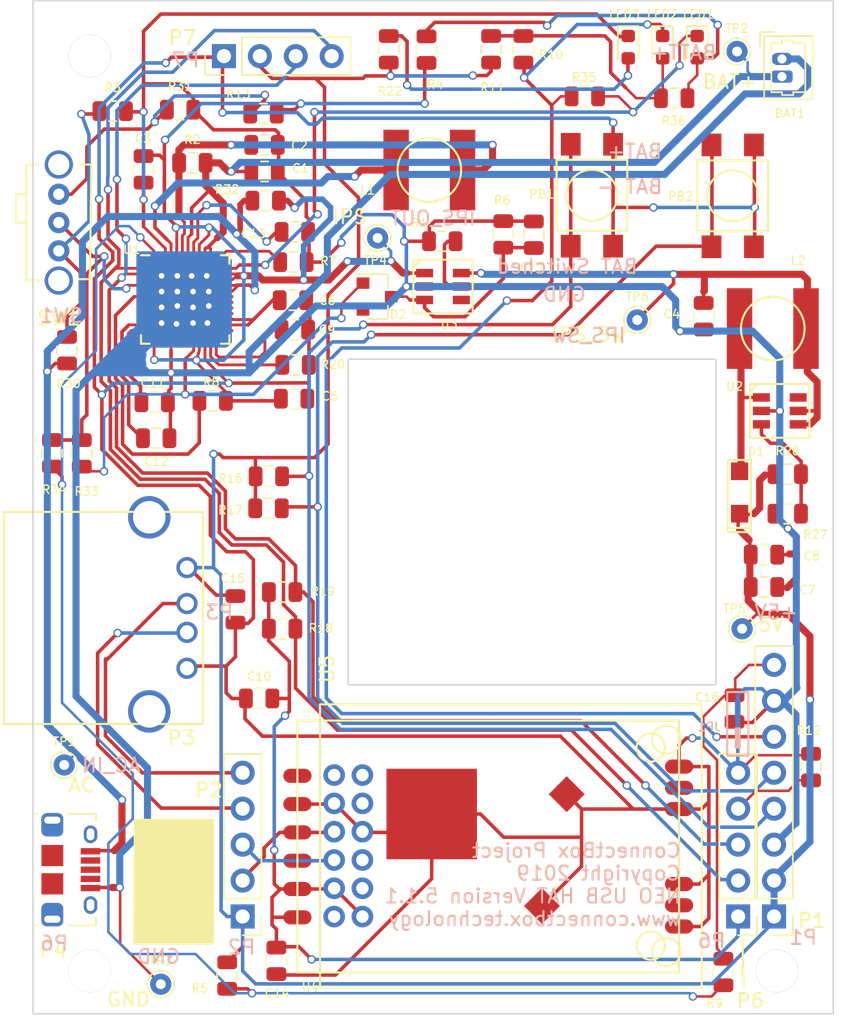
<source format=kicad_pcb>
(kicad_pcb (version 20171130) (host pcbnew "(6.0.0-rc1-dev-1413-ga48e89956)")
  (title_block (title "ConnectBox HAT") (date 2019-10-25) (rev 5.1.1))
  (layers (0 F.Cu signal) (31 B.Cu signal) (34 B.Paste user hide) (35 F.Paste user hide) (36 B.SilkS user) (37 F.SilkS user) (38 B.Mask user hide) (39 F.Mask user hide) (44 Edge.Cuts user))
  (net 0 "")
  (net 1 "Net-(L1-Pad2)")
  (net 2 "Net-(P2-Pad2)")
  (net 3 "Net-(P2-Pad3)")
  (net 4 "Net-(LED3-Pad2)")
  (net 5 "Net-(C2-Pad1)")
  (net 6 "Net-(C6-Pad2)")
  (net 7 "Net-(C9-Pad2)")
  (net 8 "Net-(D1-Pad2)")
  (net 9 /SDA)
  (net 10 /SCL)
  (net 11 "Net-(R7-Pad1)")
  (net 12 "Net-(R8-Pad1)")
  (net 13 "Net-(R20-Pad2)")
  (net 14 "Net-(R26-Pad2)")
  (net 15 /IPS_OUT)
  (net 16 /5V_OUT)
  (net 17 /AC_IN)
  (net 18 /A_GND)
  (net 19 /3v3)
  (net 20 "Net-(C11-Pad2)")
  (net 21 "Net-(C12-Pad2)")
  (net 22 "Net-(C13-Pad2)")
  (net 23 "Net-(C4-Pad1)")
  (net 24 "Net-(R1-Pad1)")
  (net 25 "Net-(P2-Pad4)")
  (net 26 /PG6)
  (net 27 /PG7)
  (net 28 "Net-(P2-Pad5)")
  (net 29 "Net-(C16-Pad2)")
  (net 30 "Net-(C17-Pad1)")
  (net 31 /PG11)
  (net 32 GND)
  (net 33 "/Power control/BAT+")
  (net 34 "/Power control/EXT_EN")
  (net 35 "/Power control/SW_ON")
  (net 36 "/Power control/IRQ")
  (net 37 "/Power control/SW_OFF")
  (net 38 "/Power control/SW_COM")
  (net 39 "/Power control/LED1_C")
  (net 40 "/Power control/LED1_A")
  (net 41 "/Power control/LED2_A")
  (net 42 "/Power control/LED2_C")
  (module CustomComponents:F12ASUM13-W2 (layer F.Cu) (at 163.703 122.428 270)
    (fp_text reference U5 (at -12.5 13 270) (layer F.SilkS))
    (fp_text value F12ASUM13-W2)
    (pad 6 thru_hole circle (at 5 10.5 270) (size 1.524 1.524) (drill 0.88) (layers *.Cu *.Mask) (net 19 /3v3))
    (pad 5 thru_hole circle (at 3 10.5 270) (size 1.524 1.524) (drill 0.88) (layers *.Cu *.Mask))
    (pad 4 thru_hole circle (at 1 10.5 270) (size 1.524 1.524) (drill 0.88) (layers *.Cu *.Mask))
    (pad 3 thru_hole circle (at -1 10.5 270) (size 1.524 1.524) (drill 0.88) (layers *.Cu *.Mask) (net 18 /A_GND))
    (pad 2 thru_hole circle (at -3 10.5 270) (size 1.524 1.524) (drill 0.88) (layers *.Cu *.Mask))
    (pad 1 thru_hole circle (at -5 10.5 270) (size 1.524 1.524) (drill 0.88) (layers *.Cu *.Mask))
    (pad 7 thru_hole circle (at -5 12.5 270) (size 1.524 1.524) (drill 0.88) (layers *.Cu *.Mask))
    (pad 12 thru_hole circle (at 5 12.5 270) (size 1.524 1.524) (drill 0.88) (layers *.Cu *.Mask))
    (pad 11 thru_hole circle (at 3 12.5 270) (size 1.524 1.524) (drill 0.88) (layers *.Cu *.Mask) (net 19 /3v3))
    (pad 10 thru_hole circle (at 1 12.5 270) (size 1.524 1.524) (drill 0.88) (layers *.Cu *.Mask) (net 3 "Net-(P2-Pad3)"))
    (pad 9 thru_hole circle (at -1 12.5 270) (size 1.524 1.524) (drill 0.88) (layers *.Cu *.Mask) (net 2 "Net-(P2-Pad2)"))
    (pad 8 thru_hole circle (at -3 12.5 270) (size 1.524 1.524) (drill 0.88) (layers *.Cu *.Mask) (net 18 /A_GND))
  )
  (module MountingHole:MountingHole_3mm (layer F.Cu) (at 133.8072 67.056)
    (fp_text reference REF** hide)
    (fp_text value MountingHole_3mm)
    (pad 1 thru_hole circle (at 0.1016 -0.4416) (size 3 3) (drill 3) (layers *.Cu *.Mask))
  )
  (module Resistor_SMD:R_0805_2012Metric (layer F.Cu) (at 158.8516 79.7052 180)
    (fp_text reference R1 (at 1.651 1.2954) (layer F.SilkS) (effects (font (size 0.6 0.6) (thickness 0.1))))
    (fp_text value 162)
    (pad 2 smd roundrect (at 0.9375 0 180) (size 0.975 1.4) (layers F.Cu F.Paste F.Mask) (net 32 GND))
    (pad 1 smd roundrect (at -0.9375 0 180) (size 0.975 1.4) (layers F.Cu F.Paste F.Mask) (net 24 "Net-(R1-Pad1)"))
  )
  (module Capacitor_SMD:C_0805_2012Metric (layer F.Cu) (at 165.3286 79.2457 90)
    (fp_text reference C17 (at -2.2883 -0.1016 180) (layer F.SilkS) (effects (font (size 0.6 0.6) (thickness 0.1))))
    (fp_text value 22uF)
    (pad 2 smd roundrect (at 0.9375 0 90) (size 0.975 1.4) (layers F.Cu F.Paste F.Mask) (net 32 GND))
    (pad 1 smd roundrect (at -0.9375 0 90) (size 0.975 1.4) (layers F.Cu F.Paste F.Mask) (net 30 "Net-(C17-Pad1)"))
  )
  (module CustomComponents:NetConnect (layer F.Cu) (at 179.7558 113.308 90)
    (fp_text reference JP1 (at -0.7126 -2.032 180) (layer B.SilkS) (effects (font (size 0.6 0.6) (thickness 0.1)) (justify mirror)))
    (fp_text value Jumper_NC_Small)
    (fp_line (start -1 0) (end 0 0) (layer B.Cu) (width 0.35))
    (pad 2 smd rect (at 0.5 0 90) (size 1.5 0.4) (layers B.Cu B.Paste B.Mask) (net 32 GND))
    (pad 1 smd rect (at -1.5 0 90) (size 1.5 0.4) (layers B.Cu B.Paste B.SilkS B.Mask) (net 18 /A_GND))
  )
  (module CustomComponents:HC-R8812AU2 (layer F.Cu) (at 162.1028 122.4788 270)
    (fp_text reference U4 (at 9.9568 12.5984) (layer F.SilkS) (effects (font (size 0.6 0.6) (thickness 0.1))))
    (fp_text value HC-R8812AF1)
    (pad 6 smd oval (at -5 13.5 270) (size 1 2) (layers F.Cu F.Paste F.Mask))
    (pad 5 smd oval (at -3 13.5 270) (size 1 2) (layers F.Cu F.Paste F.Mask) (net 18 /A_GND))
    (pad 4 smd oval (at -1 13.5 270) (size 1 2) (layers F.Cu F.Paste F.Mask) (net 2 "Net-(P2-Pad2)"))
    (pad 3 smd oval (at 1 13.5 270) (size 1 2) (layers F.Cu F.Paste F.Mask) (net 3 "Net-(P2-Pad3)"))
    (pad 2 smd oval (at 3 13.5 270) (size 1 2) (layers F.Cu F.Paste F.Mask) (net 19 /3v3))
    (pad 1 smd oval (at 5 13.5 270) (size 1 2) (layers F.Cu F.Paste F.Mask) (net 19 /3v3))
    (pad 12 smd oval (at 5.65 -13.5 270) (size 1 2) (layers F.Cu F.Paste F.Mask) (net 18 /A_GND))
    (pad 7 smd oval (at -5.65 -13.5 270) (size 1 2) (layers F.Cu F.Paste F.Mask) (net 18 /A_GND))
    (pad 8 smd oval (at -4.15 -13.5 270) (size 1 2) (layers F.Cu F.Paste F.Mask))
    (pad 9 smd oval (at -2.65 -13.5 270) (size 1 2) (layers F.Cu F.Paste F.Mask) (net 18 /A_GND))
    (pad 10 smd oval (at 2.65 -13.5 270) (size 1 2) (layers F.Cu F.Paste F.Mask) (net 18 /A_GND))
    (pad 11 smd oval (at 4.15 -13.5 270) (size 1 2) (layers F.Cu F.Paste F.Mask))
    (pad 13 smd rect (at -2.3 4 270) (size 6.4 6.4) (layers F.Cu F.Paste F.Mask) (net 18 /A_GND))
    (pad 14 smd rect (at -3.7 -5.55 315) (size 1.8 1.8) (layers F.Cu F.Paste F.Mask) (net 18 /A_GND))
    (pad 15 smd rect (at 4.2 -3.8 315) (size 1.8 1.8) (layers F.Cu F.Paste F.Mask) (net 18 /A_GND))
  )
  (module Connector_PinHeader_2.54mm:PinHeader_1x08_P2.54mm_Vertical (layer F.Cu) (at 182.3212 127.422 180)
    (fp_text reference P1 (at -2.667 -0.2892 180) (layer F.SilkS))
    (fp_text value Conn_01x08)
    (pad 1 thru_hole rect (at 0 0 180) (size 1.7 1.7) (drill 1) (layers *.Cu *.Mask) (net 16 /5V_OUT))
    (pad 2 thru_hole oval (at 0 2.54 180) (size 1.7 1.7) (drill 1) (layers *.Cu *.Mask) (net 16 /5V_OUT))
    (pad 3 thru_hole oval (at 0 5.08 180) (size 1.7 1.7) (drill 1) (layers *.Cu *.Mask) (net 32 GND))
    (pad 4 thru_hole oval (at 0 7.62 180) (size 1.7 1.7) (drill 1) (layers *.Cu *.Mask) (net 26 /PG6))
    (pad 5 thru_hole oval (at 0 10.16 180) (size 1.7 1.7) (drill 1) (layers *.Cu *.Mask) (net 27 /PG7))
    (pad 6 thru_hole oval (at 0 12.7 180) (size 1.7 1.7) (drill 1) (layers *.Cu *.Mask) (net 42 "/Power control/LED2_C"))
    (pad 7 thru_hole oval (at 0 15.24 180) (size 1.7 1.7) (drill 1) (layers *.Cu *.Mask) (net 32 GND))
    (pad 8 thru_hole oval (at 0 17.78 180) (size 1.7 1.7) (drill 1) (layers *.Cu *.Mask) (net 29 "Net-(C16-Pad2)"))
  )
  (module CustomComponents:SPDT-OS10211 (layer F.Cu) (at 131.7244 78.3844 270)
    (fp_text reference SW1 (at 6.7564 0) (layer F.SilkS))
    (fp_text value SPDT-2C)
    (pad 1 thru_hole circle (at -2 0 270) (size 1.5 1.5) (drill 0.8) (layers *.Cu *.Mask) (net 37 "/Power control/SW_OFF"))
    (pad 2 thru_hole circle (at 0 0 270) (size 1.5 1.5) (drill 0.8) (layers *.Cu *.Mask) (net 38 "/Power control/SW_COM"))
    (pad 3 thru_hole circle (at 2 0 270) (size 1.5 1.5) (drill 0.8) (layers *.Cu *.Mask) (net 35 "/Power control/SW_ON"))
    (pad "" thru_hole circle (at -4.1 0 270) (size 2 2) (drill 1.5) (layers *.Cu *.Mask))
    (pad "" thru_hole circle (at 4.1 0 270) (size 2 2) (drill 1.5) (layers *.Cu *.Mask))
  )
  (module CustomComponents:SW-TL3305 (layer F.Cu) (at 169.4368 76.454 90)
    (fp_text reference PB1 (at 0.0762 -3.556 180) (layer F.SilkS) (effects (font (size 0.6 0.6) (thickness 0.1))))
    (fp_text value SPST-PUSH)
    (pad 1 smd rect (at -3.6 -1.5 90) (size 1.6 1.4) (layers F.Cu F.Paste F.Mask) (net 26 /PG6))
    (pad 2 smd rect (at -3.6 1.5 90) (size 1.6 1.4) (layers F.Cu F.Paste F.Mask) (net 18 /A_GND))
    (pad 1 smd rect (at 3.6 -1.5 90) (size 1.6 1.4) (layers F.Cu F.Paste F.Mask) (net 26 /PG6))
    (pad 2 smd rect (at 3.6 1.5 90) (size 1.6 1.4) (layers F.Cu F.Paste F.Mask) (net 18 /A_GND))
  )
  (module CustomComponents:SOT-23-6a (layer F.Cu) (at 182.7276 91.694)
    (fp_text reference U2 (at -3.2004 -1.7272) (layer F.SilkS) (effects (font (size 0.6 0.6) (thickness 0.1))))
    (fp_text value MT3608)
    (pad 1 smd rect (at -1.3 -0.95) (size 1.2 0.6) (layers F.Cu F.Paste F.Mask) (net 8 "Net-(D1-Pad2)"))
    (pad 2 smd rect (at -1.3 0) (size 1.2 0.6) (layers F.Cu F.Paste F.Mask) (net 32 GND))
    (pad 3 smd rect (at -1.3 0.95) (size 1.2 0.6) (layers F.Cu F.Paste F.Mask) (net 14 "Net-(R26-Pad2)"))
    (pad 4 smd rect (at 1.3 0.95) (size 1.2 0.6) (layers F.Cu F.Paste F.Mask) (net 23 "Net-(C4-Pad1)"))
    (pad 6 smd rect (at 1.3 -0.95) (size 1.2 0.6) (layers F.Cu F.Paste F.Mask))
    (pad 5 smd rect (at 1.3 0) (size 1.2 0.6) (layers F.Cu F.Paste F.Mask) (net 23 "Net-(C4-Pad1)"))
  )
  (module CustomComponents:SOT-23-6a (layer F.Cu) (at 158.9024 82.9056)
    (fp_text reference U3 (at 0.4318 2.667) (layer F.SilkS) (effects (font (size 0.6 0.6) (thickness 0.1))))
    (fp_text value MIC2019)
    (pad 1 smd rect (at -1.3 -0.95) (size 1.2 0.6) (layers F.Cu F.Paste F.Mask) (net 15 /IPS_OUT))
    (pad 2 smd rect (at -1.3 0) (size 1.2 0.6) (layers F.Cu F.Paste F.Mask) (net 32 GND))
    (pad 3 smd rect (at -1.3 0.95) (size 1.2 0.6) (layers F.Cu F.Paste F.Mask) (net 30 "Net-(C17-Pad1)"))
    (pad 4 smd rect (at 1.3 0.95) (size 1.2 0.6) (layers F.Cu F.Paste F.Mask))
    (pad 6 smd rect (at 1.3 -0.95) (size 1.2 0.6) (layers F.Cu F.Paste F.Mask) (net 23 "Net-(C4-Pad1)"))
    (pad 5 smd rect (at 1.3 0) (size 1.2 0.6) (layers F.Cu F.Paste F.Mask) (net 24 "Net-(R1-Pad1)"))
  )
  (module CustomComponents:INDUCTOR_SMD_6x6-1 (layer F.Cu) (at 157.9372 74.676 270)
    (fp_text reference L1 (at 1.4224 4.3688 180) (layer F.SilkS) (effects (font (size 0.6 0.6) (thickness 0.1))))
    (fp_text value "4.7 uH")
    (pad 1 smd rect (at 0 -2.35 270) (size 5.7 1.8) (layers F.Cu F.Paste F.Mask) (net 5 "Net-(C2-Pad1)"))
    (pad 2 smd rect (at 0 2.35 270) (size 5.7 1.8) (layers F.Cu F.Paste F.Mask) (net 1 "Net-(L1-Pad2)"))
  )
  (module CustomComponents:SOD-123FL (layer F.Cu) (at 179.8828 97.4584 90)
    (fp_text reference D1 (at 2.8688 1.1684 180) (layer F.SilkS) (effects (font (size 0.6 0.6) (thickness 0.1))))
    (fp_text value NRVTS260ESFT1G)
    (pad 1 smd rect (at -1.5 0 90) (size 1.25 1.22) (layers F.Cu F.Paste F.Mask) (net 16 /5V_OUT))
    (pad 2 smd rect (at 1.5 0 90) (size 1.25 1.22) (layers F.Cu F.Paste F.Mask) (net 8 "Net-(D1-Pad2)"))
  )
  (module CustomComponents:UQFN-48-1EP_6x6mm_Pitch0.4mm_75 (layer F.Cu) (at 140.6652 83.82)
    (fp_text reference U1 (at -3.7846 -3.5306) (layer F.SilkS) (effects (font (size 0.6 0.6) (thickness 0.1))))
    (fp_text value AXP209)
    (pad 1 smd rect (at -3 -2.2) (size 0.8 0.2) (layers F.Cu F.Paste F.Mask) (net 9 /SDA))
    (pad 2 smd rect (at -3 -1.8) (size 0.8 0.2) (layers F.Cu F.Paste F.Mask) (net 10 /SCL))
    (pad 3 smd rect (at -3 -1.4) (size 0.8 0.2) (layers F.Cu F.Paste F.Mask))
    (pad 4 smd rect (at -3 -1) (size 0.8 0.2) (layers F.Cu F.Paste F.Mask) (net 38 "/Power control/SW_COM"))
    (pad 5 smd rect (at -3 -0.6) (size 0.8 0.2) (layers F.Cu F.Paste F.Mask))
    (pad 6 smd rect (at -3 -0.2) (size 0.8 0.2) (layers F.Cu F.Paste F.Mask) (net 12 "Net-(R8-Pad1)"))
    (pad 7 smd rect (at -3 0.2) (size 0.8 0.2) (layers F.Cu F.Paste F.Mask))
    (pad 8 smd rect (at -3 0.6) (size 0.8 0.2) (layers F.Cu F.Paste F.Mask))
    (pad 9 smd rect (at -3 1) (size 0.8 0.2) (layers F.Cu F.Paste F.Mask) (net 32 GND))
    (pad 10 smd rect (at -3 1.4) (size 0.8 0.2) (layers F.Cu F.Paste F.Mask))
    (pad 11 smd rect (at -3 1.8) (size 0.8 0.2) (layers F.Cu F.Paste F.Mask) (net 21 "Net-(C12-Pad2)"))
    (pad 12 smd rect (at -3 2.2) (size 0.8 0.2) (layers F.Cu F.Paste F.Mask) (net 20 "Net-(C11-Pad2)"))
    (pad 13 smd rect (at -2.2 3 90) (size 0.8 0.2) (layers F.Cu F.Paste F.Mask) (net 15 /IPS_OUT))
    (pad 14 smd rect (at -1.8 3 90) (size 0.8 0.2) (layers F.Cu F.Paste F.Mask))
    (pad 15 smd rect (at -1.4 3 90) (size 0.8 0.2) (layers F.Cu F.Paste F.Mask))
    (pad 16 smd rect (at -1 3 90) (size 0.8 0.2) (layers F.Cu F.Paste F.Mask) (net 32 GND))
    (pad 17 smd rect (at -0.6 3 90) (size 0.8 0.2) (layers F.Cu F.Paste F.Mask))
    (pad 18 smd rect (at -0.2 3 90) (size 0.8 0.2) (layers F.Cu F.Paste F.Mask))
    (pad 19 smd rect (at 0.2 3 90) (size 0.8 0.2) (layers F.Cu F.Paste F.Mask))
    (pad 20 smd rect (at 0.6 3 90) (size 0.8 0.2) (layers F.Cu F.Paste F.Mask) (net 34 "/Power control/EXT_EN"))
    (pad 21 smd rect (at 1 3 90) (size 0.8 0.2) (layers F.Cu F.Paste F.Mask) (net 15 /IPS_OUT))
    (pad 22 smd rect (at 1.4 3 90) (size 0.8 0.2) (layers F.Cu F.Paste F.Mask) (net 18 /A_GND))
    (pad 23 smd rect (at 1.8 3 90) (size 0.8 0.2) (layers F.Cu F.Paste F.Mask) (net 13 "Net-(R20-Pad2)"))
    (pad 24 smd rect (at 2.2 3 90) (size 0.8 0.2) (layers F.Cu F.Paste F.Mask) (net 7 "Net-(C9-Pad2)"))
    (pad 25 smd rect (at 3 2.2) (size 0.8 0.2) (layers F.Cu F.Paste F.Mask))
    (pad 26 smd rect (at 3 1.8) (size 0.8 0.2) (layers F.Cu F.Paste F.Mask) (net 6 "Net-(C6-Pad2)"))
    (pad 27 smd rect (at 3 1.4) (size 0.8 0.2) (layers F.Cu F.Paste F.Mask) (net 6 "Net-(C6-Pad2)"))
    (pad 28 smd rect (at 3 1) (size 0.8 0.2) (layers F.Cu F.Paste F.Mask))
    (pad 29 smd rect (at 3 0.6) (size 0.8 0.2) (layers F.Cu F.Paste F.Mask))
    (pad 30 smd rect (at 3 0.2) (size 0.8 0.2) (layers F.Cu F.Paste F.Mask))
    (pad 31 smd rect (at 3 -0.2) (size 0.8 0.2) (layers F.Cu F.Paste F.Mask))
    (pad 32 smd rect (at 3 -0.6) (size 0.8 0.2) (layers F.Cu F.Paste F.Mask) (net 17 /AC_IN))
    (pad 33 smd rect (at 3 -1) (size 0.8 0.2) (layers F.Cu F.Paste F.Mask) (net 17 /AC_IN))
    (pad 34 smd rect (at 3 -1.4) (size 0.8 0.2) (layers F.Cu F.Paste F.Mask) (net 15 /IPS_OUT))
    (pad 35 smd rect (at 3 -1.8) (size 0.8 0.2) (layers F.Cu F.Paste F.Mask) (net 15 /IPS_OUT))
    (pad 36 smd rect (at 3 -2.2) (size 0.8 0.2) (layers F.Cu F.Paste F.Mask) (net 39 "/Power control/LED1_C"))
    (pad 37 smd rect (at 2.2 -3 90) (size 0.8 0.2) (layers F.Cu F.Paste F.Mask) (net 11 "Net-(R7-Pad1)"))
    (pad 38 smd rect (at 1.8 -3 90) (size 0.8 0.2) (layers F.Cu F.Paste F.Mask) (net 33 "/Power control/BAT+"))
    (pad 39 smd rect (at 1.4 -3 90) (size 0.8 0.2) (layers F.Cu F.Paste F.Mask) (net 33 "/Power control/BAT+"))
    (pad 40 smd rect (at 1 -3 90) (size 0.8 0.2) (layers F.Cu F.Paste F.Mask) (net 15 /IPS_OUT))
    (pad 41 smd rect (at 0.6 -3 90) (size 0.8 0.2) (layers F.Cu F.Paste F.Mask) (net 22 "Net-(C13-Pad2)"))
    (pad 42 smd rect (at 0.2 -3 90) (size 0.8 0.2) (layers F.Cu F.Paste F.Mask) (net 33 "/Power control/BAT+"))
    (pad 43 smd rect (at -0.2 -3 90) (size 0.8 0.2) (layers F.Cu F.Paste F.Mask) (net 5 "Net-(C2-Pad1)"))
    (pad 44 smd rect (at -0.6 -3 90) (size 0.8 0.2) (layers F.Cu F.Paste F.Mask) (net 15 /IPS_OUT))
    (pad 45 smd rect (at -1 -3 90) (size 0.8 0.2) (layers F.Cu F.Paste F.Mask) (net 1 "Net-(L1-Pad2)"))
    (pad 46 smd rect (at -1.4 -3 90) (size 0.8 0.2) (layers F.Cu F.Paste F.Mask) (net 32 GND))
    (pad 47 smd rect (at -1.8 -3 90) (size 0.8 0.2) (layers F.Cu F.Paste F.Mask))
    (pad 48 smd rect (at -2.2 -3 90) (size 0.8 0.2) (layers F.Cu F.Paste F.Mask) (net 36 "/Power control/IRQ"))
    (pad 49 smd rect (at 1.66875 1.66875) (size 1.1125 1.1125) (layers F.Cu F.Paste F.Mask) (net 32 GND))
    (pad 49 smd rect (at 1.66875 0.55625) (size 1.1125 1.1125) (layers F.Cu F.Paste F.Mask) (net 32 GND))
    (pad 49 smd rect (at 1.66875 -0.55625) (size 1.1125 1.1125) (layers F.Cu F.Paste F.Mask) (net 32 GND))
    (pad 49 smd rect (at 1.66875 -1.66875) (size 1.1125 1.1125) (layers F.Cu F.Paste F.Mask) (net 32 GND))
    (pad 49 smd rect (at 0.55625 1.66875) (size 1.1125 1.1125) (layers F.Cu F.Paste F.Mask) (net 32 GND))
    (pad 49 smd rect (at 0.55625 0.55625) (size 1.1125 1.1125) (layers F.Cu F.Paste F.Mask) (net 32 GND))
    (pad 49 smd rect (at 0.55625 -0.55625) (size 1.1125 1.1125) (layers F.Cu F.Paste F.Mask) (net 32 GND))
    (pad 49 smd rect (at 0.55625 -1.66875) (size 1.1125 1.1125) (layers F.Cu F.Paste F.Mask) (net 32 GND))
    (pad 49 smd rect (at -0.55625 1.66875) (size 1.1125 1.1125) (layers F.Cu F.Paste F.Mask) (net 32 GND))
    (pad 49 smd rect (at -0.55625 0.55625) (size 1.1125 1.1125) (layers F.Cu F.Paste F.Mask) (net 32 GND))
    (pad 49 smd rect (at -0.55625 -0.55625) (size 1.1125 1.1125) (layers F.Cu F.Paste F.Mask) (net 32 GND))
    (pad 49 smd rect (at -0.55625 -1.66875) (size 1.1125 1.1125) (layers F.Cu F.Paste F.Mask) (net 32 GND))
    (pad 49 smd rect (at -1.66875 1.66875) (size 1.1125 1.1125) (layers F.Cu F.Paste F.Mask) (net 32 GND))
    (pad 49 smd rect (at -1.66875 0.55625) (size 1.1125 1.1125) (layers F.Cu F.Paste F.Mask) (net 32 GND))
    (pad 49 smd rect (at -1.66875 -0.55625) (size 1.1125 1.1125) (layers F.Cu F.Paste F.Mask) (net 32 GND))
    (pad 49 smd rect (at -1.66875 -1.66875) (size 1.1125 1.1125) (layers F.Cu F.Paste F.Mask) (net 32 GND))
  )
  (module CustomComponents:USB_A (layer F.Cu) (at 140.79008 102.76754 270)
    (fp_text reference P3 (at 12.04046 0.37888) (layer F.SilkS))
    (fp_text value USB_A_1)
    (pad 4 thru_hole circle (at 7.11286 -0.00212 180) (size 1.50114 1.50114) (drill 1.00076) (layers *.Cu *.Mask) (net 18 /A_GND))
    (pad 3 thru_hole circle (at 4.57286 -0.00212 180) (size 1.50114 1.50114) (drill 1.00076) (layers *.Cu *.Mask) (net 25 "Net-(P2-Pad4)"))
    (pad 2 thru_hole circle (at 2.54086 -0.00212 180) (size 1.50114 1.50114) (drill 1.00076) (layers *.Cu *.Mask) (net 28 "Net-(P2-Pad5)"))
    (pad 1 thru_hole circle (at 0.00086 -0.00212 180) (size 1.50114 1.50114) (drill 1.00076) (layers *.Cu *.Mask) (net 16 /5V_OUT))
    (pad "" thru_hole circle (at 10.16086 2.66488 180) (size 2.99974 2.99974) (drill 2.30124) (layers *.Cu *.Mask))
    (pad 5 thru_hole circle (at -3.55514 2.66488 180) (size 2.99974 2.99974) (drill 2.30124) (layers *.Cu *.Mask))
  )
  (module Connector_PinHeader_2.54mm:PinHeader_1x05_P2.54mm_Vertical (layer F.Cu) (at 179.7812 127.422 180)
    (fp_text reference P6 (at -0.8636 -5.9534 180) (layer F.SilkS))
    (fp_text value Conn_01x05)
    (pad 1 thru_hole rect (at 0 0 180) (size 1.7 1.7) (drill 1) (layers *.Cu *.Mask) (net 19 /3v3))
    (pad 2 thru_hole oval (at 0 2.54 180) (size 1.7 1.7) (drill 1) (layers *.Cu *.Mask) (net 9 /SDA))
    (pad 3 thru_hole oval (at 0 5.08 180) (size 1.7 1.7) (drill 1) (layers *.Cu *.Mask) (net 10 /SCL))
    (pad 4 thru_hole oval (at 0 7.62 180) (size 1.7 1.7) (drill 1) (layers *.Cu *.Mask) (net 31 /PG11))
    (pad 5 thru_hole oval (at 0 10.16 180) (size 1.7 1.7) (drill 1) (layers *.Cu *.Mask) (net 18 /A_GND))
  )
  (module Connector_PinHeader_2.54mm:PinHeader_1x05_P2.54mm_Vertical (layer F.Cu) (at 144.7292 127.422 180)
    (fp_text reference P2 (at 2.3876 8.931 180) (layer F.SilkS))
    (fp_text value Conn_01x05)
    (pad 1 thru_hole rect (at 0 0 180) (size 1.7 1.7) (drill 1) (layers *.Cu *.Mask) (net 16 /5V_OUT))
    (pad 2 thru_hole oval (at 0 2.54 180) (size 1.7 1.7) (drill 1) (layers *.Cu *.Mask) (net 2 "Net-(P2-Pad2)"))
    (pad 3 thru_hole oval (at 0 5.08 180) (size 1.7 1.7) (drill 1) (layers *.Cu *.Mask) (net 3 "Net-(P2-Pad3)"))
    (pad 4 thru_hole oval (at 0 7.62 180) (size 1.7 1.7) (drill 1) (layers *.Cu *.Mask) (net 25 "Net-(P2-Pad4)"))
    (pad 5 thru_hole oval (at 0 10.16 180) (size 1.7 1.7) (drill 1) (layers *.Cu *.Mask) (net 28 "Net-(P2-Pad5)"))
  )
  (module "CustomComponents:Molex PicoBlade 53047-0210 - (swapped pins)" (layer F.Cu) (at 182.88 66.822 270)
    (fp_text reference BAT1 (at 3.8408 -0.5588) (layer F.SilkS) (effects (font (size 0.6 0.6) (thickness 0.1))))
    (fp_text value "Molex PicoBlade 53047-0210")
    (pad 2 thru_hole oval (at 0 0 270) (size 0.85 1.5) (drill 0.65) (layers *.Cu *.Mask) (net 32 GND))
    (pad 1 thru_hole roundrect (at 1.25 0 270) (size 0.85 1.5) (drill 0.65) (layers *.Cu *.Mask) (net 33 "/Power control/BAT+"))
  )
  (module Resistor_SMD:R_0805_2012Metric (layer F.Cu) (at 143.637 131.5951 270)
    (fp_text reference R5 (at 0.8913 1.9304) (layer F.SilkS) (effects (font (size 0.6 0.6) (thickness 0.1))))
    (fp_text value 51K)
    (pad 1 smd roundrect (at -0.9375 0 270) (size 0.975 1.4) (layers F.Cu F.Paste F.Mask) (net 16 /5V_OUT))
    (pad 2 smd roundrect (at 0.9375 0 270) (size 0.975 1.4) (layers F.Cu F.Paste F.Mask) (net 36 "/Power control/IRQ"))
  )
  (module Resistor_SMD:R_0805_2012Metric (layer F.Cu) (at 163.1696 79.2203 90)
    (fp_text reference R6 (at 2.4107 -0.0762 180) (layer F.SilkS) (effects (font (size 0.6 0.6) (thickness 0.1))))
    (fp_text value 220K)
    (pad 2 smd roundrect (at 0.9375 0 90) (size 0.975 1.4) (layers F.Cu F.Paste F.Mask) (net 32 GND))
    (pad 1 smd roundrect (at -0.9375 0 90) (size 0.975 1.4) (layers F.Cu F.Paste F.Mask) (net 30 "Net-(C17-Pad1)"))
  )
  (module Diode_SMD:D_SOT-23_ANK (layer F.Cu) (at 154.2448 83.6168)
    (fp_text reference D2 (at 1.4826 1.27) (layer F.SilkS) (effects (font (size 0.6 0.6) (thickness 0.1))))
    (fp_text value MMBD914)
    (pad 2 smd rect (at -1 -0.95) (size 0.9 0.8) (layers F.Cu F.Paste F.Mask) (net 34 "/Power control/EXT_EN"))
    (pad "" smd rect (at -1 0.95) (size 0.9 0.8) (layers F.Cu F.Paste F.Mask))
    (pad 1 smd rect (at 1 0) (size 0.9 0.8) (layers F.Cu F.Paste F.Mask) (net 30 "Net-(C17-Pad1)"))
  )
  (module TestPoint:TestPoint_THTPad_D1.5mm_Drill0.7mm (layer F.Cu) (at 132.1054 116.713)
    (fp_text reference TP1 (at 0 -1.648) (layer F.SilkS) (effects (font (size 0.6 0.6) (thickness 0.1))))
    (fp_text value AC_IN)
    (pad 1 thru_hole circle (at 0 0) (size 1.5 1.5) (drill 0.7) (layers *.Cu *.Mask) (net 17 /AC_IN))
  )
  (module TestPoint:TestPoint_THTPad_D1.5mm_Drill0.7mm (layer F.Cu) (at 179.705 66.294)
    (fp_text reference TP2 (at -0.0254 -1.6256) (layer F.SilkS) (effects (font (size 0.6 0.6) (thickness 0.1))))
    (fp_text value Bat+)
    (pad 1 thru_hole circle (at 0 0) (size 1.5 1.5) (drill 0.7) (layers *.Cu *.Mask) (net 33 "/Power control/BAT+"))
  )
  (module TestPoint:TestPoint_THTPad_D1.5mm_Drill0.7mm (layer F.Cu) (at 138.938 132.207)
    (fp_text reference TP3 (at 0 -1.648) (layer F.SilkS) (effects (font (size 0.6 0.6) (thickness 0.1))))
    (fp_text value Gnd)
    (pad 1 thru_hole circle (at 0 0) (size 1.5 1.5) (drill 0.7) (layers *.Cu *.Mask) (net 32 GND))
  )
  (module TestPoint:TestPoint_THTPad_D1.5mm_Drill0.7mm (layer F.Cu) (at 154.2796 79.4766)
    (fp_text reference TP4 (at -0.1524 1.5748) (layer F.SilkS) (effects (font (size 0.6 0.6) (thickness 0.1))))
    (fp_text value IPS)
    (pad 1 thru_hole circle (at 0 0) (size 1.5 1.5) (drill 0.7) (layers *.Cu *.Mask) (net 15 /IPS_OUT))
  )
  (module TestPoint:TestPoint_THTPad_D1.5mm_Drill0.7mm (layer F.Cu) (at 180.0606 107.0864)
    (fp_text reference TP5 (at -0.5334 -1.4224) (layer F.SilkS) (effects (font (size 0.6 0.6) (thickness 0.1))))
    (fp_text value 5V)
    (pad 1 thru_hole circle (at 0 0) (size 1.5 1.5) (drill 0.7) (layers *.Cu *.Mask) (net 16 /5V_OUT))
  )
  (module Resistor_SMD:R_0805_2012Metric (layer F.Cu) (at 184.9374 116.8654 90)
    (fp_text reference R12 (at 2.5908 -0.1524 180) (layer F.SilkS) (effects (font (size 0.6 0.6) (thickness 0.1))))
    (fp_text value 2.2K)
    (pad 1 smd roundrect (at -0.9375 0 90) (size 0.975 1.4) (layers F.Cu F.Paste F.Mask) (net 31 /PG11))
    (pad 2 smd roundrect (at 0.9375 0 90) (size 0.975 1.4) (layers F.Cu F.Paste F.Mask) (net 18 /A_GND))
  )
  (module Capacitor_SMD:C_0805_2012Metric (layer F.Cu) (at 146.2786 74.7776)
    (fp_text reference C1 (at 2.54 -0.2286) (layer F.SilkS) (effects (font (size 0.6 0.6) (thickness 0.1))))
    (fp_text value 10uF)
    (pad 1 smd roundrect (at -0.9375 0) (size 0.975 1.4) (layers F.Cu F.Paste F.Mask) (net 33 "/Power control/BAT+"))
    (pad 2 smd roundrect (at 0.9375 0) (size 0.975 1.4) (layers F.Cu F.Paste F.Mask) (net 32 GND))
  )
  (module Capacitor_SMD:C_0805_2012Metric (layer F.Cu) (at 146.2786 72.898)
    (fp_text reference C2 (at 2.4638 0.0508) (layer F.SilkS) (effects (font (size 0.6 0.6) (thickness 0.1))))
    (fp_text value 10uF)
    (pad 1 smd roundrect (at -0.9375 0) (size 0.975 1.4) (layers F.Cu F.Paste F.Mask) (net 5 "Net-(C2-Pad1)"))
    (pad 2 smd roundrect (at 0.9375 0) (size 0.975 1.4) (layers F.Cu F.Paste F.Mask) (net 32 GND))
  )
  (module Capacitor_SMD:C_0805_2012Metric (layer F.Cu) (at 137.7188 74.6252 270)
    (fp_text reference C3 (at -2.159 0.0254) (layer F.SilkS) (effects (font (size 0.6 0.6) (thickness 0.1))))
    (fp_text value 10uF)
    (pad 1 smd roundrect (at -0.9375 0 270) (size 0.975 1.4) (layers F.Cu F.Paste F.Mask) (net 15 /IPS_OUT))
    (pad 2 smd roundrect (at 0.9375 0 270) (size 0.975 1.4) (layers F.Cu F.Paste F.Mask) (net 32 GND))
  )
  (module Capacitor_SMD:C_0805_2012Metric (layer F.Cu) (at 177.3428 85.0044 270)
    (fp_text reference C4 (at -0.143 2.2606) (layer F.SilkS) (effects (font (size 0.6 0.6) (thickness 0.1))))
    (fp_text value 10uF)
    (pad 2 smd roundrect (at 0.9375 0 270) (size 0.975 1.4) (layers F.Cu F.Paste F.Mask) (net 32 GND))
    (pad 1 smd roundrect (at -0.9375 0 270) (size 0.975 1.4) (layers F.Cu F.Paste F.Mask) (net 23 "Net-(C4-Pad1)"))
  )
  (module Capacitor_SMD:C_0805_2012Metric (layer F.Cu) (at 148.3708 90.8304 180)
    (fp_text reference C5 (at -2.5306 0.1778 180) (layer F.SilkS) (effects (font (size 0.6 0.6) (thickness 0.1))))
    (fp_text value 10uF)
    (pad 2 smd roundrect (at 0.9375 0 180) (size 0.975 1.4) (layers F.Cu F.Paste F.Mask) (net 15 /IPS_OUT))
    (pad 1 smd roundrect (at -0.9375 0 180) (size 0.975 1.4) (layers F.Cu F.Paste F.Mask) (net 18 /A_GND))
  )
  (module Capacitor_SMD:C_0805_2012Metric (layer F.Cu) (at 148.2852 83.8708 180)
    (fp_text reference C6 (at -2.4384 -0.0254 180) (layer F.SilkS) (effects (font (size 0.6 0.6) (thickness 0.1))))
    (fp_text value 1uF)
    (pad 2 smd roundrect (at 0.9375 0 180) (size 0.975 1.4) (layers F.Cu F.Paste F.Mask) (net 6 "Net-(C6-Pad2)"))
    (pad 1 smd roundrect (at -0.9375 0 180) (size 0.975 1.4) (layers F.Cu F.Paste F.Mask) (net 18 /A_GND))
  )
  (module Capacitor_SMD:C_0805_2012Metric (layer F.Cu) (at 181.61 104.14)
    (fp_text reference C7 (at 3.0734 0.2032) (layer F.SilkS) (effects (font (size 0.6 0.6) (thickness 0.1))))
    (fp_text value 22uF)
    (pad 2 smd roundrect (at 0.9375 0) (size 0.975 1.4) (layers F.Cu F.Paste F.Mask) (net 32 GND))
    (pad 1 smd roundrect (at -0.9375 0) (size 0.975 1.4) (layers F.Cu F.Paste F.Mask) (net 16 /5V_OUT))
  )
  (module Capacitor_SMD:C_0805_2012Metric (layer F.Cu) (at 181.61 101.854)
    (fp_text reference C8 (at 3.3782 0.1016) (layer F.SilkS) (effects (font (size 0.6 0.6) (thickness 0.1))))
    (fp_text value 22uF)
    (pad 1 smd roundrect (at -0.9375 0) (size 0.975 1.4) (layers F.Cu F.Paste F.Mask) (net 16 /5V_OUT))
    (pad 2 smd roundrect (at 0.9375 0) (size 0.975 1.4) (layers F.Cu F.Paste F.Mask) (net 32 GND))
  )
  (module Capacitor_SMD:C_0805_2012Metric (layer F.Cu) (at 148.4216 85.9536 180)
    (fp_text reference C9 (at -2.2766 0 180) (layer F.SilkS) (effects (font (size 0.6 0.6) (thickness 0.1))))
    (fp_text value 1uF)
    (pad 1 smd roundrect (at -0.9375 0 180) (size 0.975 1.4) (layers F.Cu F.Paste F.Mask) (net 18 /A_GND))
    (pad 2 smd roundrect (at 0.9375 0 180) (size 0.975 1.4) (layers F.Cu F.Paste F.Mask) (net 7 "Net-(C9-Pad2)"))
  )
  (module Capacitor_SMD:C_0805_2012Metric (layer F.Cu) (at 145.8976 112.014 180)
    (fp_text reference C10 (at 0 1.5494 180) (layer F.SilkS) (effects (font (size 0.6 0.6) (thickness 0.1))))
    (fp_text value 1uF)
    (pad 2 smd roundrect (at 0.9375 0 180) (size 0.975 1.4) (layers F.Cu F.Paste F.Mask) (net 18 /A_GND))
    (pad 1 smd roundrect (at -0.9375 0 180) (size 0.975 1.4) (layers F.Cu F.Paste F.Mask) (net 19 /3v3))
  )
  (module Capacitor_SMD:C_0805_2012Metric (layer F.Cu) (at 138.5062 91.0844 180)
    (fp_text reference C11 (at 0.127 1.3462 180) (layer F.SilkS) (effects (font (size 0.6 0.6) (thickness 0.1))))
    (fp_text value 4.7uF)
    (pad 1 smd roundrect (at -0.9375 0 180) (size 0.975 1.4) (layers F.Cu F.Paste F.Mask) (net 32 GND))
    (pad 2 smd roundrect (at 0.9375 0 180) (size 0.975 1.4) (layers F.Cu F.Paste F.Mask) (net 20 "Net-(C11-Pad2)"))
  )
  (module Capacitor_SMD:C_0805_2012Metric (layer F.Cu) (at 138.6172 93.6244 180)
    (fp_text reference C12 (at 0 -1.65 180) (layer F.SilkS) (effects (font (size 0.6 0.6) (thickness 0.1))))
    (fp_text value 4.7uF)
    (pad 2 smd roundrect (at 0.9375 0 180) (size 0.975 1.4) (layers F.Cu F.Paste F.Mask) (net 21 "Net-(C12-Pad2)"))
    (pad 1 smd roundrect (at -0.9375 0 180) (size 0.975 1.4) (layers F.Cu F.Paste F.Mask) (net 32 GND))
  )
  (module Capacitor_SMD:C_0805_2012Metric (layer F.Cu) (at 148.4216 79.0448 180)
    (fp_text reference C13 (at 2.9304 -0.127 180) (layer F.SilkS) (effects (font (size 0.6 0.6) (thickness 0.1))))
    (fp_text value 4.7uF)
    (pad 1 smd roundrect (at -0.9375 0 180) (size 0.975 1.4) (layers F.Cu F.Paste F.Mask) (net 32 GND))
    (pad 2 smd roundrect (at 0.9375 0 180) (size 0.975 1.4) (layers F.Cu F.Paste F.Mask) (net 22 "Net-(C13-Pad2)"))
  )
  (module Capacitor_SMD:C_0805_2012Metric (layer F.Cu) (at 147.1168 130.556 270)
    (fp_text reference C14 (at 2.286 -0.0508) (layer F.SilkS) (effects (font (size 0.6 0.6) (thickness 0.1))))
    (fp_text value 22uF)
    (pad 2 smd roundrect (at 0.9375 0 270) (size 0.975 1.4) (layers F.Cu F.Paste F.Mask) (net 18 /A_GND))
    (pad 1 smd roundrect (at -0.9375 0 270) (size 0.975 1.4) (layers F.Cu F.Paste F.Mask) (net 19 /3v3))
  )
  (module Capacitor_SMD:C_0805_2012Metric (layer F.Cu) (at 144.2212 105.7148 90)
    (fp_text reference C15 (at 2.1844 -0.1778 180) (layer F.SilkS) (effects (font (size 0.6 0.6) (thickness 0.1))))
    (fp_text value 22uF)
    (pad 1 smd roundrect (at -0.9375 0 90) (size 0.975 1.4) (layers F.Cu F.Paste F.Mask) (net 18 /A_GND))
    (pad 2 smd roundrect (at 0.9375 0 90) (size 0.975 1.4) (layers F.Cu F.Paste F.Mask) (net 16 /5V_OUT))
  )
  (module Resistor_SMD:R_0805_2012Metric (layer F.Cu) (at 141.1732 74.168 180)
    (fp_text reference R2 (at 0 1.651 180) (layer F.SilkS) (effects (font (size 0.6 0.6) (thickness 0.1))))
    (fp_text value "0.03 ohm")
    (pad 1 smd roundrect (at -0.9375 0 180) (size 0.975 1.4) (layers F.Cu F.Paste F.Mask) (net 33 "/Power control/BAT+"))
    (pad 2 smd roundrect (at 0.9375 0 180) (size 0.975 1.4) (layers F.Cu F.Paste F.Mask) (net 5 "Net-(C2-Pad1)"))
  )
  (module Resistor_SMD:R_0805_2012Metric (layer F.Cu) (at 135.5344 70.5104)
    (fp_text reference R3 (at 0 -1.65) (layer F.SilkS) (effects (font (size 0.6 0.6) (thickness 0.1))))
    (fp_text value 1K)
    (pad 1 smd roundrect (at -0.9375 0) (size 0.975 1.4) (layers F.Cu F.Paste F.Mask) (net 35 "/Power control/SW_ON"))
    (pad 2 smd roundrect (at 0.9375 0) (size 0.975 1.4) (layers F.Cu F.Paste F.Mask) (net 32 GND))
  )
  (module Resistor_SMD:R_0805_2012Metric (layer F.Cu) (at 157.734 66.167 90)
    (fp_text reference R4 (at -2.4638 0.6096 180) (layer F.SilkS) (effects (font (size 0.6 0.6) (thickness 0.1))))
    (fp_text value 1.8K)
    (pad 2 smd roundrect (at 0.9375 0 90) (size 0.975 1.4) (layers F.Cu F.Paste F.Mask) (net 40 "/Power control/LED1_A"))
    (pad 1 smd roundrect (at -0.9375 0 90) (size 0.975 1.4) (layers F.Cu F.Paste F.Mask) (net 15 /IPS_OUT))
  )
  (module Resistor_SMD:R_0805_2012Metric (layer F.Cu) (at 148.3208 81.1784)
    (fp_text reference R7 (at 2.479 -0.0762) (layer F.SilkS) (effects (font (size 0.6 0.6) (thickness 0.1))))
    (fp_text value 100)
    (pad 1 smd roundrect (at -0.9375 0) (size 0.975 1.4) (layers F.Cu F.Paste F.Mask) (net 11 "Net-(R7-Pad1)"))
    (pad 2 smd roundrect (at 0.9375 0) (size 0.975 1.4) (layers F.Cu F.Paste F.Mask) (net 32 GND))
  )
  (module Resistor_SMD:R_0805_2012Metric (layer F.Cu) (at 142.6108 90.9828)
    (fp_text reference R8 (at -0.0914 -1.3208) (layer F.SilkS) (effects (font (size 0.6 0.6) (thickness 0.1))))
    (fp_text value 10K)
    (pad 1 smd roundrect (at -0.9375 0) (size 0.975 1.4) (layers F.Cu F.Paste F.Mask) (net 12 "Net-(R8-Pad1)"))
    (pad 2 smd roundrect (at 0.9375 0) (size 0.975 1.4) (layers F.Cu F.Paste F.Mask) (net 15 /IPS_OUT))
  )
  (module Resistor_SMD:R_0805_2012Metric (layer F.Cu) (at 164.592 66.1416 270)
    (fp_text reference R10 (at 0.381 -1.9558) (layer F.SilkS) (effects (font (size 0.6 0.6) (thickness 0.1))))
    (fp_text value 1K)
    (pad 1 smd roundrect (at -0.9375 0 270) (size 0.975 1.4) (layers F.Cu F.Paste F.Mask) (net 41 "/Power control/LED2_A"))
    (pad 2 smd roundrect (at 0.9375 0 270) (size 0.975 1.4) (layers F.Cu F.Paste F.Mask) (net 42 "/Power control/LED2_C"))
  )
  (module Resistor_SMD:R_0805_2012Metric (layer F.Cu) (at 162.306 66.1416 90)
    (fp_text reference R11 (at -2.7178 0.1016 180) (layer F.SilkS) (effects (font (size 0.6 0.6) (thickness 0.1))))
    (fp_text value 1K)
    (pad 2 smd roundrect (at 0.9375 0 90) (size 0.975 1.4) (layers F.Cu F.Paste F.Mask) (net 41 "/Power control/LED2_A"))
    (pad 1 smd roundrect (at -0.9375 0 90) (size 0.975 1.4) (layers F.Cu F.Paste F.Mask) (net 16 /5V_OUT))
  )
  (module Resistor_SMD:R_0805_2012Metric (layer F.Cu) (at 146.5834 96.3168 180)
    (fp_text reference R16 (at 2.7178 -0.1524 180) (layer F.SilkS) (effects (font (size 0.6 0.6) (thickness 0.1))))
    (fp_text value 10K)
    (pad 1 smd roundrect (at -0.9375 0 180) (size 0.975 1.4) (layers F.Cu F.Paste F.Mask) (net 26 /PG6))
    (pad 2 smd roundrect (at 0.9375 0 180) (size 0.975 1.4) (layers F.Cu F.Paste F.Mask) (net 16 /5V_OUT))
  )
  (module Resistor_SMD:R_0805_2012Metric (layer F.Cu) (at 146.558 98.5774 180)
    (fp_text reference R17 (at 2.6924 -0.127 180) (layer F.SilkS) (effects (font (size 0.6 0.6) (thickness 0.1))))
    (fp_text value 10K)
    (pad 2 smd roundrect (at 0.9375 0 180) (size 0.975 1.4) (layers F.Cu F.Paste F.Mask) (net 16 /5V_OUT))
    (pad 1 smd roundrect (at -0.9375 0 180) (size 0.975 1.4) (layers F.Cu F.Paste F.Mask) (net 27 /PG7))
  )
  (module Resistor_SMD:R_0805_2012Metric (layer F.Cu) (at 147.5232 107.0864 180)
    (fp_text reference R18 (at -2.7432 0.0254 180) (layer F.SilkS) (effects (font (size 0.6 0.6) (thickness 0.1))))
    (fp_text value 2.2K)
    (pad 2 smd roundrect (at 0.9375 0 180) (size 0.975 1.4) (layers F.Cu F.Paste F.Mask) (net 19 /3v3))
    (pad 1 smd roundrect (at -0.9375 0 180) (size 0.975 1.4) (layers F.Cu F.Paste F.Mask) (net 9 /SDA))
  )
  (module Resistor_SMD:R_0805_2012Metric (layer F.Cu) (at 147.5232 104.4956 180)
    (fp_text reference R19 (at -2.8702 0.0508 180) (layer F.SilkS) (effects (font (size 0.6 0.6) (thickness 0.1))))
    (fp_text value 2.2K)
    (pad 1 smd roundrect (at -0.9375 0 180) (size 0.975 1.4) (layers F.Cu F.Paste F.Mask) (net 10 /SCL))
    (pad 2 smd roundrect (at 0.9375 0 180) (size 0.975 1.4) (layers F.Cu F.Paste F.Mask) (net 19 /3v3))
  )
  (module Resistor_SMD:R_0805_2012Metric (layer F.Cu) (at 148.4732 88.4428 180)
    (fp_text reference R20 (at -2.6314 0.0254 180) (layer F.SilkS) (effects (font (size 0.6 0.6) (thickness 0.1))))
    (fp_text value 200K)
    (pad 2 smd roundrect (at 0.9375 0 180) (size 0.975 1.4) (layers F.Cu F.Paste F.Mask) (net 13 "Net-(R20-Pad2)"))
    (pad 1 smd roundrect (at -0.9375 0 180) (size 0.975 1.4) (layers F.Cu F.Paste F.Mask) (net 18 /A_GND))
  )
  (module Resistor_SMD:R_0805_2012Metric (layer F.Cu) (at 155.067 66.1416 90)
    (fp_text reference R22 (at -2.9718 0.0762 180) (layer F.SilkS) (effects (font (size 0.6 0.6) (thickness 0.1))))
    (fp_text value 1K)
    (pad 2 smd roundrect (at 0.9375 0 90) (size 0.975 1.4) (layers F.Cu F.Paste F.Mask) (net 4 "Net-(LED3-Pad2)"))
    (pad 1 smd roundrect (at -0.9375 0 90) (size 0.975 1.4) (layers F.Cu F.Paste F.Mask) (net 16 /5V_OUT))
  )
  (module Resistor_SMD:R_0805_2012Metric (layer F.Cu) (at 183.2864 96.1644)
    (fp_text reference R26 (at 0 -1.65) (layer F.SilkS) (effects (font (size 0.6 0.6) (thickness 0.1))))
    (fp_text value 200K)
    (pad 1 smd roundrect (at -0.9375 0) (size 0.975 1.4) (layers F.Cu F.Paste F.Mask) (net 16 /5V_OUT))
    (pad 2 smd roundrect (at 0.9375 0) (size 0.975 1.4) (layers F.Cu F.Paste F.Mask) (net 14 "Net-(R26-Pad2)"))
  )
  (module Resistor_SMD:R_0805_2012Metric (layer F.Cu) (at 183.2864 98.9584 180)
    (fp_text reference R27 (at -1.9558 -1.4732 180) (layer F.SilkS) (effects (font (size 0.6 0.6) (thickness 0.1))))
    (fp_text value 27.0K)
    (pad 2 smd roundrect (at 0.9375 0 180) (size 0.975 1.4) (layers F.Cu F.Paste F.Mask) (net 32 GND))
    (pad 1 smd roundrect (at -0.9375 0 180) (size 0.975 1.4) (layers F.Cu F.Paste F.Mask) (net 14 "Net-(R26-Pad2)"))
  )
  (module Capacitor_SMD:C_0805_2012Metric (layer F.Cu) (at 179.5272 112.7252 90)
    (fp_text reference C16 (at 0.7874 -1.9304) (layer F.SilkS) (effects (font (size 0.6 0.6) (thickness 0.1))))
    (fp_text value 10uF)
    (pad 1 smd roundrect (at -0.9375 0 90) (size 0.975 1.4) (layers F.Cu F.Paste F.Mask) (net 32 GND))
    (pad 2 smd roundrect (at 0.9375 0 90) (size 0.975 1.4) (layers F.Cu F.Paste F.Mask) (net 29 "Net-(C16-Pad2)"))
  )
  (module CustomComponents:INDUCTOR_SMD_6x6-1 (layer F.Cu) (at 182.2318 85.8774 270)
    (fp_text reference L2 (at -4.8006 -1.7912 180) (layer F.SilkS) (effects (font (size 0.6 0.6) (thickness 0.1))))
    (fp_text value "4.7 uH")
    (pad 1 smd rect (at 0 -2.35 270) (size 5.7 1.8) (layers F.Cu F.Paste F.Mask) (net 23 "Net-(C4-Pad1)"))
    (pad 2 smd rect (at 0 2.35 270) (size 5.7 1.8) (layers F.Cu F.Paste F.Mask) (net 8 "Net-(D1-Pad2)"))
  )
  (module CustomComponents:SW-TL3305 (layer F.Cu) (at 179.3988 76.498 90)
    (fp_text reference PB2 (at -0.0322 -3.6816 180) (layer F.SilkS) (effects (font (size 0.6 0.6) (thickness 0.1))))
    (fp_text value SPST-PUSH)
    (pad 1 smd rect (at -3.6 -1.5 90) (size 1.6 1.4) (layers F.Cu F.Paste F.Mask) (net 27 /PG7))
    (pad 2 smd rect (at -3.6 1.5 90) (size 1.6 1.4) (layers F.Cu F.Paste F.Mask) (net 18 /A_GND))
    (pad 1 smd rect (at 3.6 -1.5 90) (size 1.6 1.4) (layers F.Cu F.Paste F.Mask) (net 27 /PG7))
    (pad 2 smd rect (at 3.6 1.5 90) (size 1.6 1.4) (layers F.Cu F.Paste F.Mask) (net 18 /A_GND))
  )
  (module Resistor_SMD:R_0805_2012Metric (layer F.Cu) (at 178.7398 131.3434 90)
    (fp_text reference R9 (at -2.2098 -0.6096 180) (layer F.SilkS) (effects (font (size 0.6 0.6) (thickness 0.1))))
    (fp_text value 1K)
    (pad 1 smd roundrect (at -0.9375 0 90) (size 0.975 1.4) (layers F.Cu F.Paste F.Mask) (net 36 "/Power control/IRQ"))
    (pad 2 smd roundrect (at 0.9375 0 90) (size 0.975 1.4) (layers F.Cu F.Paste F.Mask) (net 29 "Net-(C16-Pad2)"))
  )
  (module Connector_PinHeader_2.54mm:PinHeader_1x04_P2.54mm_Vertical (layer F.Cu) (at 143.4084 66.6244 90)
    (fp_text reference P7 (at 1.2956 -2.9464 180) (layer F.SilkS))
    (fp_text value Conn_01x04)
    (pad 1 thru_hole rect (at 0 0 90) (size 1.7 1.7) (drill 1) (layers *.Cu *.Mask) (net 18 /A_GND))
    (pad 2 thru_hole oval (at 0 2.54 90) (size 1.7 1.7) (drill 1) (layers *.Cu *.Mask) (net 16 /5V_OUT))
    (pad 3 thru_hole oval (at 0 5.08 90) (size 1.7 1.7) (drill 1) (layers *.Cu *.Mask) (net 10 /SCL))
    (pad 4 thru_hole oval (at 0 7.62 90) (size 1.7 1.7) (drill 1) (layers *.Cu *.Mask) (net 9 /SDA))
  )
  (module MountingHole:MountingHole_3mm (layer F.Cu) (at 183.8706 131.445)
    (fp_text reference REF** hide)
    (fp_text value MountingHole_3mm)
    (pad 1 thru_hole circle (at -1.3462 -0.1778) (size 3 3) (drill 3) (layers *.Cu F.Mask))
  )
  (module MountingHole:MountingHole_3mm (layer F.Cu) (at 133.4008 131.7498)
    (fp_text reference REF** hide)
    (fp_text value MountingHole_3mm)
    (pad 1 thru_hole circle (at 0.508 -0.4826) (size 3 3) (drill 3) (layers *.Cu F.SilkS))
  )
  (module TestPoint:TestPoint_THTPad_D1.5mm_Drill0.7mm (layer F.Cu) (at 172.6438 85.2678)
    (fp_text reference TP6 (at 0 -1.648) (layer F.SilkS) (effects (font (size 0.6 0.6) (thickness 0.1))))
    (fp_text value IPS_Sw)
    (pad 1 thru_hole circle (at 0 0) (size 1.5 1.5) (drill 0.7) (layers *.Cu *.Mask) (net 23 "Net-(C4-Pad1)"))
  )
  (module CustomComponents:USB_Micro-B-TH-mount (layer F.Cu) (at 132.6372 124.1138)
    (fp_text reference P4 (at -1.3192 5.6802) (layer F.SilkS))
    (fp_text value USB_OTG-1 hide)
    (pad 1 smd rect (at 1.33 -1.3) (size 1.38 0.45) (layers F.Cu F.Paste F.Mask) (net 17 /AC_IN))
    (pad 2 smd rect (at 1.33 -0.65) (size 1.38 0.45) (layers F.Cu F.Paste F.Mask))
    (pad 3 smd rect (at 1.33 0) (size 1.38 0.45) (layers F.Cu F.Paste F.Mask))
    (pad 4 smd rect (at 1.33 0.65) (size 1.38 0.45) (layers F.Cu F.Paste F.Mask))
    (pad 5 smd rect (at 1.33 1.3) (size 1.38 0.45) (layers F.Cu F.Paste F.Mask) (net 32 GND))
    (pad "" thru_hole oval (at 1.33 -2.5) (size 0.95 1.25) (drill oval 0.55 0.85) (layers *.Cu *.Mask))
    (pad "" thru_hole oval (at 1.33 2.5) (size 0.95 1.25) (drill oval 0.55 0.85) (layers *.Cu *.Mask))
    (pad 6 thru_hole roundrect (at -1.37 -3.5) (size 1.55 1.65) (drill oval 1.15 0.5 (offset 0 0.325)) (layers *.Cu *.Mask))
    (pad "" thru_hole roundrect (at -1.37 3.5) (size 1.55 1.65) (drill oval 1.15 0.5 (offset 0 -0.325)) (layers *.Cu *.Mask))
    (pad "" smd rect (at -1.37 -1) (size 1.55 1.5) (layers F.Cu F.Paste F.Mask))
    (pad "" smd rect (at -1.37 1) (size 1.55 1.5) (layers F.Cu F.Paste F.Mask))
  )
  (module LED_SMD:LED_0603_1608Metric (layer F.Cu) (at 176.8836 65.9892 270)
    (fp_text reference LED1 (at -2.3114 -0.0782) (layer F.SilkS) (effects (font (size 0.6 0.6) (thickness 0.1))))
    (fp_text value Red)
    (pad 1 smd roundrect (at -0.7875 0 270) (size 0.875 0.95) (layers F.Cu F.Paste F.Mask) (net 39 "/Power control/LED1_C"))
    (pad 2 smd roundrect (at 0.7875 0 270) (size 0.875 0.95) (layers F.Cu F.Paste F.Mask) (net 40 "/Power control/LED1_A"))
  )
  (module LED_SMD:LED_0603_1608Metric (layer F.Cu) (at 174.4452 65.9892 270)
    (fp_text reference LED2 (at -2.3114 0.0234) (layer F.SilkS) (effects (font (size 0.6 0.6) (thickness 0.1))))
    (fp_text value Amber)
    (pad 2 smd roundrect (at 0.7875 0 270) (size 0.875 0.95) (layers F.Cu F.Paste F.Mask) (net 41 "/Power control/LED2_A"))
    (pad 1 smd roundrect (at -0.7875 0 270) (size 0.875 0.95) (layers F.Cu F.Paste F.Mask) (net 42 "/Power control/LED2_C"))
  )
  (module LED_SMD:LED_0603_1608Metric (layer F.Cu) (at 172.0068 65.9892 270)
    (fp_text reference LED3 (at -2.3114 0.2774) (layer F.SilkS) (effects (font (size 0.6 0.6) (thickness 0.1))))
    (fp_text value Green)
    (pad 1 smd roundrect (at -0.7875 0 270) (size 0.875 0.95) (layers F.Cu F.Paste F.Mask) (net 32 GND))
    (pad 2 smd roundrect (at 0.7875 0 270) (size 0.875 0.95) (layers F.Cu F.Paste F.Mask) (net 4 "Net-(LED3-Pad2)"))
  )
  (module Resistor_SMD:R_0805_2012Metric (layer F.Cu) (at 146.2047 70.6882 180)
    (fp_text reference R13 (at 1.7803 1.3716 180) (layer F.SilkS) (effects (font (size 0.6 0.6) (thickness 0.1))))
    (fp_text value 1K)
    (pad 1 smd roundrect (at -0.9375 0 180) (size 0.975 1.4) (layers F.Cu F.Paste F.Mask) (net 15 /IPS_OUT))
    (pad 2 smd roundrect (at 0.9375 0 180) (size 0.975 1.4) (layers F.Cu F.Paste F.Mask) (net 37 "/Power control/SW_OFF"))
  )
  (module Resistor_SMD:R_0805_2012Metric (layer F.Cu) (at 132.3063 87.4014 90)
    (fp_text reference R30 (at -2.3622 0.1039 180) (layer F.SilkS) (effects (font (size 0.6 0.6) (thickness 0.1))))
    (fp_text value 1K)
    (pad 2 smd roundrect (at 0.9375 0 90) (size 0.975 1.4) (layers F.Cu F.Paste F.Mask) (net 35 "/Power control/SW_ON"))
    (pad 1 smd roundrect (at -0.9375 0 90) (size 0.975 1.4) (layers F.Cu F.Paste F.Mask) (net 17 /AC_IN))
  )
  (module Resistor_SMD:R_0805_2012Metric (layer F.Cu) (at 140.3073 70.4088)
    (fp_text reference R31 (at 0 -1.65) (layer F.SilkS) (effects (font (size 0.6 0.6) (thickness 0.1))))
    (fp_text value 100)
    (pad 2 smd roundrect (at 0.9375 0) (size 0.975 1.4) (layers F.Cu F.Paste F.Mask) (net 32 GND))
    (pad 1 smd roundrect (at -0.9375 0) (size 0.975 1.4) (layers F.Cu F.Paste F.Mask) (net 37 "/Power control/SW_OFF"))
  )
  (module Resistor_SMD:R_0805_2012Metric (layer F.Cu) (at 146.3571 76.835)
    (fp_text reference R32 (at -2.7201 -0.7874) (layer F.SilkS) (effects (font (size 0.6 0.6) (thickness 0.1))))
    (fp_text value 0)
    (pad 1 smd roundrect (at -0.9375 0) (size 0.975 1.4) (layers F.Cu F.Paste F.Mask) (net 17 /AC_IN))
    (pad 2 smd roundrect (at 0.9375 0) (size 0.975 1.4) (layers F.Cu F.Paste F.Mask) (net 15 /IPS_OUT))
  )
  (module Resistor_SMD:R_0805_2012Metric (layer F.Cu) (at 133.35 94.6935 270)
    (fp_text reference R33 (at 2.6901 -0.3556) (layer F.SilkS) (effects (font (size 0.6 0.6) (thickness 0.1))))
    (fp_text value 100)
    (pad 2 smd roundrect (at 0.9375 0 270) (size 0.975 1.4) (layers F.Cu F.Paste F.Mask) (net 34 "/Power control/EXT_EN"))
    (pad 1 smd roundrect (at -0.9375 0 270) (size 0.975 1.4) (layers F.Cu F.Paste F.Mask) (net 38 "/Power control/SW_COM"))
  )
  (module Resistor_SMD:R_0805_2012Metric (layer F.Cu) (at 131.2418 94.6889 270)
    (fp_text reference R34 (at 2.5677 -0.1524) (layer F.SilkS) (effects (font (size 0.6 0.6) (thickness 0.1))))
    (fp_text value 100)
    (pad 1 smd roundrect (at -0.9375 0 270) (size 0.975 1.4) (layers F.Cu F.Paste F.Mask) (net 38 "/Power control/SW_COM"))
    (pad 2 smd roundrect (at 0.9375 0 270) (size 0.975 1.4) (layers F.Cu F.Paste F.Mask) (net 36 "/Power control/IRQ"))
  )
  (module Resistor_SMD:R_0805_2012Metric (layer F.Cu) (at 168.9377 69.469 180)
    (fp_text reference R35 (at 0.0531 1.3462 180) (layer F.SilkS) (effects (font (size 0.6 0.6) (thickness 0.1))))
    (fp_text value 0)
    (pad 1 smd roundrect (at -0.9375 0 180) (size 0.975 1.4) (layers F.Cu F.Paste F.Mask) (net 39 "/Power control/LED1_C"))
    (pad 2 smd roundrect (at 0.9375 0 180) (size 0.975 1.4) (layers F.Cu F.Paste F.Mask) (net 42 "/Power control/LED2_C"))
  )
  (module Resistor_SMD:R_0805_2012Metric (layer F.Cu) (at 175.2577 69.596 180)
    (fp_text reference R36 (at 0.0231 -1.6002 180) (layer F.SilkS) (effects (font (size 0.6 0.6) (thickness 0.1))))
    (fp_text value 0)
    (pad 2 smd roundrect (at 0.9375 0 180) (size 0.975 1.4) (layers F.Cu F.Paste F.Mask) (net 41 "/Power control/LED2_A"))
    (pad 1 smd roundrect (at -0.9375 0 180) (size 0.975 1.4) (layers F.Cu F.Paste F.Mask) (net 40 "/Power control/LED1_A"))
  )
  (gr_text P6 (at 131.3942 129.3114) (layer B.SilkS) (effects (font (size 1 1)) (justify mirror)))
  (gr_text IPS_Sw (at 169.2148 86.36) (layer B.SilkS) (effects (font (size 1 1)) (justify mirror)))
  (gr_text IPS_Sw (at 169.2148 86.2838) (layer F.SilkS) (effects (font (size 1 1))))
  (gr_text SW1 (at 131.9022 84.963) (layer B.SilkS) (effects (font (size 1 1)) (justify mirror)))
  (gr_text P7 (at 140.6906 66.9036) (layer B.SilkS) (effects (font (size 1 1)) (justify mirror)))
  (gr_text P3 (at 143.0782 105.918) (layer B.SilkS) (effects (font (size 1 1)) (justify mirror)))
  (gr_text P2 (at 144.653 129.5908) (layer B.SilkS) (effects (font (size 1 1)) (justify mirror)))
  (gr_text P6 (at 177.9016 129.1336) (layer B.SilkS) (effects (font (size 1 1)) (justify mirror)))
  (gr_text P1 (at 184.3786 128.905) (layer B.SilkS) (effects (font (size 1 1)) (justify mirror)))
  (gr_line (start 180.1622 132.334) (end 180.086 128.9558) (layer F.SilkS) (width 0.15))
  (gr_text BATT+ (at 175.9204 66.3702) (layer B.SilkS) (effects (font (size 1 1)) (justify mirror)))
  (gr_text IPS_OUT (at 158.1912 78.0796) (layer B.SilkS) (effects (font (size 1 1)) (justify mirror)))
  (gr_text +5V (at 182.4736 105.918) (layer B.SilkS) (effects (font (size 1 1)) (justify mirror)))
  (gr_text GND (at 138.7856 130.2512) (layer B.SilkS) (effects (font (size 1 1)) (justify mirror)))
  (gr_text IPS (at 152.3238 77.978) (layer F.SilkS) (effects (font (size 1 1))))
  (gr_text GND (at 136.652 133.2738) (layer F.SilkS) (effects (font (size 1 1))))
  (gr_text BAT+ (at 179.197 68.4276) (layer F.SilkS) (effects (font (size 1 1))))
  (gr_text AC (at 133.35 118.1354) (layer F.SilkS) (effects (font (size 1 1))))
  (gr_text 5V (at 182.0926 106.7816) (layer F.SilkS) (effects (font (size 1 1))))
  (gr_text "BAT Switched" (at 167.6908 81.4832) (layer B.SilkS) (effects (font (size 1 1)) (justify mirror)))
  (gr_line (start 152.1968 88.0364) (end 178.2064 88.0364) (angle 90) (layer Edge.Cuts) (width 0.1))
  (gr_line (start 152.1968 111.0488) (end 152.1968 88.0364) (angle 90) (layer Edge.Cuts) (width 0.1))
  (gr_line (start 178.2064 111.0488) (end 152.1968 111.0488) (angle 90) (layer Edge.Cuts) (width 0.1))
  (gr_line (start 178.2064 88.0364) (end 178.2064 111.0488) (angle 90) (layer Edge.Cuts) (width 0.1))
  (gr_line (start 129.8956 62.708) (end 129.8956 134.2944) (angle 90) (layer Edge.Cuts) (width 0.1))
  (gr_line (start 186.5056 62.708) (end 129.8956 62.708) (angle 90) (layer Edge.Cuts) (width 0.1))
  (gr_line (start 186.5056 134.2944) (end 186.5056 62.708) (angle 90) (layer Edge.Cuts) (width 0.1))
  (gr_line (start 129.8956 134.2944) (end 186.5056 134.2944) (angle 90) (layer Edge.Cuts) (width 0.1))
  (gr_text AC_IN (at 135.4328 116.7384) (layer B.SilkS) (effects (font (size 1 1)) (justify mirror)))
  (gr_text GND (at 167.4876 83.4644) (layer B.SilkS) (effects (font (size 1 1)) (justify mirror)))
  (gr_text BAT+ (at 172.466 73.3552) (layer B.SilkS) (effects (font (size 1 1)) (justify mirror)))
  (gr_text "BAT -" (at 172.1104 75.8444) (layer B.SilkS) (effects (font (size 1 1)) (justify mirror)))
  (gr_text "ConnectBox Project\nCopyright 2019\nNEO USB HAT Version 5.1.1\nwww.connectbox.technology" (at 175.8188 125.1712) (layer B.SilkS) (effects (font (size 1 1)) (justify left mirror)))
  (via (at 138.5316 77.216) (size 0.6) (drill 0.4) (layers F.Cu B.Cu) (net 1))
  (segment (start 152.953999 74.833201) (end 152.654 75.1332) (width 0.5) (layer F.Cu) (net 1))
  (segment (start 153.1112 74.676) (end 152.953999 74.833201) (width 0.5) (layer F.Cu) (net 1))
  (segment (start 155.5872 74.676) (end 153.1112 74.676) (width 0.5) (layer F.Cu) (net 1))
  (via (at 152.654 75.1332) (size 0.6) (drill 0.4) (layers F.Cu B.Cu) (net 1))
  (segment (start 138.5316 77.640264) (end 138.5316 77.216) (width 0.25) (layer F.Cu) (net 1))
  (segment (start 138.5316 78.74) (end 138.5316 77.640264) (width 0.25) (layer F.Cu) (net 1))
  (segment (start 139.406002 79.614402) (end 138.5316 78.74) (width 0.25) (layer F.Cu) (net 1))
  (segment (start 139.6652 79.8736) (end 139.406002 79.614402) (width 0.2) (layer F.Cu) (net 1))
  (segment (start 139.6652 80.82) (end 139.6652 79.8736) (width 0.2) (layer F.Cu) (net 1))
  (segment (start 152.229736 75.1332) (end 152.654 75.1332) (width 0.5) (layer B.Cu) (net 1))
  (segment (start 150.760796 75.1332) (end 152.229736 75.1332) (width 0.5) (layer B.Cu) (net 1))
  (segment (start 150.303596 75.5904) (end 150.760796 75.1332) (width 0.5) (layer B.Cu) (net 1))
  (segment (start 140.1572 75.5904) (end 150.303596 75.5904) (width 0.5) (layer B.Cu) (net 1))
  (segment (start 138.5316 77.216) (end 140.1572 75.5904) (width 0.5) (layer B.Cu) (net 1))
  (segment (start 149.8528 121.4788) (end 151.2792 121.4788) (width 0.25) (layer F.Cu) (net 2))
  (segment (start 148.6028 121.4788) (end 149.8528 121.4788) (width 0.25) (layer F.Cu) (net 2))
  (segment (start 146.2532 123.2154) (end 144.7292 124.7394) (width 0.25) (layer F.Cu) (net 2))
  (segment (start 146.2532 122.5784) (end 146.2532 123.2154) (width 0.25) (layer F.Cu) (net 2))
  (segment (start 144.7292 124.7394) (end 144.7292 124.882) (width 0.25) (layer F.Cu) (net 2))
  (segment (start 147.3528 121.4788) (end 146.2532 122.5784) (width 0.25) (layer F.Cu) (net 2))
  (segment (start 148.6028 121.4788) (end 147.3528 121.4788) (width 0.25) (layer F.Cu) (net 2))
  (segment (start 149.8528 123.4788) (end 151.2792 123.4788) (width 0.25) (layer F.Cu) (net 3))
  (segment (start 148.6028 123.4788) (end 149.8528 123.4788) (width 0.25) (layer F.Cu) (net 3))
  (segment (start 145.866 123.4788) (end 144.7292 122.342) (width 0.25) (layer B.Cu) (net 3))
  (segment (start 151.2792 123.4788) (end 145.866 123.4788) (width 0.25) (layer B.Cu) (net 3))
  (via (at 156.3624 68.661191) (size 0.6) (drill 0.4) (layers F.Cu B.Cu) (net 4))
  (segment (start 156.3624 65.587) (end 156.3624 68.661191) (width 0.25) (layer F.Cu) (net 4))
  (segment (start 155.967 65.1916) (end 156.3624 65.587) (width 0.25) (layer F.Cu) (net 4))
  (segment (start 155.067 65.1916) (end 155.967 65.1916) (width 0.25) (layer F.Cu) (net 4))
  (via (at 171.9834 67.9958) (size 0.6) (drill 0.4) (layers F.Cu B.Cu) (net 4))
  (segment (start 156.3624 68.661191) (end 156.662399 68.96119) (width 0.25) (layer B.Cu) (net 4))
  (segment (start 156.662399 68.96119) (end 171.01801 68.96119) (width 0.25) (layer B.Cu) (net 4))
  (segment (start 171.01801 68.96119) (end 171.683401 68.295799) (width 0.25) (layer B.Cu) (net 4))
  (segment (start 171.683401 68.295799) (end 171.9834 67.9958) (width 0.25) (layer B.Cu) (net 4))
  (segment (start 171.9834 66.7619) (end 172.0068 66.7385) (width 0.25) (layer F.Cu) (net 4))
  (segment (start 171.9834 67.9958) (end 171.9834 66.7619) (width 0.25) (layer F.Cu) (net 4))
  (via (at 143.9164 72.898) (size 0.6) (drill 0.4) (layers F.Cu B.Cu) (net 5))
  (segment (start 145.2786 72.898) (end 143.9164 72.898) (width 0.25) (layer F.Cu) (net 5))
  (via (at 162.4076 72.898) (size 0.6) (drill 0.4) (layers F.Cu B.Cu) (net 5))
  (segment (start 143.9164 72.898) (end 161.29 72.898) (width 0.5) (layer B.Cu) (net 5))
  (segment (start 161.7472 74.676) (end 160.2872 74.676) (width 0.5) (layer F.Cu) (net 5))
  (segment (start 162.4076 74.0156) (end 161.7472 74.676) (width 0.5) (layer F.Cu) (net 5))
  (segment (start 162.4076 72.898) (end 162.4076 74.0156) (width 0.5) (layer F.Cu) (net 5))
  (segment (start 162.4076 72.898) (end 161.29 72.898) (width 0.5) (layer B.Cu) (net 5))
  (segment (start 140.6144 78.357604) (end 140.2232 77.966404) (width 0.2) (layer F.Cu) (net 5))
  (segment (start 140.6144 79.160012) (end 140.6144 78.357604) (width 0.2) (layer F.Cu) (net 5))
  (segment (start 140.4652 79.309212) (end 140.6144 79.160012) (width 0.2) (layer F.Cu) (net 5))
  (segment (start 140.4652 80.82) (end 140.4652 79.309212) (width 0.2) (layer F.Cu) (net 5))
  (segment (start 140.2232 77.966404) (end 140.2232 74.168) (width 0.5) (layer F.Cu) (net 5))
  (segment (start 140.2232 74.1324) (end 140.2232 74.168) (width 0.25) (layer F.Cu) (net 5))
  (segment (start 140.5636 72.898) (end 140.2232 73.2384) (width 0.5) (layer F.Cu) (net 5))
  (segment (start 140.2232 73.2384) (end 140.2232 74.168) (width 0.5) (layer F.Cu) (net 5))
  (segment (start 143.9164 72.898) (end 140.5636 72.898) (width 0.5) (layer F.Cu) (net 5))
  (segment (start 145.1136 85.62) (end 143.6652 85.62) (width 0.2) (layer F.Cu) (net 6))
  (segment (start 144.0628 85.2424) (end 145.4912 85.2424) (width 0.2) (layer F.Cu) (net 6))
  (segment (start 144.0404 85.22) (end 144.0628 85.2424) (width 0.2) (layer F.Cu) (net 6))
  (segment (start 143.6652 85.22) (end 144.0404 85.22) (width 0.2) (layer F.Cu) (net 6))
  (segment (start 145.4912 85.2424) (end 145.1136 85.62) (width 0.25) (layer F.Cu) (net 6))
  (segment (start 145.5928 85.1408) (end 145.4912 85.2424) (width 0.25) (layer F.Cu) (net 6))
  (segment (start 147.32 83.4136) (end 145.5928 85.1408) (width 0.25) (layer F.Cu) (net 6))
  (segment (start 147.4884 83.4136) (end 147.32 83.4136) (width 0.25) (layer F.Cu) (net 6))
  (segment (start 142.8652 87.716) (end 142.8652 86.82) (width 0.2) (layer F.Cu) (net 7))
  (segment (start 143.031414 87.884) (end 142.864307 87.716893) (width 0.2) (layer F.Cu) (net 7))
  (segment (start 146.7216 85.9536) (end 146.304 86.3712) (width 0.2) (layer F.Cu) (net 7))
  (segment (start 146.304 87.5284) (end 145.9484 87.884) (width 0.2) (layer F.Cu) (net 7))
  (segment (start 142.864307 87.716893) (end 142.8652 87.716) (width 0.2) (layer F.Cu) (net 7))
  (segment (start 147.4216 85.9536) (end 146.7216 85.9536) (width 0.2) (layer F.Cu) (net 7))
  (segment (start 146.304 86.3712) (end 146.304 87.5284) (width 0.2) (layer F.Cu) (net 7))
  (segment (start 145.9484 87.884) (end 143.031414 87.884) (width 0.2) (layer F.Cu) (net 7))
  (segment (start 179.9844 95.8596) (end 179.9336 95.9104) (width 0.25) (layer F.Cu) (net 8))
  (segment (start 179.9844 90.8304) (end 180.0708 90.744) (width 0.25) (layer F.Cu) (net 8))
  (segment (start 180.0708 90.744) (end 181.4276 90.744) (width 0.25) (layer F.Cu) (net 8))
  (segment (start 179.9844 85.852) (end 179.9844 90.8304) (width 0.5) (layer F.Cu) (net 8))
  (segment (start 179.9844 90.8304) (end 179.9844 95.8596) (width 0.5) (layer F.Cu) (net 8))
  (via (at 171.9072 118.1608) (size 0.6) (drill 0.4) (layers F.Cu B.Cu) (net 9))
  (segment (start 137.6652 81.62) (end 135.723475 81.62) (width 0.2) (layer F.Cu) (net 9))
  (segment (start 178.562 124.8156) (end 171.9072 118.1608) (width 0.25) (layer B.Cu) (net 9))
  (segment (start 179.7148 124.8156) (end 178.562 124.8156) (width 0.25) (layer B.Cu) (net 9))
  (segment (start 179.7812 124.882) (end 179.7148 124.8156) (width 0.25) (layer B.Cu) (net 9))
  (segment (start 137.723399 67.762601) (end 135.20623 70.27977) (width 0.25) (layer B.Cu) (net 9))
  (segment (start 135.183399 76.033115) (end 135.20623 76.055946) (width 0.25) (layer B.Cu) (net 9))
  (segment (start 151.0284 66.7004) (end 151.0284 66.0654) (width 0.25) (layer B.Cu) (net 9))
  (segment (start 135.20623 75.175568) (end 135.183399 75.198399) (width 0.25) (layer B.Cu) (net 9))
  (segment (start 142.729002 64.8208) (end 139.787201 67.762601) (width 0.25) (layer B.Cu) (net 9))
  (segment (start 135.183399 75.198399) (end 135.183399 76.033115) (width 0.25) (layer B.Cu) (net 9))
  (segment (start 135.20623 70.27977) (end 135.20623 75.175568) (width 0.25) (layer B.Cu) (net 9))
  (segment (start 139.787201 67.762601) (end 137.723399 67.762601) (width 0.25) (layer B.Cu) (net 9))
  (segment (start 149.7838 64.8208) (end 142.729002 64.8208) (width 0.25) (layer B.Cu) (net 9))
  (segment (start 151.0284 66.0654) (end 149.7838 64.8208) (width 0.25) (layer B.Cu) (net 9))
  (via (at 135.20623 76.055946) (size 0.6) (drill 0.4) (layers F.Cu B.Cu) (net 9))
  (segment (start 135.971023 81.372452) (end 135.971023 80.303611) (width 0.25) (layer F.Cu) (net 9))
  (segment (start 135.20623 76.48021) (end 135.20623 76.055946) (width 0.25) (layer F.Cu) (net 9))
  (segment (start 135.4836 81.859875) (end 135.971023 81.372452) (width 0.25) (layer F.Cu) (net 9))
  (segment (start 135.20623 79.538818) (end 135.20623 76.48021) (width 0.25) (layer F.Cu) (net 9))
  (segment (start 135.971023 80.303611) (end 135.20623 79.538818) (width 0.25) (layer F.Cu) (net 9))
  (segment (start 171.607201 117.860801) (end 171.9072 118.1608) (width 0.25) (layer F.Cu) (net 9))
  (segment (start 143.0782 100.2792) (end 143.9672 101.1682) (width 0.25) (layer F.Cu) (net 9))
  (segment (start 147.6248 102.3874) (end 147.6248 105.388) (width 0.25) (layer F.Cu) (net 9))
  (segment (start 135.377401 94.408675) (end 137.488725 96.519999) (width 0.25) (layer F.Cu) (net 9))
  (segment (start 143.0782 97.536) (end 143.0782 100.2792) (width 0.25) (layer F.Cu) (net 9))
  (segment (start 142.0622 96.52) (end 143.0782 97.536) (width 0.25) (layer F.Cu) (net 9))
  (segment (start 135.723475 81.62) (end 134.7216 82.621875) (width 0.25) (layer F.Cu) (net 9))
  (segment (start 167.9956 114.2492) (end 171.607201 117.860801) (width 0.25) (layer F.Cu) (net 9))
  (segment (start 134.7216 82.621875) (end 134.7216 89.604798) (width 0.25) (layer F.Cu) (net 9))
  (segment (start 135.377401 90.260599) (end 135.377401 94.408675) (width 0.25) (layer F.Cu) (net 9))
  (segment (start 146.4056 101.1682) (end 147.6248 102.3874) (width 0.25) (layer F.Cu) (net 9))
  (segment (start 147.6248 105.388) (end 148.4732 106.2364) (width 0.25) (layer F.Cu) (net 9))
  (segment (start 148.4732 106.2364) (end 148.4732 111.2876) (width 0.25) (layer F.Cu) (net 9))
  (segment (start 137.488725 96.519999) (end 142.0622 96.52) (width 0.25) (layer F.Cu) (net 9))
  (segment (start 151.4348 114.2492) (end 167.9956 114.2492) (width 0.25) (layer F.Cu) (net 9))
  (segment (start 148.4732 111.2876) (end 151.4348 114.2492) (width 0.25) (layer F.Cu) (net 9))
  (segment (start 134.7216 89.604798) (end 135.377401 90.260599) (width 0.25) (layer F.Cu) (net 9))
  (segment (start 143.9672 101.1682) (end 146.4056 101.1682) (width 0.25) (layer F.Cu) (net 9))
  (via (at 173.228 118.1608) (size 0.6) (drill 0.4) (layers F.Cu B.Cu) (net 10))
  (segment (start 148.4732 104.4956) (end 149.0472 104.4956) (width 0.25) (layer F.Cu) (net 10))
  (segment (start 137.6652 82.02) (end 136.425599 82.02) (width 0.2) (layer F.Cu) (net 10))
  (segment (start 136.425599 82.02) (end 135.890798 82.554801) (width 0.2) (layer F.Cu) (net 10))
  (segment (start 168.656 113.5888) (end 173.228 118.1608) (width 0.25) (layer F.Cu) (net 10))
  (segment (start 149.7076 111.9124) (end 151.384 113.5888) (width 0.25) (layer F.Cu) (net 10))
  (segment (start 149.7076 105.18) (end 149.7076 111.9124) (width 0.25) (layer F.Cu) (net 10))
  (segment (start 151.384 113.5888) (end 168.656 113.5888) (width 0.25) (layer F.Cu) (net 10))
  (segment (start 149.0232 104.4956) (end 149.7076 105.18) (width 0.25) (layer F.Cu) (net 10))
  (segment (start 148.4732 104.4956) (end 149.0232 104.4956) (width 0.25) (layer F.Cu) (net 10))
  (segment (start 179.7402 122.301) (end 179.7812 122.342) (width 0.25) (layer B.Cu) (net 10))
  (segment (start 177.3682 122.301) (end 179.7402 122.301) (width 0.25) (layer B.Cu) (net 10))
  (segment (start 173.228 118.1608) (end 177.3682 122.301) (width 0.25) (layer B.Cu) (net 10))
  (segment (start 135.8392 74.912136) (end 135.8392 75.3364) (width 0.25) (layer B.Cu) (net 10))
  (segment (start 148.4884 66.7004) (end 148.4884 67.3354) (width 0.25) (layer B.Cu) (net 10))
  (segment (start 137.6172 68.6816) (end 135.8392 70.4596) (width 0.25) (layer B.Cu) (net 10))
  (segment (start 148.4884 67.3354) (end 147.1422 68.6816) (width 0.25) (layer B.Cu) (net 10))
  (segment (start 135.8392 70.4596) (end 135.8392 74.912136) (width 0.25) (layer B.Cu) (net 10))
  (via (at 135.8392 75.3364) (size 0.6) (drill 0.4) (layers F.Cu B.Cu) (net 10))
  (segment (start 147.1422 68.6816) (end 137.6172 68.6816) (width 0.25) (layer B.Cu) (net 10))
  (segment (start 136.174201 79.227401) (end 136.4742 79.5274) (width 0.25) (layer F.Cu) (net 10))
  (segment (start 135.8392 78.8924) (end 136.174201 79.227401) (width 0.25) (layer F.Cu) (net 10))
  (segment (start 135.8392 75.3364) (end 135.8392 78.8924) (width 0.25) (layer F.Cu) (net 10))
  (via (at 136.4742 79.5274) (size 0.6) (drill 0.4) (layers F.Cu B.Cu) (net 10))
  (via (at 136.1694 82.276199) (size 0.6) (drill 0.4) (layers F.Cu B.Cu) (net 10))
  (segment (start 135.890798 82.554801) (end 136.1694 82.276199) (width 0.25) (layer F.Cu) (net 10))
  (segment (start 136.469399 81.9762) (end 136.1694 82.276199) (width 0.25) (layer B.Cu) (net 10))
  (segment (start 136.4742 79.5274) (end 136.4742 81.971399) (width 0.25) (layer B.Cu) (net 10))
  (segment (start 136.4742 81.971399) (end 136.469399 81.9762) (width 0.25) (layer B.Cu) (net 10))
  (segment (start 143.508211 97.357884) (end 142.238527 96.0882) (width 0.25) (layer F.Cu) (net 10))
  (segment (start 146.581925 100.7364) (end 144.2212 100.7364) (width 0.25) (layer F.Cu) (net 10))
  (segment (start 142.238527 96.0882) (end 137.665052 96.0882) (width 0.25) (layer F.Cu) (net 10))
  (segment (start 137.665052 96.0882) (end 135.807412 94.23056) (width 0.25) (layer F.Cu) (net 10))
  (segment (start 135.807412 94.23056) (end 135.807412 90.082483) (width 0.25) (layer F.Cu) (net 10))
  (segment (start 148.4732 104.4956) (end 148.4732 102.627675) (width 0.25) (layer F.Cu) (net 10))
  (segment (start 135.2908 89.565871) (end 135.2908 83.154799) (width 0.25) (layer F.Cu) (net 10))
  (segment (start 135.869401 82.576198) (end 136.1694 82.276199) (width 0.25) (layer F.Cu) (net 10))
  (segment (start 144.2212 100.7364) (end 143.508211 100.023411) (width 0.25) (layer F.Cu) (net 10))
  (segment (start 148.4732 102.627675) (end 146.581925 100.7364) (width 0.25) (layer F.Cu) (net 10))
  (segment (start 143.508211 100.023411) (end 143.508211 97.357884) (width 0.25) (layer F.Cu) (net 10))
  (segment (start 135.807412 90.082483) (end 135.2908 89.565871) (width 0.25) (layer F.Cu) (net 10))
  (segment (start 135.2908 83.154799) (end 135.869401 82.576198) (width 0.25) (layer F.Cu) (net 10))
  (segment (start 143.1652 80.82) (end 142.8652 80.82) (width 0.2) (layer F.Cu) (net 11))
  (segment (start 143.572998 80.412202) (end 143.1652 80.82) (width 0.2) (layer F.Cu) (net 11))
  (segment (start 147.3708 81.1784) (end 146.604602 80.412202) (width 0.2) (layer F.Cu) (net 11))
  (segment (start 146.604602 80.412202) (end 143.572998 80.412202) (width 0.2) (layer F.Cu) (net 11))
  (segment (start 137.0652 83.62) (end 137.6652 83.62) (width 0.2) (layer F.Cu) (net 12))
  (segment (start 135.7376 84.9476) (end 137.0652 83.62) (width 0.25) (layer F.Cu) (net 12))
  (segment (start 140.864822 94.745578) (end 136.930556 94.745578) (width 0.25) (layer F.Cu) (net 12))
  (segment (start 136.237423 89.904367) (end 135.7376 89.404545) (width 0.25) (layer F.Cu) (net 12))
  (segment (start 136.930556 94.745578) (end 136.237423 94.052445) (width 0.25) (layer F.Cu) (net 12))
  (segment (start 135.7376 89.404545) (end 135.7376 84.9476) (width 0.25) (layer F.Cu) (net 12))
  (segment (start 136.237423 94.052445) (end 136.237423 89.904367) (width 0.25) (layer F.Cu) (net 12))
  (segment (start 141.6608 93.9496) (end 140.864822 94.745578) (width 0.25) (layer F.Cu) (net 12))
  (segment (start 141.6608 90.9828) (end 141.6608 93.9496) (width 0.25) (layer F.Cu) (net 12))
  (segment (start 147.5232 88.4428) (end 143.0528 88.4428) (width 0.2) (layer F.Cu) (net 13))
  (segment (start 142.4652 87.8552) (end 142.4652 86.82) (width 0.2) (layer F.Cu) (net 13))
  (segment (start 143.0528 88.4428) (end 142.4652 87.8552) (width 0.2) (layer F.Cu) (net 13))
  (segment (start 184.2364 95.2644) (end 182.952 93.98) (width 0.25) (layer F.Cu) (net 14))
  (segment (start 184.2364 96.1644) (end 184.2364 95.2644) (width 0.25) (layer F.Cu) (net 14))
  (segment (start 182.952 93.98) (end 182.0672 93.98) (width 0.25) (layer F.Cu) (net 14))
  (segment (start 181.4276 93.3404) (end 181.4276 92.644) (width 0.25) (layer F.Cu) (net 14))
  (segment (start 182.0672 93.98) (end 181.4276 93.3404) (width 0.25) (layer F.Cu) (net 14))
  (segment (start 184.2364 97.0644) (end 184.2364 98.9584) (width 0.25) (layer F.Cu) (net 14))
  (segment (start 184.2364 96.1644) (end 184.2364 97.0644) (width 0.25) (layer F.Cu) (net 14))
  (segment (start 141.6652 87.42) (end 141.6652 86.82) (width 0.2) (layer F.Cu) (net 15))
  (segment (start 147.2184 90.9828) (end 147.3708 90.8304) (width 0.25) (layer F.Cu) (net 15))
  (via (at 138.4808 88.0872) (size 0.6) (drill 0.4) (layers F.Cu B.Cu) (net 15))
  (segment (start 138.4652 88.0716) (end 138.4808 88.0872) (width 0.25) (layer F.Cu) (net 15))
  (segment (start 138.4652 86.82) (end 138.4652 88.0716) (width 0.2) (layer F.Cu) (net 15))
  (via (at 141.46972 88.117) (size 0.6) (drill 0.4) (layers F.Cu B.Cu) (net 15))
  (segment (start 138.4808 88.0872) (end 141.43992 88.0872) (width 0.25) (layer B.Cu) (net 15))
  (segment (start 141.43992 88.0872) (end 141.46972 88.117) (width 0.25) (layer B.Cu) (net 15))
  (segment (start 141.46972 88.117) (end 141.6652 87.42) (width 0.2) (layer F.Cu) (net 15))
  (segment (start 144.278336 82.02) (end 143.6652 82.02) (width 0.2) (layer F.Cu) (net 15))
  (segment (start 144.406536 82.1482) (end 144.278336 82.02) (width 0.2) (layer F.Cu) (net 15))
  (segment (start 144.406536 82.1482) (end 144.406536 82.161464) (width 0.25) (layer F.Cu) (net 15))
  (segment (start 143.9652 82.42) (end 143.6652 82.42) (width 0.2) (layer F.Cu) (net 15))
  (segment (start 144.365072 82.12) (end 144.2652 82.12) (width 0.25) (layer F.Cu) (net 15))
  (segment (start 144.406536 82.161464) (end 144.365072 82.12) (width 0.25) (layer F.Cu) (net 15))
  (segment (start 138.8524 73.6252) (end 137.7188 73.6252) (width 0.25) (layer F.Cu) (net 15))
  (segment (start 139.192 73.9648) (end 138.8524 73.6252) (width 0.25) (layer F.Cu) (net 15))
  (segment (start 146.4056 90.9828) (end 145.9992 90.9828) (width 0.25) (layer F.Cu) (net 15))
  (segment (start 143.5608 90.9828) (end 146.4056 90.9828) (width 0.25) (layer F.Cu) (net 15))
  (segment (start 146.4056 90.9828) (end 147.2184 90.9828) (width 0.25) (layer F.Cu) (net 15))
  (segment (start 144.8308 82.3468) (end 144.8308 82.16701) (width 0.25) (layer B.Cu) (net 15))
  (segment (start 144.406536 82.1482) (end 144.81199 82.1482) (width 0.25) (layer F.Cu) (net 15))
  (via (at 144.81199 82.1482) (size 0.6) (drill 0.4) (layers F.Cu B.Cu) (net 15))
  (segment (start 144.8308 82.16701) (end 144.81199 82.1482) (width 0.25) (layer B.Cu) (net 15))
  (segment (start 140.0652 78.85081) (end 140.157203 78.758807) (width 0.25) (layer F.Cu) (net 15))
  (segment (start 139.192 73.9648) (end 139.192 77.793604) (width 0.25) (layer F.Cu) (net 15))
  (via (at 140.0048 78.74) (size 0.6) (drill 0.4) (layers F.Cu B.Cu) (net 15))
  (segment (start 139.192 77.793604) (end 139.857204 78.458808) (width 0.25) (layer F.Cu) (net 15))
  (segment (start 139.857204 78.458808) (end 140.157203 78.758807) (width 0.25) (layer F.Cu) (net 15))
  (segment (start 142.5448 78.6892) (end 140.22681 78.6892) (width 0.25) (layer B.Cu) (net 15))
  (segment (start 140.22681 78.6892) (end 140.157203 78.758807) (width 0.25) (layer B.Cu) (net 15))
  (segment (start 144.81199 80.95639) (end 142.5448 78.6892) (width 0.25) (layer B.Cu) (net 15))
  (segment (start 144.81199 82.1482) (end 144.81199 80.95639) (width 0.25) (layer B.Cu) (net 15))
  (segment (start 142.341602 79.164264) (end 142.341602 78.74) (width 0.2) (layer F.Cu) (net 15))
  (segment (start 142.322795 78.758807) (end 142.341602 78.74) (width 0.2) (layer B.Cu) (net 15))
  (segment (start 141.6652 80.82) (end 141.6652 79.945611) (width 0.2) (layer F.Cu) (net 15))
  (segment (start 141.6652 79.945611) (end 142.341602 79.269209) (width 0.2) (layer F.Cu) (net 15))
  (via (at 142.341602 78.74) (size 0.6) (drill 0.4) (layers F.Cu B.Cu) (net 15))
  (segment (start 142.341602 79.269209) (end 142.341602 79.164264) (width 0.2) (layer F.Cu) (net 15))
  (segment (start 157.6024 81.9556) (end 155.89 81.9556) (width 0.25) (layer F.Cu) (net 15))
  (segment (start 143.5608 90.3732) (end 141.46972 88.28212) (width 0.2) (layer F.Cu) (net 15))
  (segment (start 141.46972 88.28212) (end 141.46972 88.117) (width 0.2) (layer F.Cu) (net 15))
  (segment (start 143.5608 90.9828) (end 143.5608 90.3732) (width 0.2) (layer F.Cu) (net 15))
  (segment (start 140.0652 80.22) (end 140.070211 80.214989) (width 0.2) (layer F.Cu) (net 15))
  (segment (start 140.070211 80.214989) (end 140.070211 78.855821) (width 0.2) (layer F.Cu) (net 15))
  (segment (start 140.070211 78.855821) (end 140.0652 78.85081) (width 0.2) (layer F.Cu) (net 15))
  (segment (start 140.0652 80.82) (end 140.0652 80.22) (width 0.2) (layer F.Cu) (net 15))
  (segment (start 144.81199 82.1482) (end 144.387726 82.1482) (width 0.5) (layer F.Cu) (net 15))
  (segment (start 144.387726 82.1482) (end 143.9652 82.42) (width 0.2) (layer F.Cu) (net 15))
  (segment (start 144.2652 82.12) (end 144.387726 82.1482) (width 0.2) (layer F.Cu) (net 15))
  (segment (start 144.81199 82.572464) (end 144.81199 82.1482) (width 0.25) (layer B.Cu) (net 15))
  (segment (start 144.81199 86.68361) (end 144.81199 82.572464) (width 0.25) (layer B.Cu) (net 15))
  (segment (start 143.3786 88.117) (end 144.81199 86.68361) (width 0.25) (layer B.Cu) (net 15))
  (segment (start 141.46972 88.117) (end 143.3786 88.117) (width 0.25) (layer B.Cu) (net 15))
  (segment (start 139.192 72.5932) (end 139.2428 72.5424) (width 0.25) (layer F.Cu) (net 15))
  (segment (start 139.192 73.9648) (end 139.192 72.5932) (width 0.25) (layer F.Cu) (net 15))
  (via (at 139.2428 72.5424) (size 0.6) (drill 0.4) (layers F.Cu B.Cu) (net 15))
  (segment (start 157.182734 69.977) (end 157.606998 69.977) (width 0.25) (layer B.Cu) (net 15))
  (via (at 157.606998 69.977) (size 0.6) (drill 0.4) (layers F.Cu B.Cu) (net 15))
  (segment (start 139.2428 72.5424) (end 141.8082 69.977) (width 0.25) (layer B.Cu) (net 15))
  (segment (start 157.606998 67.244002) (end 157.734 67.117) (width 0.25) (layer F.Cu) (net 15))
  (segment (start 157.606998 69.977) (end 157.606998 67.244002) (width 0.25) (layer F.Cu) (net 15))
  (segment (start 145.8514 82.1482) (end 146.146799 82.443599) (width 0.5) (layer F.Cu) (net 15))
  (segment (start 150.830001 82.443599) (end 151.846001 81.427599) (width 0.5) (layer F.Cu) (net 15))
  (segment (start 144.81199 82.1482) (end 145.8514 82.1482) (width 0.5) (layer F.Cu) (net 15))
  (segment (start 151.846001 81.427599) (end 152.146 81.1276) (width 0.5) (layer F.Cu) (net 15))
  (via (at 152.146 81.1276) (size 0.6) (drill 0.4) (layers F.Cu B.Cu) (net 15))
  (segment (start 152.146 81.1276) (end 155.194 81.1276) (width 0.5) (layer B.Cu) (net 15))
  (via (at 155.2194 81.1022) (size 0.6) (drill 0.4) (layers F.Cu B.Cu) (net 15))
  (segment (start 155.194 81.1276) (end 155.2194 81.1022) (width 0.5) (layer B.Cu) (net 15))
  (segment (start 156.0728 81.9556) (end 155.519399 81.402199) (width 0.5) (layer F.Cu) (net 15))
  (segment (start 155.519399 81.402199) (end 155.2194 81.1022) (width 0.5) (layer F.Cu) (net 15))
  (segment (start 156.337 81.9556) (end 156.0728 81.9556) (width 0.5) (layer F.Cu) (net 15))
  (segment (start 155.2194 80.4164) (end 155.2194 81.1022) (width 0.2) (layer B.Cu) (net 15))
  (segment (start 154.2796 79.4766) (end 155.2194 80.4164) (width 0.2) (layer B.Cu) (net 15))
  (via (at 148.4122 77.343) (size 0.6) (drill 0.4) (layers F.Cu B.Cu) (net 15))
  (segment (start 147.9042 76.835) (end 148.4122 77.343) (width 0.4) (layer F.Cu) (net 15))
  (segment (start 147.2946 76.835) (end 147.9042 76.835) (width 0.4) (layer F.Cu) (net 15))
  (via (at 149.0472 82.443599) (size 0.6) (drill 0.4) (layers F.Cu B.Cu) (net 15))
  (segment (start 146.146799 82.443599) (end 149.0472 82.443599) (width 0.5) (layer F.Cu) (net 15))
  (segment (start 149.0472 82.443599) (end 150.830001 82.443599) (width 0.5) (layer F.Cu) (net 15))
  (segment (start 149.0472 80.01) (end 149.0472 82.443599) (width 0.4) (layer B.Cu) (net 15))
  (segment (start 150.9522 78.105) (end 149.0472 80.01) (width 0.4) (layer B.Cu) (net 15))
  (segment (start 150.9522 77.3176) (end 150.9522 78.105) (width 0.4) (layer B.Cu) (net 15))
  (segment (start 150.368 76.7334) (end 150.9522 77.3176) (width 0.4) (layer B.Cu) (net 15))
  (segment (start 148.4122 77.343) (end 149.0218 76.7334) (width 0.4) (layer B.Cu) (net 15))
  (segment (start 149.0218 76.7334) (end 150.368 76.7334) (width 0.4) (layer B.Cu) (net 15))
  (segment (start 148.4122 70.4088) (end 148.844 69.977) (width 0.25) (layer F.Cu) (net 15))
  (segment (start 147.4724 70.4088) (end 148.4122 70.4088) (width 0.25) (layer F.Cu) (net 15))
  (via (at 148.844 69.977) (size 0.6) (drill 0.4) (layers F.Cu B.Cu) (net 15))
  (segment (start 148.844 69.977) (end 157.182734 69.977) (width 0.25) (layer B.Cu) (net 15))
  (segment (start 141.8082 69.977) (end 148.844 69.977) (width 0.25) (layer B.Cu) (net 15))
  (segment (start 181.6856 96.2152) (end 181.3052 96.5956) (width 0.5) (layer F.Cu) (net 16))
  (segment (start 182.3364 96.1644) (end 181.7364 96.1644) (width 0.25) (layer F.Cu) (net 16))
  (segment (start 181.3052 96.5956) (end 181.3052 98.552) (width 0.5) (layer F.Cu) (net 16))
  (segment (start 180.9468 99.0092) (end 179.9336 99.0092) (width 0.25) (layer F.Cu) (net 16))
  (segment (start 181.3052 98.552) (end 180.896 98.9612) (width 0.5) (layer F.Cu) (net 16))
  (segment (start 179.7812 98.9104) (end 179.7812 100.076) (width 0.25) (layer F.Cu) (net 16))
  (segment (start 180.61 100.7524) (end 180.61 101.854) (width 0.25) (layer F.Cu) (net 16))
  (segment (start 179.8828 100.1268) (end 180.5592 100.8032) (width 0.5) (layer F.Cu) (net 16))
  (segment (start 180.61 104.0732) (end 180.4924 104.1908) (width 0.25) (layer F.Cu) (net 16))
  (segment (start 180.61 101.854) (end 180.61 104.0732) (width 0.5) (layer F.Cu) (net 16))
  (segment (start 142.86686 104.7148) (end 144.2212 104.7148) (width 0.25) (layer F.Cu) (net 16))
  (segment (start 142.6972 104.54514) (end 142.86686 104.7148) (width 0.25) (layer F.Cu) (net 16))
  (via (at 155.194 68.0212) (size 0.6) (drill 0.4) (layers F.Cu B.Cu) (net 16))
  (segment (start 160.9852 68.0212) (end 161.0106 67.9958) (width 0.25) (layer B.Cu) (net 16))
  (segment (start 155.194 68.0212) (end 160.9852 68.0212) (width 0.25) (layer B.Cu) (net 16))
  (via (at 161.0106 67.9958) (size 0.6) (drill 0.4) (layers F.Cu B.Cu) (net 16))
  (segment (start 155.194 68.0212) (end 155.194 68.0212) (width 0.25) (layer F.Cu) (net 16))
  (segment (start 144.7292 130.9624) (end 144.7292 130.7592) (width 0.25) (layer B.Cu) (net 16))
  (segment (start 142.6972 104.54514) (end 140.76892 102.61686) (width 0.25) (layer F.Cu) (net 16))
  (segment (start 144.7292 130.7592) (end 144.7292 127.422) (width 0.25) (layer B.Cu) (net 16))
  (segment (start 162.306 67.6916) (end 162.306 67.0916) (width 0.25) (layer F.Cu) (net 16))
  (segment (start 162.0018 67.9958) (end 162.306 67.6916) (width 0.25) (layer F.Cu) (net 16))
  (segment (start 161.0106 67.9958) (end 162.0018 67.9958) (width 0.25) (layer F.Cu) (net 16))
  (segment (start 145.6334 98.552) (end 145.608 98.5774) (width 0.25) (layer F.Cu) (net 16))
  (segment (start 145.6334 96.3168) (end 145.6334 98.552) (width 0.25) (layer F.Cu) (net 16))
  (segment (start 142.6718 95.166264) (end 142.6718 94.742) (width 0.25) (layer B.Cu) (net 16))
  (via (at 142.6718 94.742) (size 0.6) (drill 0.4) (layers F.Cu B.Cu) (net 16))
  (segment (start 141.853666 102.7684) (end 142.6718 102.7684) (width 0.25) (layer B.Cu) (net 16))
  (segment (start 140.7922 102.7684) (end 141.853666 102.7684) (width 0.25) (layer B.Cu) (net 16))
  (segment (start 142.6718 102.7684) (end 142.6718 95.166264) (width 0.25) (layer B.Cu) (net 16))
  (segment (start 155.194 67.2186) (end 155.067 67.0916) (width 0.25) (layer F.Cu) (net 16))
  (segment (start 155.194 68.0212) (end 155.194 67.2186) (width 0.25) (layer F.Cu) (net 16))
  (segment (start 143.2052 103.3018) (end 142.6718 102.7684) (width 0.25) (layer B.Cu) (net 16))
  (segment (start 143.6292 127.422) (end 143.2052 126.998) (width 0.25) (layer B.Cu) (net 16))
  (segment (start 143.2052 126.998) (end 143.2052 103.3018) (width 0.25) (layer B.Cu) (net 16))
  (segment (start 144.7292 127.422) (end 143.6292 127.422) (width 0.25) (layer B.Cu) (net 16))
  (segment (start 143.096064 94.742) (end 142.6718 94.742) (width 0.25) (layer F.Cu) (net 16))
  (segment (start 143.350064 94.996) (end 143.096064 94.742) (width 0.25) (layer F.Cu) (net 16))
  (segment (start 145.608598 94.996) (end 143.350064 94.996) (width 0.25) (layer F.Cu) (net 16))
  (segment (start 145.6334 95.020802) (end 145.608598 94.996) (width 0.25) (layer F.Cu) (net 16))
  (segment (start 145.6334 96.3168) (end 145.6334 95.020802) (width 0.25) (layer F.Cu) (net 16))
  (segment (start 144.7292 129.5654) (end 144.7292 127.422) (width 0.25) (layer F.Cu) (net 16))
  (segment (start 143.637 130.6576) (end 144.7292 129.5654) (width 0.25) (layer F.Cu) (net 16))
  (segment (start 183.3118 106.0704) (end 184.8612 107.6198) (width 0.5) (layer F.Cu) (net 16))
  (segment (start 181.4576 106.0704) (end 183.3118 106.0704) (width 0.5) (layer F.Cu) (net 16))
  (segment (start 180.4924 105.1052) (end 181.4576 106.0704) (width 0.5) (layer F.Cu) (net 16))
  (segment (start 182.3368 127.4064) (end 182.3212 127.422) (width 0.5) (layer F.Cu) (net 16))
  (segment (start 180.4924 104.1908) (end 180.4924 105.1052) (width 0.5) (layer F.Cu) (net 16))
  (segment (start 149.8092 94.996) (end 145.608598 94.996) (width 0.25) (layer F.Cu) (net 16))
  (segment (start 150.7744 94.0308) (end 149.8092 94.996) (width 0.25) (layer F.Cu) (net 16))
  (segment (start 150.7744 83.4898) (end 150.7744 94.0308) (width 0.25) (layer F.Cu) (net 16))
  (segment (start 152.9334 81.3308) (end 150.7744 83.4898) (width 0.25) (layer F.Cu) (net 16))
  (segment (start 150.5204 74.2188) (end 152.9334 76.6318) (width 0.25) (layer F.Cu) (net 16))
  (segment (start 152.9334 76.6318) (end 152.9334 81.3308) (width 0.25) (layer F.Cu) (net 16))
  (segment (start 150.5204 68.834) (end 150.5204 74.2188) (width 0.25) (layer F.Cu) (net 16))
  (segment (start 181.0766 106.0704) (end 181.4576 106.0704) (width 0.2) (layer F.Cu) (net 16))
  (segment (start 180.0606 107.0864) (end 181.0766 106.0704) (width 0.2) (layer F.Cu) (net 16))
  (via (at 184.8612 112.0902) (size 0.6) (drill 0.4) (layers F.Cu B.Cu) (net 16))
  (segment (start 184.8612 107.6198) (end 184.8612 112.0902) (width 0.5) (layer F.Cu) (net 16))
  (segment (start 184.8612 112.0902) (end 184.8612 122.1388) (width 0.5) (layer B.Cu) (net 16))
  (segment (start 182.458 124.882) (end 182.3212 124.882) (width 0.5) (layer B.Cu) (net 16))
  (segment (start 182.3212 124.6788) (end 182.3212 127.422) (width 0.5) (layer B.Cu) (net 16))
  (segment (start 184.8612 122.1388) (end 182.3212 124.6788) (width 0.5) (layer B.Cu) (net 16))
  (segment (start 145.6436 132.1816) (end 144.7292 131.2672) (width 0.25) (layer B.Cu) (net 16))
  (segment (start 177.947802 132.160798) (end 177.230198 132.160798) (width 0.25) (layer B.Cu) (net 16))
  (segment (start 177.209396 132.1816) (end 145.6436 132.1816) (width 0.25) (layer B.Cu) (net 16))
  (segment (start 177.230198 132.160798) (end 177.209396 132.1816) (width 0.25) (layer B.Cu) (net 16))
  (segment (start 144.7292 131.2672) (end 144.7292 130.7592) (width 0.25) (layer B.Cu) (net 16))
  (segment (start 182.3212 127.7874) (end 177.947802 132.160798) (width 0.25) (layer B.Cu) (net 16))
  (segment (start 182.3212 127.422) (end 182.3212 127.7874) (width 0.25) (layer B.Cu) (net 16))
  (segment (start 149.8854 68.199) (end 150.5204 68.834) (width 0.25) (layer F.Cu) (net 16))
  (segment (start 145.9484 67.3354) (end 146.812 68.199) (width 0.25) (layer F.Cu) (net 16))
  (segment (start 145.9484 66.7004) (end 145.9484 67.3354) (width 0.25) (layer F.Cu) (net 16))
  (segment (start 155.194 68.0212) (end 153.416 68.0212) (width 0.25) (layer F.Cu) (net 16))
  (segment (start 153.2382 68.199) (end 149.7076 68.199) (width 0.25) (layer F.Cu) (net 16))
  (segment (start 153.416 68.0212) (end 153.2382 68.199) (width 0.25) (layer F.Cu) (net 16))
  (segment (start 149.7076 68.199) (end 149.8854 68.199) (width 0.25) (layer F.Cu) (net 16))
  (segment (start 146.812 68.199) (end 149.7076 68.199) (width 0.25) (layer F.Cu) (net 16))
  (segment (start 144.309201 82.825001) (end 143.6652 82.825001) (width 0.2) (layer F.Cu) (net 17))
  (segment (start 143.919203 83.214999) (end 143.670201 83.214999) (width 0.25) (layer F.Cu) (net 17))
  (via (at 136.1948 119.1768) (size 0.6) (drill 0.4) (layers F.Cu B.Cu) (net 17))
  (segment (start 144.330202 82.804) (end 144.309201 82.825001) (width 0.25) (layer F.Cu) (net 17))
  (segment (start 144.431802 82.804) (end 144.330202 82.804) (width 0.25) (layer F.Cu) (net 17))
  (segment (start 144.020803 83.214999) (end 143.919203 83.214999) (width 0.2) (layer F.Cu) (net 17))
  (segment (start 144.431802 82.804) (end 144.020803 83.214999) (width 0.2) (layer F.Cu) (net 17))
  (via (at 145.59281 83.1596) (size 0.6) (drill 0.4) (layers F.Cu B.Cu) (net 17))
  (segment (start 144.431802 82.804) (end 145.23721 82.804) (width 0.25) (layer F.Cu) (net 17))
  (segment (start 145.23721 82.804) (end 145.292811 82.859601) (width 0.25) (layer F.Cu) (net 17))
  (segment (start 145.292811 82.859601) (end 145.59281 83.1596) (width 0.25) (layer F.Cu) (net 17))
  (segment (start 136.1948 120.9548) (end 136.1948 119.1768) (width 0.5) (layer F.Cu) (net 17))
  (segment (start 134.0196 122.7692) (end 135.6504 122.7692) (width 0.25) (layer F.Cu) (net 17))
  (segment (start 136.1948 122.2248) (end 136.1948 120.9548) (width 0.5) (layer F.Cu) (net 17))
  (segment (start 135.6504 122.7692) (end 136.1948 122.2248) (width 0.5) (layer F.Cu) (net 17))
  (segment (start 145.59281 82.735336) (end 145.59281 83.1596) (width 0.5) (layer B.Cu) (net 17))
  (segment (start 145.59281 80.478118) (end 145.59281 82.735336) (width 0.5) (layer B.Cu) (net 17))
  (segment (start 133.4008 79.7306) (end 135.172201 77.959199) (width 0.5) (layer B.Cu) (net 17))
  (segment (start 130.9116 87.4776) (end 133.4008 84.9884) (width 0.5) (layer B.Cu) (net 17))
  (segment (start 135.172201 77.959199) (end 143.073891 77.959199) (width 0.5) (layer B.Cu) (net 17))
  (segment (start 133.4008 84.9884) (end 133.4008 79.7306) (width 0.5) (layer B.Cu) (net 17))
  (segment (start 132.8928 115.9256) (end 132.9436 115.9256) (width 0.18) (layer B.Cu) (net 17))
  (segment (start 132.1054 116.713) (end 132.8928 115.9256) (width 0.18) (layer B.Cu) (net 17))
  (segment (start 132.9436 115.9256) (end 130.9116 113.8936) (width 0.5) (layer B.Cu) (net 17))
  (segment (start 136.1948 119.1768) (end 132.9436 115.9256) (width 0.5) (layer B.Cu) (net 17))
  (via (at 130.9116 88.9) (size 0.6) (drill 0.4) (layers F.Cu B.Cu) (net 17))
  (segment (start 130.9116 88.9) (end 130.9116 87.4776) (width 0.5) (layer B.Cu) (net 17))
  (segment (start 130.9116 113.8936) (end 130.9116 88.9) (width 0.5) (layer B.Cu) (net 17))
  (segment (start 131.4727 88.3389) (end 132.3063 88.3389) (width 0.25) (layer F.Cu) (net 17))
  (segment (start 130.9116 88.9) (end 131.4727 88.3389) (width 0.25) (layer F.Cu) (net 17))
  (segment (start 144.8321 76.835) (end 144.5514 77.1157) (width 0.4) (layer F.Cu) (net 17))
  (segment (start 145.4196 76.835) (end 144.8321 76.835) (width 0.4) (layer F.Cu) (net 17))
  (via (at 144.311892 79.1972) (size 0.6) (drill 0.4) (layers F.Cu B.Cu) (net 17))
  (segment (start 144.5514 77.1157) (end 144.5514 78.957692) (width 0.4) (layer F.Cu) (net 17))
  (segment (start 144.311892 79.1972) (end 145.59281 80.478118) (width 0.5) (layer B.Cu) (net 17))
  (segment (start 143.073891 77.959199) (end 144.311892 79.1972) (width 0.5) (layer B.Cu) (net 17))
  (segment (start 144.311892 79.1972) (end 144.5514 78.957692) (width 0.4) (layer F.Cu) (net 17))
  (segment (start 177.7096 116.8288) (end 175.6028 116.8288) (width 0.25) (layer F.Cu) (net 18))
  (segment (start 177.7096 116.8288) (end 177.7096 119.318) (width 0.25) (layer F.Cu) (net 18))
  (segment (start 177.1988 119.8288) (end 175.6028 119.8288) (width 0.25) (layer F.Cu) (net 18))
  (segment (start 177.7096 119.318) (end 177.1988 119.8288) (width 0.25) (layer F.Cu) (net 18))
  (segment (start 177.7096 119.318) (end 177.7096 124.4488) (width 0.25) (layer F.Cu) (net 18))
  (segment (start 177.0296 125.1288) (end 175.6028 125.1288) (width 0.25) (layer F.Cu) (net 18))
  (segment (start 177.7096 124.4488) (end 177.0296 125.1288) (width 0.25) (layer F.Cu) (net 18))
  (segment (start 177.7096 124.4488) (end 177.7096 127.5476) (width 0.25) (layer F.Cu) (net 18))
  (segment (start 177.1284 128.1288) (end 175.6028 128.1288) (width 0.25) (layer F.Cu) (net 18))
  (segment (start 177.7096 127.5476) (end 177.1284 128.1288) (width 0.25) (layer F.Cu) (net 18))
  (segment (start 168.7028 119.8288) (end 167.6528 118.7788) (width 0.25) (layer F.Cu) (net 18))
  (segment (start 168.7028 123.8788) (end 165.9028 126.6788) (width 0.25) (layer F.Cu) (net 18))
  (segment (start 168.7028 119.8288) (end 168.7028 121.8184) (width 0.25) (layer F.Cu) (net 18))
  (segment (start 168.7028 121.8184) (end 168.7028 123.8788) (width 0.25) (layer F.Cu) (net 18))
  (segment (start 161.5528 120.1788) (end 158.1028 120.1788) (width 0.25) (layer F.Cu) (net 18))
  (segment (start 163.1924 121.8184) (end 161.5528 120.1788) (width 0.25) (layer F.Cu) (net 18))
  (segment (start 168.7028 121.8184) (end 163.1924 121.8184) (width 0.25) (layer F.Cu) (net 18))
  (segment (start 150.20157 119.4788) (end 148.6028 119.4788) (width 0.25) (layer F.Cu) (net 18))
  (segment (start 151.2792 119.4788) (end 150.20157 119.4788) (width 0.25) (layer F.Cu) (net 18))
  (segment (start 147.1168 131.556) (end 149.336 131.556) (width 0.25) (layer F.Cu) (net 18))
  (segment (start 149.336 131.556) (end 151.2984 131.556) (width 0.25) (layer F.Cu) (net 18))
  (segment (start 141.5796 66.7004) (end 143.4084 66.7004) (width 0.25) (layer F.Cu) (net 18))
  (segment (start 148.6028 119.4788) (end 148.1028 119.4788) (width 0.25) (layer F.Cu) (net 18))
  (segment (start 144.8976 112.014) (end 143.9672 112.014) (width 0.25) (layer F.Cu) (net 18))
  (segment (start 143.5608 111.6076) (end 143.5608 109.728) (width 0.25) (layer F.Cu) (net 18))
  (segment (start 143.9672 112.014) (end 143.5608 111.6076) (width 0.25) (layer F.Cu) (net 18))
  (segment (start 143.5608 109.728) (end 140.76978 109.728) (width 0.25) (layer F.Cu) (net 18))
  (segment (start 140.56658 109.9312) (end 140.76978 109.728) (width 0.25) (layer B.Cu) (net 18))
  (via (at 173.7868 77.3176) (size 0.6) (drill 0.4) (layers F.Cu B.Cu) (net 18))
  (via (at 180.9496 77.317602) (size 0.6) (drill 0.4) (layers F.Cu B.Cu) (net 18))
  (segment (start 180.949598 77.3176) (end 180.9496 77.317602) (width 0.25) (layer B.Cu) (net 18))
  (segment (start 173.7868 77.3176) (end 180.949598 77.3176) (width 0.25) (layer B.Cu) (net 18))
  (segment (start 180.9284 77.296402) (end 180.9496 77.317602) (width 0.25) (layer F.Cu) (net 18))
  (segment (start 180.9284 72.854) (end 180.9284 77.296402) (width 0.25) (layer F.Cu) (net 18))
  (segment (start 180.9496 80.0328) (end 180.9284 80.054) (width 0.25) (layer F.Cu) (net 18))
  (segment (start 180.9496 77.317602) (end 180.9496 80.0328) (width 0.25) (layer F.Cu) (net 18))
  (segment (start 170.9368 77.145) (end 170.9368 80.054) (width 0.25) (layer F.Cu) (net 18))
  (segment (start 170.9876 77.3176) (end 173.7868 77.3176) (width 0.25) (layer F.Cu) (net 18))
  (segment (start 170.9368 77.3684) (end 170.9876 77.3176) (width 0.25) (layer F.Cu) (net 18))
  (segment (start 170.9368 77.145) (end 170.9368 77.3684) (width 0.25) (layer F.Cu) (net 18))
  (segment (start 170.9368 72.2324) (end 170.9368 77.145) (width 0.25) (layer F.Cu) (net 18))
  (segment (start 143.4084 66.7004) (end 143.4084 66.0654) (width 0.25) (layer F.Cu) (net 18))
  (via (at 134.574487 76.722022) (size 0.6) (drill 0.4) (layers F.Cu B.Cu) (net 18))
  (segment (start 175.6028 119.8288) (end 172.2628 119.8288) (width 0.25) (layer F.Cu) (net 18))
  (segment (start 172.2628 119.8288) (end 168.7028 119.8288) (width 0.25) (layer F.Cu) (net 18))
  (segment (start 149.4884 85.8868) (end 149.4216 85.9536) (width 0.25) (layer F.Cu) (net 18))
  (segment (start 149.4884 83.4136) (end 149.4884 85.8868) (width 0.25) (layer F.Cu) (net 18))
  (segment (start 149.4216 88.4412) (end 149.4232 88.4428) (width 0.25) (layer F.Cu) (net 18))
  (segment (start 149.4216 85.9536) (end 149.4216 88.4412) (width 0.25) (layer F.Cu) (net 18))
  (segment (start 149.4232 90.778) (end 149.3708 90.8304) (width 0.25) (layer F.Cu) (net 18))
  (segment (start 143.7132 89.7128) (end 142.04521 88.04481) (width 0.2) (layer F.Cu) (net 18))
  (segment (start 149.4232 88.4428) (end 149.4232 89.7128) (width 0.25) (layer F.Cu) (net 18))
  (segment (start 149.4232 89.7128) (end 149.4232 90.778) (width 0.25) (layer F.Cu) (net 18))
  (segment (start 142.0652 88.02482) (end 142.0652 86.82) (width 0.2) (layer F.Cu) (net 18))
  (segment (start 142.04521 88.04481) (end 142.0652 88.02482) (width 0.2) (layer F.Cu) (net 18))
  (via (at 176.546011 114.8163) (size 0.6) (drill 0.4) (layers F.Cu B.Cu) (net 18))
  (segment (start 177.3355 114.8163) (end 176.546011 114.8163) (width 0.25) (layer B.Cu) (net 18))
  (segment (start 179.7812 117.262) (end 177.3355 114.8163) (width 0.25) (layer B.Cu) (net 18))
  (segment (start 176.546011 114.8163) (end 176.546011 114.987592) (width 0.25) (layer F.Cu) (net 18))
  (segment (start 175.6028 115.335247) (end 175.6028 116.39879) (width 0.25) (layer F.Cu) (net 18))
  (segment (start 176.121747 114.8163) (end 175.6028 115.335247) (width 0.25) (layer F.Cu) (net 18))
  (segment (start 176.546011 114.8163) (end 176.121747 114.8163) (width 0.25) (layer F.Cu) (net 18))
  (segment (start 172.2628 119.7356) (end 172.2628 119.8288) (width 0.25) (layer F.Cu) (net 18))
  (segment (start 167.20641 114.67921) (end 172.2628 119.7356) (width 0.25) (layer F.Cu) (net 18))
  (segment (start 146.12441 114.67921) (end 167.20641 114.67921) (width 0.25) (layer F.Cu) (net 18))
  (segment (start 144.8976 113.4524) (end 146.12441 114.67921) (width 0.25) (layer F.Cu) (net 18))
  (segment (start 144.8976 112.014) (end 144.8976 113.4524) (width 0.25) (layer F.Cu) (net 18))
  (via (at 170.942 71.3232) (size 0.6) (drill 0.4) (layers F.Cu B.Cu) (net 18))
  (segment (start 170.9368 71.3284) (end 170.942 71.3232) (width 0.25) (layer F.Cu) (net 18))
  (segment (start 170.9368 72.854) (end 170.9368 71.3284) (width 0.25) (layer F.Cu) (net 18))
  (segment (start 170.942 71.3232) (end 170.63082 71.01202) (width 0.25) (layer B.Cu) (net 18))
  (segment (start 170.63082 71.01202) (end 150.37438 71.01202) (width 0.25) (layer B.Cu) (net 18))
  (segment (start 150.37438 71.01202) (end 149.9616 71.4248) (width 0.25) (layer B.Cu) (net 18))
  (segment (start 149.9616 71.4248) (end 149.4028 71.4248) (width 0.25) (layer B.Cu) (net 18))
  (segment (start 148.59 70.612) (end 143.3068 70.612) (width 0.25) (layer B.Cu) (net 18))
  (via (at 143.3068 70.612) (size 0.6) (drill 0.4) (layers F.Cu B.Cu) (net 18))
  (segment (start 149.4028 71.4248) (end 148.59 70.612) (width 0.25) (layer B.Cu) (net 18))
  (segment (start 143.3068 66.802) (end 143.4084 66.7004) (width 0.25) (layer F.Cu) (net 18))
  (segment (start 143.3068 70.612) (end 143.3068 66.802) (width 0.25) (layer F.Cu) (net 18))
  (segment (start 134.574487 70.284049) (end 137.751736 67.1068) (width 0.25) (layer B.Cu) (net 18))
  (segment (start 138.869336 67.1068) (end 139.2936 67.1068) (width 0.25) (layer B.Cu) (net 18))
  (segment (start 134.574487 76.722022) (end 134.574487 70.284049) (width 0.25) (layer B.Cu) (net 18))
  (segment (start 137.751736 67.1068) (end 138.869336 67.1068) (width 0.25) (layer B.Cu) (net 18))
  (segment (start 143.4084 66.7004) (end 139.7 66.7004) (width 0.25) (layer F.Cu) (net 18))
  (segment (start 139.593599 66.806801) (end 139.2936 67.1068) (width 0.25) (layer F.Cu) (net 18))
  (segment (start 139.7 66.7004) (end 139.593599 66.806801) (width 0.25) (layer F.Cu) (net 18))
  (via (at 139.2936 67.1068) (size 0.6) (drill 0.4) (layers F.Cu B.Cu) (net 18))
  (via (at 143.739444 89.7316) (size 0.6) (drill 0.4) (layers F.Cu B.Cu) (net 18))
  (segment (start 143.7132 89.7128) (end 143.720644 89.7128) (width 0.25) (layer F.Cu) (net 18))
  (segment (start 143.720644 89.7128) (end 143.739444 89.7316) (width 0.25) (layer F.Cu) (net 18))
  (segment (start 149.4232 89.7128) (end 143.739444 89.7316) (width 0.25) (layer F.Cu) (net 18))
  (segment (start 177.3355 114.8163) (end 177.8724 115.3532) (width 0.25) (layer B.Cu) (net 18))
  (segment (start 158.1028 124.7516) (end 158.1028 120.1788) (width 0.25) (layer F.Cu) (net 18))
  (segment (start 151.3332 131.5212) (end 158.1028 124.7516) (width 0.25) (layer F.Cu) (net 18))
  (segment (start 152.041199 120.240799) (end 153.2792 121.4788) (width 0.25) (layer F.Cu) (net 18))
  (segment (start 151.2792 119.4788) (end 152.041199 120.240799) (width 0.25) (layer F.Cu) (net 18))
  (segment (start 156.8028 121.4788) (end 158.1028 120.1788) (width 0.25) (layer F.Cu) (net 18))
  (segment (start 153.2792 121.4788) (end 156.8028 121.4788) (width 0.25) (layer F.Cu) (net 18))
  (segment (start 179.7558 117.2366) (end 179.7812 117.262) (width 0.25) (layer B.Cu) (net 18))
  (segment (start 179.7558 114.808) (end 179.7558 117.2366) (width 0.25) (layer B.Cu) (net 18))
  (segment (start 181.016 116.0272) (end 179.7812 117.262) (width 0.18) (layer F.Cu) (net 18))
  (segment (start 184.8381 116.0272) (end 181.016 116.0272) (width 0.18) (layer F.Cu) (net 18))
  (segment (start 184.9374 115.9279) (end 184.8381 116.0272) (width 0.18) (layer F.Cu) (net 18))
  (segment (start 134.472401 90.251001) (end 134.7724 90.551) (width 0.25) (layer F.Cu) (net 18))
  (segment (start 134.243801 90.022401) (end 134.472401 90.251001) (width 0.25) (layer F.Cu) (net 18))
  (via (at 134.7724 90.551) (size 0.6) (drill 0.4) (layers F.Cu B.Cu) (net 18))
  (segment (start 135.5918 89.7316) (end 135.072399 90.251001) (width 0.25) (layer B.Cu) (net 18))
  (segment (start 135.541012 80.481727) (end 135.541012 81.062531) (width 0.25) (layer F.Cu) (net 18))
  (segment (start 134.574487 76.722022) (end 134.574487 79.515202) (width 0.25) (layer F.Cu) (net 18))
  (segment (start 143.739444 89.7316) (end 135.5918 89.7316) (width 0.25) (layer B.Cu) (net 18))
  (segment (start 137.31061 96.95001) (end 134.7724 94.4118) (width 0.25) (layer F.Cu) (net 18))
  (segment (start 144.2212 106.7148) (end 145.0962 106.7148) (width 0.25) (layer F.Cu) (net 18))
  (segment (start 135.072399 90.251001) (end 134.7724 90.551) (width 0.25) (layer B.Cu) (net 18))
  (segment (start 134.574487 79.515202) (end 135.541012 80.481727) (width 0.25) (layer F.Cu) (net 18))
  (segment (start 143.5608 109.728) (end 144.2212 109.0676) (width 0.25) (layer F.Cu) (net 18))
  (segment (start 144.2212 109.0676) (end 144.2212 106.7148) (width 0.25) (layer F.Cu) (net 18))
  (segment (start 144.9324 101.6508) (end 143.6116 101.6508) (width 0.25) (layer F.Cu) (net 18))
  (segment (start 134.243801 82.359742) (end 134.243801 90.022401) (width 0.25) (layer F.Cu) (net 18))
  (segment (start 145.0962 106.7148) (end 145.4912 106.3198) (width 0.25) (layer F.Cu) (net 18))
  (segment (start 142.4432 97.7392) (end 141.65401 96.95001) (width 0.25) (layer F.Cu) (net 18))
  (segment (start 141.65401 96.95001) (end 137.31061 96.95001) (width 0.25) (layer F.Cu) (net 18))
  (segment (start 134.7724 94.4118) (end 134.7724 90.551) (width 0.25) (layer F.Cu) (net 18))
  (segment (start 135.541012 81.062531) (end 134.243801 82.359742) (width 0.25) (layer F.Cu) (net 18))
  (segment (start 145.4912 102.2096) (end 144.9324 101.6508) (width 0.25) (layer F.Cu) (net 18))
  (segment (start 142.4432 100.4824) (end 142.4432 97.7392) (width 0.25) (layer F.Cu) (net 18))
  (segment (start 143.6116 101.6508) (end 142.4432 100.4824) (width 0.25) (layer F.Cu) (net 18))
  (segment (start 145.4912 106.3198) (end 145.4912 102.2096) (width 0.25) (layer F.Cu) (net 18))
  (segment (start 148.6028 125.4788) (end 151.2792 125.4788) (width 0.25) (layer F.Cu) (net 19))
  (segment (start 146.558 107.1016) (end 146.5732 107.0864) (width 0.25) (layer F.Cu) (net 19))
  (segment (start 146.5732 107.0864) (end 146.5732 104.4956) (width 0.25) (layer F.Cu) (net 19))
  (segment (start 146.5732 104.4956) (end 146.5732 104.1956) (width 0.25) (layer F.Cu) (net 19))
  (segment (start 147.4028 125.4788) (end 146.812 126.0696) (width 0.25) (layer F.Cu) (net 19))
  (segment (start 148.6028 125.4788) (end 147.4028 125.4788) (width 0.25) (layer F.Cu) (net 19))
  (segment (start 147.1168 128.3208) (end 147.1168 129.556) (width 0.25) (layer F.Cu) (net 19))
  (segment (start 146.812 128.016) (end 147.1168 128.3208) (width 0.25) (layer F.Cu) (net 19))
  (via (at 149.606 130.4544) (size 0.6) (drill 0.4) (layers F.Cu B.Cu) (net 19))
  (segment (start 149.606 130.4544) (end 148.6916 129.54) (width 0.25) (layer F.Cu) (net 19))
  (segment (start 148.6756 129.556) (end 147.1168 129.556) (width 0.25) (layer F.Cu) (net 19))
  (segment (start 148.6916 129.54) (end 148.6756 129.556) (width 0.25) (layer F.Cu) (net 19))
  (segment (start 147.4028 125.4788) (end 147.3228 125.4788) (width 0.25) (layer F.Cu) (net 19))
  (via (at 146.9644 122.7328) (size 0.6) (drill 0.4) (layers F.Cu B.Cu) (net 19))
  (segment (start 146.9644 125.1204) (end 146.9644 122.7328) (width 0.25) (layer F.Cu) (net 19))
  (segment (start 147.3228 125.4788) (end 146.9644 125.1204) (width 0.25) (layer F.Cu) (net 19))
  (segment (start 146.5732 107.9364) (end 148.0312 109.3944) (width 0.25) (layer F.Cu) (net 19))
  (segment (start 146.5732 107.0864) (end 146.5732 107.9364) (width 0.25) (layer F.Cu) (net 19))
  (segment (start 146.8976 112.014) (end 147.5976 112.014) (width 0.25) (layer F.Cu) (net 19))
  (segment (start 147.5976 112.014) (end 148.0312 112.014) (width 0.25) (layer F.Cu) (net 19))
  (segment (start 148.0312 109.3944) (end 148.0312 112.014) (width 0.25) (layer F.Cu) (net 19))
  (via (at 147.7264 113.2332) (size 0.6) (drill 0.4) (layers F.Cu B.Cu) (net 19))
  (segment (start 146.9644 122.7328) (end 146.9644 113.9952) (width 0.25) (layer B.Cu) (net 19))
  (segment (start 146.9644 113.9952) (end 147.426401 113.533199) (width 0.25) (layer B.Cu) (net 19))
  (segment (start 147.426401 113.533199) (end 147.7264 113.2332) (width 0.25) (layer B.Cu) (net 19))
  (segment (start 148.0312 112.014) (end 148.0312 112.9284) (width 0.25) (layer F.Cu) (net 19))
  (segment (start 148.0312 112.9284) (end 148.026399 112.933201) (width 0.25) (layer F.Cu) (net 19))
  (segment (start 148.026399 112.933201) (end 147.7264 113.2332) (width 0.25) (layer F.Cu) (net 19))
  (segment (start 146.8412 127.4788) (end 146.812 127.508) (width 0.25) (layer F.Cu) (net 19))
  (segment (start 148.6028 127.4788) (end 146.8412 127.4788) (width 0.25) (layer F.Cu) (net 19))
  (segment (start 146.812 127.508) (end 146.812 128.016) (width 0.25) (layer F.Cu) (net 19))
  (segment (start 146.812 126.0696) (end 146.812 127.508) (width 0.25) (layer F.Cu) (net 19))
  (segment (start 152.041199 126.240799) (end 153.2792 127.4788) (width 0.25) (layer F.Cu) (net 19))
  (segment (start 151.2792 125.4788) (end 152.041199 126.240799) (width 0.25) (layer F.Cu) (net 19))
  (segment (start 179.7812 128.8034) (end 179.7812 127.422) (width 0.25) (layer B.Cu) (net 19))
  (segment (start 178.1302 130.4544) (end 179.7812 128.8034) (width 0.25) (layer B.Cu) (net 19))
  (segment (start 149.606 130.4544) (end 178.1302 130.4544) (width 0.25) (layer B.Cu) (net 19))
  (segment (start 136.8904 86.02) (end 137.6652 86.02) (width 0.2) (layer F.Cu) (net 20))
  (segment (start 136.652 89.102689) (end 136.652 86.2584) (width 0.25) (layer F.Cu) (net 20))
  (segment (start 137.5062 91.0844) (end 137.5062 89.956889) (width 0.25) (layer F.Cu) (net 20))
  (segment (start 136.652 86.2584) (end 136.8904 86.02) (width 0.25) (layer F.Cu) (net 20))
  (segment (start 137.5062 89.956889) (end 136.652 89.102689) (width 0.25) (layer F.Cu) (net 20))
  (segment (start 137.0652 85.62) (end 137.6652 85.62) (width 0.2) (layer F.Cu) (net 21))
  (segment (start 136.6808 85.62) (end 136.68581 85.61499) (width 0.2) (layer F.Cu) (net 21))
  (segment (start 136.68581 85.61499) (end 137.06019 85.61499) (width 0.2) (layer F.Cu) (net 21))
  (segment (start 137.06019 85.61499) (end 137.0652 85.62) (width 0.2) (layer F.Cu) (net 21))
  (segment (start 136.1948 86.106) (end 136.6808 85.62) (width 0.25) (layer F.Cu) (net 21))
  (segment (start 136.667434 92.674634) (end 136.667434 89.726251) (width 0.25) (layer F.Cu) (net 21))
  (segment (start 137.6172 93.6244) (end 136.667434 92.674634) (width 0.25) (layer F.Cu) (net 21))
  (segment (start 136.1948 89.253617) (end 136.1948 86.106) (width 0.25) (layer F.Cu) (net 21))
  (segment (start 136.667434 89.726251) (end 136.1948 89.253617) (width 0.25) (layer F.Cu) (net 21))
  (via (at 142.177607 77.153607) (size 0.6) (drill 0.4) (layers F.Cu B.Cu) (net 22))
  (segment (start 141.2652 80.82) (end 141.2652 79.7656) (width 0.2) (layer F.Cu) (net 22))
  (segment (start 141.2652 79.7656) (end 141.558398 79.472402) (width 0.2) (layer F.Cu) (net 22))
  (segment (start 141.877608 77.453606) (end 142.177607 77.153607) (width 0.2) (layer F.Cu) (net 22))
  (segment (start 141.558398 79.472402) (end 141.558398 77.772816) (width 0.2) (layer F.Cu) (net 22))
  (segment (start 141.558398 77.772816) (end 141.877608 77.453606) (width 0.2) (layer F.Cu) (net 22))
  (segment (start 146.731001 79.430601) (end 146.431002 79.7306) (width 0.25) (layer F.Cu) (net 22))
  (segment (start 143.854009 77.153607) (end 146.131003 79.430601) (width 0.25) (layer B.Cu) (net 22))
  (segment (start 142.177607 77.153607) (end 143.854009 77.153607) (width 0.25) (layer B.Cu) (net 22))
  (via (at 146.431002 79.7306) (size 0.6) (drill 0.4) (layers F.Cu B.Cu) (net 22))
  (segment (start 147.4216 79.0448) (end 147.116802 79.0448) (width 0.25) (layer F.Cu) (net 22))
  (segment (start 147.116802 79.0448) (end 146.731001 79.430601) (width 0.25) (layer F.Cu) (net 22))
  (segment (start 146.131003 79.430601) (end 146.431002 79.7306) (width 0.25) (layer B.Cu) (net 22))
  (segment (start 184.8776 92.644) (end 185.3692 92.1524) (width 0.5) (layer F.Cu) (net 23))
  (segment (start 184.0276 92.644) (end 184.8776 92.644) (width 0.25) (layer F.Cu) (net 23))
  (segment (start 184.6844 88.952) (end 184.6844 85.852) (width 0.5) (layer F.Cu) (net 23))
  (segment (start 185.3692 89.6368) (end 184.6844 88.952) (width 0.5) (layer F.Cu) (net 23))
  (segment (start 184.8776 91.694) (end 185.3692 91.694) (width 0.25) (layer F.Cu) (net 23))
  (segment (start 184.0276 91.694) (end 184.8776 91.694) (width 0.25) (layer F.Cu) (net 23))
  (segment (start 185.3692 91.694) (end 185.3692 89.6368) (width 0.5) (layer F.Cu) (net 23))
  (segment (start 185.3692 92.1524) (end 185.3692 91.694) (width 0.5) (layer F.Cu) (net 23))
  (segment (start 177.3428 84.0044) (end 177.3428 83.2544) (width 0.25) (layer F.Cu) (net 23))
  (segment (start 177.2244 83.886) (end 177.3428 84.0044) (width 0.25) (layer F.Cu) (net 23))
  (via (at 175.2092 82.042) (size 0.6) (drill 0.4) (layers F.Cu B.Cu) (net 23))
  (segment (start 177.1716 84.0044) (end 177.3428 84.0044) (width 0.25) (layer F.Cu) (net 23))
  (segment (start 160.2024 81.9556) (end 161.594802 81.9556) (width 0.25) (layer F.Cu) (net 23))
  (via (at 161.594802 81.9556) (size 0.6) (drill 0.4) (layers F.Cu B.Cu) (net 23))
  (segment (start 161.681202 82.042) (end 161.594802 81.9556) (width 0.25) (layer B.Cu) (net 23))
  (segment (start 175.2092 82.042) (end 161.681202 82.042) (width 0.5) (layer B.Cu) (net 23))
  (segment (start 184.6844 82.424) (end 184.6844 85.852) (width 0.5) (layer F.Cu) (net 23))
  (segment (start 184.3024 82.042) (end 184.6844 82.424) (width 0.5) (layer F.Cu) (net 23))
  (segment (start 177.3936 83.2036) (end 177.3428 83.2544) (width 0.5) (layer F.Cu) (net 23))
  (segment (start 175.2092 82.042) (end 177.3936 82.042) (width 0.5) (layer F.Cu) (net 23))
  (segment (start 177.3936 82.042) (end 177.3936 83.2036) (width 0.5) (layer F.Cu) (net 23))
  (segment (start 177.3936 82.042) (end 184.3024 82.042) (width 0.5) (layer F.Cu) (net 23))
  (segment (start 175.2092 82.7024) (end 175.2092 82.042) (width 0.25) (layer F.Cu) (net 23))
  (segment (start 172.6438 85.2678) (end 175.2092 82.7024) (width 0.25) (layer F.Cu) (net 23))
  (segment (start 159.2516 79.7052) (end 159.004 79.9528) (width 0.25) (layer F.Cu) (net 24))
  (segment (start 159.8016 79.7052) (end 159.2516 79.7052) (width 0.25) (layer F.Cu) (net 24))
  (segment (start 159.004 79.9528) (end 159.004 82.55) (width 0.25) (layer F.Cu) (net 24))
  (segment (start 159.3596 82.9056) (end 160.2024 82.9056) (width 0.25) (layer F.Cu) (net 24))
  (segment (start 159.004 82.55) (end 159.3596 82.9056) (width 0.25) (layer F.Cu) (net 24))
  (segment (start 140.76806 107.188) (end 140.76892 107.18886) (width 0.25) (layer F.Cu) (net 25))
  (via (at 135.89 107.39119) (size 0.6) (drill 0.4) (layers F.Cu B.Cu) (net 25))
  (segment (start 136.314264 107.39119) (end 135.89 107.39119) (width 0.25) (layer B.Cu) (net 25))
  (segment (start 140.76806 107.188) (end 140.56487 107.39119) (width 0.25) (layer B.Cu) (net 25))
  (segment (start 140.74141 107.39119) (end 140.7922 107.3404) (width 0.25) (layer B.Cu) (net 25))
  (segment (start 135.89 107.39119) (end 140.74141 107.39119) (width 0.25) (layer B.Cu) (net 25))
  (segment (start 134.472401 108.808789) (end 135.590001 107.691189) (width 0.25) (layer F.Cu) (net 25))
  (segment (start 134.472401 115.270001) (end 134.472401 108.808789) (width 0.25) (layer F.Cu) (net 25))
  (segment (start 135.590001 107.691189) (end 135.89 107.39119) (width 0.25) (layer F.Cu) (net 25))
  (segment (start 144.7292 119.761) (end 138.9634 119.761) (width 0.25) (layer F.Cu) (net 25))
  (segment (start 138.9634 119.761) (end 134.472401 115.270001) (width 0.25) (layer F.Cu) (net 25))
  (via (at 153.2636 85.598) (size 0.6) (drill 0.4) (layers F.Cu B.Cu) (net 26))
  (segment (start 167.9368 84.3106) (end 167.9368 80.054) (width 0.25) (layer F.Cu) (net 26))
  (segment (start 166.6494 85.598) (end 167.9368 84.3106) (width 0.25) (layer F.Cu) (net 26))
  (segment (start 153.2636 85.598) (end 166.6494 85.598) (width 0.25) (layer F.Cu) (net 26))
  (segment (start 167.9368 80.054) (end 167.9368 72.854) (width 0.25) (layer F.Cu) (net 26))
  (via (at 149.4282 96.2914) (size 0.6) (drill 0.4) (layers F.Cu B.Cu) (net 26))
  (segment (start 182.3212 119.802) (end 181.016 121.1072) (width 0.25) (layer B.Cu) (net 26))
  (segment (start 147.5334 96.3168) (end 149.4028 96.3168) (width 0.25) (layer F.Cu) (net 26))
  (segment (start 149.4028 96.3168) (end 149.4282 96.2914) (width 0.25) (layer F.Cu) (net 26))
  (segment (start 151.638 114.1984) (end 149.4282 111.9886) (width 0.25) (layer B.Cu) (net 26))
  (segment (start 181.016 121.1072) (end 177.6984 121.1072) (width 0.25) (layer B.Cu) (net 26))
  (segment (start 177.6984 121.1072) (end 170.7896 114.1984) (width 0.25) (layer B.Cu) (net 26))
  (segment (start 170.7896 114.1984) (end 151.638 114.1984) (width 0.25) (layer B.Cu) (net 26))
  (segment (start 149.4282 111.9886) (end 149.4282 96.715664) (width 0.25) (layer B.Cu) (net 26))
  (segment (start 149.4282 96.715664) (end 149.4282 96.2914) (width 0.25) (layer B.Cu) (net 26))
  (segment (start 151.109401 85.897999) (end 149.4282 87.5792) (width 0.25) (layer B.Cu) (net 26))
  (segment (start 149.4282 95.867136) (end 149.4282 96.2914) (width 0.25) (layer B.Cu) (net 26))
  (segment (start 149.4282 87.5792) (end 149.4282 95.867136) (width 0.25) (layer B.Cu) (net 26))
  (segment (start 152.963601 85.897999) (end 151.109401 85.897999) (width 0.25) (layer B.Cu) (net 26))
  (segment (start 153.2636 85.598) (end 152.963601 85.897999) (width 0.25) (layer B.Cu) (net 26))
  (segment (start 177.9284 72.854) (end 177.9284 72.954) (width 0.25) (layer F.Cu) (net 27))
  (segment (start 167.7232 86.3092) (end 154.246664 86.3092) (width 0.25) (layer F.Cu) (net 27))
  (segment (start 174.9284 80.054) (end 173.9784 80.054) (width 0.25) (layer F.Cu) (net 27))
  (via (at 153.8224 86.3092) (size 0.6) (drill 0.4) (layers F.Cu B.Cu) (net 27))
  (segment (start 173.9784 80.054) (end 167.7232 86.3092) (width 0.25) (layer F.Cu) (net 27))
  (segment (start 154.246664 86.3092) (end 153.8224 86.3092) (width 0.25) (layer F.Cu) (net 27))
  (segment (start 174.9284 80.054) (end 177.9284 80.054) (width 0.25) (layer F.Cu) (net 27))
  (segment (start 177.9284 72.854) (end 177.9284 80.054) (width 0.25) (layer F.Cu) (net 27))
  (segment (start 151.816115 113.768389) (end 150.0378 111.990074) (width 0.25) (layer B.Cu) (net 27))
  (segment (start 171.070789 113.768389) (end 151.816115 113.768389) (width 0.25) (layer B.Cu) (net 27))
  (segment (start 175.8442 118.5418) (end 171.070789 113.768389) (width 0.25) (layer B.Cu) (net 27))
  (segment (start 180.975 118.5418) (end 175.8442 118.5418) (width 0.25) (layer B.Cu) (net 27))
  (segment (start 182.3212 117.1956) (end 180.975 118.5418) (width 0.25) (layer B.Cu) (net 27))
  (via (at 150.0378 98.4758) (size 0.6) (drill 0.4) (layers F.Cu B.Cu) (net 27))
  (segment (start 150.0378 111.990074) (end 150.0378 98.4758) (width 0.25) (layer B.Cu) (net 27))
  (segment (start 147.6096 98.4758) (end 147.508 98.5774) (width 0.25) (layer F.Cu) (net 27))
  (segment (start 150.0378 98.4758) (end 147.6096 98.4758) (width 0.25) (layer F.Cu) (net 27))
  (segment (start 153.522401 86.609199) (end 153.8224 86.3092) (width 0.25) (layer B.Cu) (net 27))
  (segment (start 153.3144 86.8172) (end 153.522401 86.609199) (width 0.25) (layer B.Cu) (net 27))
  (segment (start 151.0792 86.8172) (end 153.3144 86.8172) (width 0.25) (layer B.Cu) (net 27))
  (segment (start 150.0378 87.8586) (end 151.0792 86.8172) (width 0.25) (layer B.Cu) (net 27))
  (segment (start 150.0378 98.4758) (end 150.0378 87.8586) (width 0.25) (layer B.Cu) (net 27))
  (segment (start 135.0264 109.3724) (end 135.0264 109.22) (width 0.25) (layer F.Cu) (net 28))
  (segment (start 139.0904 105.3084) (end 140.7922 105.3084) (width 0.25) (layer F.Cu) (net 28))
  (segment (start 135.0264 109.3724) (end 139.0904 105.3084) (width 0.25) (layer F.Cu) (net 28))
  (segment (start 135.0264 114.6556) (end 135.0264 109.3724) (width 0.25) (layer F.Cu) (net 28))
  (segment (start 144.7194 117.2718) (end 137.6426 117.2718) (width 0.25) (layer F.Cu) (net 28))
  (segment (start 137.6426 117.2718) (end 135.0264 114.6556) (width 0.25) (layer F.Cu) (net 28))
  (segment (start 144.7292 117.262) (end 144.7194 117.2718) (width 0.25) (layer F.Cu) (net 28))
  (segment (start 182.7374 110.0582) (end 182.3212 109.642) (width 0.25) (layer F.Cu) (net 29))
  (segment (start 179.578 111.8362) (end 179.578 110.617) (width 0.18) (layer F.Cu) (net 29))
  (segment (start 179.578 110.617) (end 180.553 109.642) (width 0.18) (layer F.Cu) (net 29))
  (segment (start 182.3212 109.642) (end 181.119119 109.642) (width 0.18) (layer F.Cu) (net 29))
  (segment (start 180.553 109.642) (end 181.119119 109.642) (width 0.18) (layer F.Cu) (net 29))
  (segment (start 178.7906 111.8362) (end 179.578 111.8362) (width 0.18) (layer F.Cu) (net 29))
  (segment (start 177.3174 113.3094) (end 178.7906 111.8362) (width 0.18) (layer F.Cu) (net 29))
  (segment (start 177.3174 115.3922) (end 177.3174 113.3094) (width 0.18) (layer F.Cu) (net 29))
  (segment (start 178.285163 116.359963) (end 177.3174 115.3922) (width 0.18) (layer F.Cu) (net 29))
  (segment (start 178.285163 129.694963) (end 178.285163 116.359963) (width 0.18) (layer F.Cu) (net 29))
  (segment (start 178.8414 130.2512) (end 178.285163 129.694963) (width 0.18) (layer F.Cu) (net 29))
  (segment (start 157.3128 83.9724) (end 157.3992 83.886) (width 0.25) (layer F.Cu) (net 30))
  (segment (start 157.6024 83.8556) (end 157.3024 83.8556) (width 0.25) (layer F.Cu) (net 30))
  (segment (start 163.1696 82.337402) (end 163.1696 80.1578) (width 0.25) (layer F.Cu) (net 30))
  (segment (start 160.467802 85.0392) (end 163.1696 82.337402) (width 0.25) (layer F.Cu) (net 30))
  (segment (start 158.236 85.0392) (end 160.467802 85.0392) (width 0.25) (layer F.Cu) (net 30))
  (segment (start 157.6024 84.4056) (end 158.236 85.0392) (width 0.25) (layer F.Cu) (net 30))
  (segment (start 157.6024 83.8556) (end 157.6024 84.4056) (width 0.25) (layer F.Cu) (net 30))
  (segment (start 165.3032 80.1578) (end 165.3286 80.1832) (width 0.25) (layer F.Cu) (net 30))
  (segment (start 163.1696 80.1578) (end 165.3032 80.1578) (width 0.25) (layer F.Cu) (net 30))
  (segment (start 157.6024 83.8556) (end 156.5554 83.8556) (width 0.25) (layer F.Cu) (net 30))
  (segment (start 156.3166 83.6168) (end 155.2448 83.6168) (width 0.18) (layer F.Cu) (net 30))
  (segment (start 156.5554 83.8556) (end 156.3166 83.6168) (width 0.18) (layer F.Cu) (net 30))
  (segment (start 180.631199 118.952001) (end 179.7812 119.802) (width 0.18) (layer F.Cu) (net 31))
  (segment (start 181.0414 118.5418) (end 180.631199 118.952001) (width 0.18) (layer F.Cu) (net 31))
  (segment (start 183.3372 118.5418) (end 181.0414 118.5418) (width 0.18) (layer F.Cu) (net 31))
  (segment (start 184.0761 117.8029) (end 183.3372 118.5418) (width 0.18) (layer F.Cu) (net 31))
  (segment (start 184.9374 117.8029) (end 184.0761 117.8029) (width 0.18) (layer F.Cu) (net 31))
  (via (at 175.6664 86.0552) (size 0.6) (drill 0.4) (layers F.Cu B.Cu) (net 32))
  (via (at 182.7276 91.694) (size 0.6) (drill 0.4) (layers F.Cu B.Cu) (net 32))
  (segment (start 182.7276 91.694) (end 181.4276 91.694) (width 0.25) (layer F.Cu) (net 32))
  (segment (start 183.896 103.5372) (end 183.2424 104.1908) (width 0.5) (layer F.Cu) (net 32))
  (segment (start 183.2424 104.1908) (end 182.4924 104.1908) (width 0.25) (layer F.Cu) (net 32))
  (segment (start 183.4108 101.8032) (end 183.896 101.8032) (width 0.5) (layer F.Cu) (net 32))
  (segment (start 183.36 101.854) (end 183.4108 101.8032) (width 0.25) (layer F.Cu) (net 32))
  (segment (start 182.61 101.854) (end 183.36 101.854) (width 0.25) (layer F.Cu) (net 32))
  (segment (start 183.896 101.8032) (end 183.896 103.5372) (width 0.5) (layer F.Cu) (net 32))
  (segment (start 183.896 111.252) (end 183.9468 111.252) (width 0.25) (layer B.Cu) (net 32))
  (segment (start 139.6172 91.1954) (end 139.5062 91.0844) (width 0.25) (layer F.Cu) (net 32))
  (segment (start 139.6172 93.6244) (end 139.6172 91.1954) (width 0.25) (layer F.Cu) (net 32))
  (segment (start 139.6652 87.42) (end 139.6652 86.82) (width 0.2) (layer F.Cu) (net 32))
  (segment (start 139.5062 90.2594) (end 139.6652 90.1004) (width 0.25) (layer F.Cu) (net 32))
  (segment (start 139.5062 91.0844) (end 139.5062 90.2594) (width 0.25) (layer F.Cu) (net 32))
  (segment (start 139.6652 85.9325) (end 140.0505 85.5472) (width 0.25) (layer F.Cu) (net 32))
  (segment (start 139.6652 86.82) (end 139.6652 85.9325) (width 0.2) (layer F.Cu) (net 32))
  (segment (start 138.5527 84.82) (end 138.99645 84.37625) (width 0.25) (layer F.Cu) (net 32))
  (segment (start 137.6652 84.82) (end 138.5527 84.82) (width 0.2) (layer F.Cu) (net 32))
  (segment (start 139.2652 81.8825) (end 138.99645 82.15125) (width 0.25) (layer F.Cu) (net 32))
  (segment (start 139.2652 80.82) (end 139.2652 81.8825) (width 0.2) (layer F.Cu) (net 32))
  (segment (start 139.2652 80.22) (end 137.7188 78.6736) (width 0.2) (layer F.Cu) (net 32))
  (segment (start 139.2652 80.82) (end 139.2652 80.22) (width 0.2) (layer F.Cu) (net 32))
  (segment (start 139.668 93.5736) (end 139.6172 93.6244) (width 0.25) (layer F.Cu) (net 32))
  (via (at 137.7188 76.7588) (size 0.6) (drill 0.4) (layers F.Cu B.Cu) (net 32))
  (segment (start 137.7188 75.6252) (end 137.7188 76.7588) (width 0.25) (layer F.Cu) (net 32))
  (segment (start 137.7188 78.6736) (end 137.7188 76.7588) (width 0.25) (layer F.Cu) (net 32))
  (via (at 137.7188 70.5612) (size 0.6) (drill 0.4) (layers F.Cu B.Cu) (net 32))
  (segment (start 137.7188 76.7588) (end 137.7188 70.5612) (width 0.25) (layer B.Cu) (net 32))
  (segment (start 136.5352 70.5612) (end 136.4844 70.5104) (width 0.25) (layer F.Cu) (net 32))
  (segment (start 137.7188 70.5612) (end 136.5352 70.5612) (width 0.25) (layer F.Cu) (net 32))
  (segment (start 140.10895 82.15125) (end 140.10895 82.15125) (width 0.25) (layer F.Cu) (net 32))
  (segment (start 141.22145 82.15125) (end 142.1892 82.15125) (width 0.25) (layer F.Cu) (net 32))
  (segment (start 142.33395 82.15125) (end 142.33395 83.2612) (width 0.25) (layer F.Cu) (net 32))
  (segment (start 142.33395 83.26375) (end 142.33395 84.2772) (width 0.25) (layer F.Cu) (net 32))
  (segment (start 142.33395 84.37625) (end 141.22145 85.48875) (width 0.25) (layer F.Cu) (net 32))
  (segment (start 141.22145 85.48875) (end 141.22145 84.37625) (width 0.25) (layer F.Cu) (net 32))
  (segment (start 141.22145 84.37625) (end 141.22145 83.26375) (width 0.25) (layer F.Cu) (net 32))
  (segment (start 141.22145 83.26375) (end 140.10895 82.15125) (width 0.25) (layer F.Cu) (net 32))
  (segment (start 140.10895 82.15125) (end 138.99645 82.15125) (width 0.25) (layer F.Cu) (net 32))
  (segment (start 140.10895 83.26375) (end 140.10895 83.26375) (width 0.25) (layer F.Cu) (net 32))
  (segment (start 138.99645 82.15125) (end 138.99645 84.37625) (width 0.25) (layer F.Cu) (net 32))
  (segment (start 140.10895 83.26375) (end 140.10895 84.2772) (width 0.25) (layer F.Cu) (net 32))
  (segment (start 138.99645 84.37625) (end 138.99645 85.48875) (width 0.25) (layer F.Cu) (net 32))
  (segment (start 138.99645 85.48875) (end 140.10895 85.48875) (width 0.25) (layer F.Cu) (net 32))
  (segment (start 141.22145 85.48875) (end 142.24 85.48875) (width 0.25) (layer F.Cu) (net 32))
  (via (at 156.3116 82.9056) (size 0.6) (drill 0.4) (layers F.Cu B.Cu) (net 32))
  (segment (start 157.6024 82.9056) (end 156.3116 82.9056) (width 0.25) (layer F.Cu) (net 32))
  (segment (start 180.7972 86.0552) (end 175.6664 86.0552) (width 0.5) (layer B.Cu) (net 32))
  (segment (start 182.7276 87.9856) (end 180.7972 86.0552) (width 0.5) (layer B.Cu) (net 32))
  (segment (start 182.7276 91.694) (end 182.7276 87.9856) (width 0.5) (layer B.Cu) (net 32))
  (segment (start 177.292 86.0552) (end 177.3428 86.0044) (width 0.25) (layer F.Cu) (net 32))
  (segment (start 175.6664 86.0552) (end 177.292 86.0552) (width 0.25) (layer F.Cu) (net 32))
  (segment (start 134.1628 89.0016) (end 139.6652 89.0016) (width 0.5) (layer B.Cu) (net 32))
  (via (at 139.6652 89.0016) (size 0.6) (drill 0.4) (layers F.Cu B.Cu) (net 32))
  (segment (start 139.6652 89.0016) (end 139.6652 87.42) (width 0.25) (layer F.Cu) (net 32))
  (segment (start 132.9436 90.2208) (end 134.1628 89.0016) (width 0.5) (layer B.Cu) (net 32))
  (segment (start 132.9436 111.8616) (end 132.9436 90.2208) (width 0.5) (layer B.Cu) (net 32))
  (segment (start 139.6652 90.1004) (end 139.6652 89.0016) (width 0.25) (layer F.Cu) (net 32))
  (segment (start 139.6652 89.0016) (end 145.1864 89.0016) (width 0.5) (layer B.Cu) (net 32))
  (segment (start 145.1864 89.0016) (end 149.9108 84.2772) (width 0.5) (layer B.Cu) (net 32))
  (segment (start 154.94 84.2772) (end 156.3116 82.9056) (width 0.5) (layer B.Cu) (net 32))
  (segment (start 149.9108 84.2772) (end 154.94 84.2772) (width 0.5) (layer B.Cu) (net 32))
  (segment (start 142.1892 82.15125) (end 142.33395 82.15125) (width 0.25) (layer F.Cu) (net 32))
  (via (at 142.1892 82.15125) (size 0.6) (drill 0.4) (layers F.Cu B.Cu) (net 32))
  (segment (start 141.1224 82.15125) (end 141.22145 82.15125) (width 0.25) (layer F.Cu) (net 32))
  (via (at 141.1224 82.15125) (size 0.6) (drill 0.4) (layers F.Cu B.Cu) (net 32))
  (segment (start 140.10895 82.15125) (end 141.1224 82.15125) (width 0.25) (layer F.Cu) (net 32))
  (via (at 140.10895 82.15125) (size 0.6) (drill 0.4) (layers F.Cu B.Cu) (net 32))
  (segment (start 138.99645 82.15125) (end 138.99645 82.15125) (width 0.25) (layer F.Cu) (net 32))
  (via (at 138.99645 82.15125) (size 0.6) (drill 0.4) (layers F.Cu B.Cu) (net 32))
  (segment (start 138.99645 83.26375) (end 138.99645 83.26375) (width 0.25) (layer F.Cu) (net 32))
  (via (at 138.99645 83.26375) (size 0.6) (drill 0.4) (layers F.Cu B.Cu) (net 32))
  (segment (start 140.10895 83.26375) (end 138.99645 83.26375) (width 0.25) (layer F.Cu) (net 32))
  (via (at 140.10895 83.26375) (size 0.6) (drill 0.4) (layers F.Cu B.Cu) (net 32))
  (segment (start 141.22145 83.26375) (end 141.22145 83.26375) (width 0.25) (layer F.Cu) (net 32))
  (via (at 141.22145 83.26375) (size 0.6) (drill 0.4) (layers F.Cu B.Cu) (net 32))
  (segment (start 142.33395 83.2612) (end 142.33395 83.26375) (width 0.25) (layer F.Cu) (net 32))
  (via (at 142.33395 83.2612) (size 0.6) (drill 0.4) (layers F.Cu B.Cu) (net 32))
  (segment (start 142.33395 84.2772) (end 142.33395 84.37625) (width 0.25) (layer F.Cu) (net 32))
  (via (at 142.33395 84.2772) (size 0.6) (drill 0.4) (layers F.Cu B.Cu) (net 32))
  (segment (start 141.22145 84.37625) (end 141.22145 84.37625) (width 0.25) (layer F.Cu) (net 32))
  (via (at 141.22145 84.37625) (size 0.6) (drill 0.4) (layers F.Cu B.Cu) (net 32))
  (segment (start 140.10895 84.2772) (end 140.10895 84.37625) (width 0.25) (layer F.Cu) (net 32))
  (via (at 140.10895 84.2772) (size 0.6) (drill 0.4) (layers F.Cu B.Cu) (net 32))
  (segment (start 138.99645 84.37625) (end 138.99645 84.37625) (width 0.25) (layer F.Cu) (net 32))
  (via (at 138.99645 84.37625) (size 0.6) (drill 0.4) (layers F.Cu B.Cu) (net 32))
  (segment (start 138.99645 85.48875) (end 138.99645 85.48875) (width 0.25) (layer F.Cu) (net 32))
  (via (at 138.99645 85.48875) (size 0.6) (drill 0.4) (layers F.Cu B.Cu) (net 32))
  (segment (start 140.0505 85.5472) (end 140.10895 85.48875) (width 0.25) (layer F.Cu) (net 32))
  (via (at 140.0505 85.5472) (size 0.6) (drill 0.4) (layers F.Cu B.Cu) (net 32))
  (segment (start 141.22145 85.48875) (end 141.22145 85.48875) (width 0.25) (layer F.Cu) (net 32))
  (via (at 141.22145 85.48875) (size 0.6) (drill 0.4) (layers F.Cu B.Cu) (net 32))
  (segment (start 142.24 85.48875) (end 142.33395 85.48875) (width 0.25) (layer F.Cu) (net 32))
  (via (at 142.24 85.48875) (size 0.6) (drill 0.4) (layers F.Cu B.Cu) (net 32))
  (segment (start 174.3964 82.9056) (end 156.3116 82.9056) (width 0.5) (layer B.Cu) (net 32))
  (segment (start 175.366401 83.875601) (end 174.3964 82.9056) (width 0.5) (layer B.Cu) (net 32))
  (segment (start 175.366401 85.755201) (end 175.366401 83.875601) (width 0.5) (layer B.Cu) (net 32))
  (segment (start 175.6664 86.0552) (end 175.366401 85.755201) (width 0.5) (layer B.Cu) (net 32))
  (segment (start 132.9436 109.8296) (end 133.0452 109.9312) (width 0.25) (layer B.Cu) (net 32))
  (segment (start 132.9436 111.8616) (end 132.9436 109.8296) (width 0.25) (layer B.Cu) (net 32))
  (segment (start 134.0196 125.3692) (end 136.037202 125.3692) (width 0.25) (layer F.Cu) (net 32))
  (segment (start 182.966 112.182) (end 182.3212 112.182) (width 0.5) (layer B.Cu) (net 32))
  (segment (start 183.896 111.252) (end 182.966 112.182) (width 0.5) (layer B.Cu) (net 32))
  (segment (start 182.3212 112.182) (end 182.9972 112.182) (width 0.2) (layer B.Cu) (net 32))
  (segment (start 182.9972 112.182) (end 183.007 112.1918) (width 0.2) (layer B.Cu) (net 32))
  (segment (start 183.9468 111.252) (end 183.007 112.1918) (width 0.5) (layer B.Cu) (net 32))
  (segment (start 179.7812 112.4712) (end 179.832 112.522) (width 0.25) (layer B.Cu) (net 32))
  (segment (start 136.037202 125.3692) (end 136.042402 125.3744) (width 0.2) (layer F.Cu) (net 32))
  (segment (start 132.9436 111.8616) (end 137.9982 116.9162) (width 0.5) (layer B.Cu) (net 32))
  (segment (start 157.9016 79.4052) (end 157.9372 79.3696) (width 0.25) (layer F.Cu) (net 32))
  (segment (start 157.9016 79.7052) (end 157.9016 79.4052) (width 0.25) (layer F.Cu) (net 32))
  (segment (start 157.9372 79.3696) (end 157.9372 78.6638) (width 0.25) (layer F.Cu) (net 32))
  (segment (start 158.3182 78.2828) (end 163.1696 78.2828) (width 0.25) (layer F.Cu) (net 32))
  (segment (start 157.9372 78.6638) (end 158.3182 78.2828) (width 0.25) (layer F.Cu) (net 32))
  (segment (start 165.3032 78.2828) (end 165.3286 78.3082) (width 0.25) (layer F.Cu) (net 32))
  (segment (start 163.1696 78.2828) (end 165.3032 78.2828) (width 0.25) (layer F.Cu) (net 32))
  (segment (start 180.378 113.7112) (end 179.578 113.7112) (width 0.25) (layer F.Cu) (net 32))
  (segment (start 180.792 113.7112) (end 180.378 113.7112) (width 0.25) (layer F.Cu) (net 32))
  (segment (start 182.3212 112.182) (end 180.792 113.7112) (width 0.25) (layer F.Cu) (net 32))
  (via (at 156.159199 79.705201) (size 0.6) (drill 0.4) (layers F.Cu B.Cu) (net 32))
  (segment (start 156.3116 82.9056) (end 156.3116 79.857602) (width 0.25) (layer B.Cu) (net 32))
  (segment (start 157.9016 79.7052) (end 156.583463 79.705201) (width 0.25) (layer F.Cu) (net 32))
  (segment (start 156.3116 79.857602) (end 156.159199 79.705201) (width 0.25) (layer B.Cu) (net 32))
  (segment (start 156.583463 79.705201) (end 156.159199 79.705201) (width 0.25) (layer F.Cu) (net 32))
  (via (at 151.7142 79.8068) (size 0.6) (drill 0.4) (layers F.Cu B.Cu) (net 32))
  (segment (start 151.815799 79.705201) (end 151.7142 79.8068) (width 0.25) (layer B.Cu) (net 32))
  (segment (start 136.0678 129.3368) (end 138.938 132.207) (width 0.18) (layer F.Cu) (net 32))
  (segment (start 136.0678 125.3692) (end 136.0678 129.3368) (width 0.18) (layer F.Cu) (net 32))
  (segment (start 135.4836 125.3692) (end 136.0678 125.3692) (width 0.5) (layer F.Cu) (net 32))
  (segment (start 155.2956 77.8256) (end 156.159199 78.689199) (width 0.25) (layer B.Cu) (net 32))
  (segment (start 153.271136 77.8256) (end 155.2956 77.8256) (width 0.25) (layer B.Cu) (net 32))
  (segment (start 156.159199 78.689199) (end 156.159199 79.705201) (width 0.25) (layer B.Cu) (net 32))
  (segment (start 151.7142 79.382536) (end 153.271136 77.8256) (width 0.25) (layer B.Cu) (net 32))
  (segment (start 151.7142 79.8068) (end 151.7142 79.382536) (width 0.25) (layer B.Cu) (net 32))
  (segment (start 180.231799 111.332001) (end 181.471201 111.332001) (width 0.25) (layer B.Cu) (net 32))
  (segment (start 179.7558 111.808) (end 180.231799 111.332001) (width 0.25) (layer B.Cu) (net 32))
  (segment (start 181.471201 111.332001) (end 182.3212 112.182) (width 0.25) (layer B.Cu) (net 32))
  (segment (start 179.7558 112.808) (end 179.7558 111.808) (width 0.25) (layer B.Cu) (net 32))
  (segment (start 183.8706 113.157) (end 183.8706 120.8532) (width 0.5) (layer B.Cu) (net 32))
  (segment (start 182.9562 112.2426) (end 183.8706 113.157) (width 0.5) (layer B.Cu) (net 32))
  (segment (start 183.007 112.1918) (end 182.9562 112.2426) (width 0.5) (layer B.Cu) (net 32))
  (segment (start 183.171199 121.492001) (end 182.3212 122.342) (width 0.5) (layer B.Cu) (net 32))
  (segment (start 183.81 120.8532) (end 183.171199 121.492001) (width 0.5) (layer B.Cu) (net 32))
  (segment (start 183.8706 120.8532) (end 183.81 120.8532) (width 0.5) (layer B.Cu) (net 32))
  (segment (start 169.77052 63.6524) (end 138.938 63.6524) (width 0.25) (layer F.Cu) (net 32))
  (segment (start 138.938 63.6524) (end 137.7188 64.8716) (width 0.25) (layer F.Cu) (net 32))
  (segment (start 171.35802 65.2399) (end 169.77052 63.6524) (width 0.25) (layer F.Cu) (net 32))
  (segment (start 172.0068 65.2399) (end 171.35802 65.2399) (width 0.25) (layer F.Cu) (net 32))
  (via (at 183.3118 99.9998) (size 0.6) (drill 0.4) (layers F.Cu B.Cu) (net 32))
  (segment (start 182.7276 99.4156) (end 183.011801 99.699801) (width 0.5) (layer B.Cu) (net 32))
  (segment (start 183.896 100.584) (end 183.611799 100.299799) (width 0.5) (layer B.Cu) (net 32))
  (segment (start 183.011801 99.699801) (end 183.3118 99.9998) (width 0.25) (layer F.Cu) (net 32))
  (segment (start 182.3364 99.0244) (end 183.011801 99.699801) (width 0.25) (layer F.Cu) (net 32))
  (segment (start 182.7276 91.694) (end 182.7276 99.4156) (width 0.5) (layer B.Cu) (net 32))
  (segment (start 183.011801 99.699801) (end 183.3118 99.9998) (width 0.5) (layer B.Cu) (net 32))
  (segment (start 183.611799 100.299799) (end 183.3118 99.9998) (width 0.5) (layer B.Cu) (net 32))
  (segment (start 183.896 111.252) (end 183.896 100.584) (width 0.5) (layer B.Cu) (net 32))
  (segment (start 183.896 101.8032) (end 183.896 100.584) (width 0.5) (layer F.Cu) (net 32))
  (segment (start 183.896 100.584) (end 183.611799 100.299799) (width 0.5) (layer F.Cu) (net 32))
  (segment (start 182.3364 98.9584) (end 182.3364 99.0244) (width 0.25) (layer F.Cu) (net 32))
  (segment (start 183.611799 100.299799) (end 183.3118 99.9998) (width 0.5) (layer F.Cu) (net 32))
  (segment (start 137.9982 116.9162) (end 137.9982 120.8532) (width 0.5) (layer B.Cu) (net 32))
  (segment (start 137.9982 120.8532) (end 137.9982 121.0564) (width 0.5) (layer B.Cu) (net 32))
  (via (at 136.037202 125.3692) (size 0.6) (drill 0.4) (layers F.Cu B.Cu) (net 32))
  (segment (start 136.037202 123.017398) (end 136.037202 125.3692) (width 0.5) (layer B.Cu) (net 32))
  (segment (start 137.9982 121.0564) (end 136.037202 123.017398) (width 0.5) (layer B.Cu) (net 32))
  (segment (start 141.2448 70.4088) (end 141.2448 69.6088) (width 0.25) (layer F.Cu) (net 32))
  (segment (start 137.7188 68.58) (end 137.7188 70.5612) (width 0.25) (layer F.Cu) (net 32))
  (segment (start 140.216 68.58) (end 137.7188 68.58) (width 0.25) (layer F.Cu) (net 32))
  (segment (start 141.2448 69.6088) (end 140.216 68.58) (width 0.25) (layer F.Cu) (net 32))
  (segment (start 137.7188 64.8716) (end 137.7188 68.58) (width 0.25) (layer F.Cu) (net 32))
  (segment (start 150.7236 79.4258) (end 150.7236 81.9912) (width 0.5) (layer B.Cu) (net 32))
  (segment (start 184.03 66.822) (end 184.6958 67.4878) (width 0.5) (layer B.Cu) (net 32))
  (segment (start 174.5996 74.9554) (end 174.5996 74.9808) (width 0.5) (layer B.Cu) (net 32))
  (segment (start 145.1864 87.5284) (end 145.1864 89.0016) (width 0.5) (layer B.Cu) (net 32))
  (segment (start 180.2638 69.2912) (end 174.5996 74.9554) (width 0.5) (layer B.Cu) (net 32))
  (segment (start 155.1686 74.9808) (end 150.7236 79.4258) (width 0.5) (layer B.Cu) (net 32))
  (segment (start 184.0738 69.2912) (end 180.2638 69.2912) (width 0.5) (layer B.Cu) (net 32))
  (segment (start 184.6958 68.6692) (end 184.0738 69.2912) (width 0.5) (layer B.Cu) (net 32))
  (segment (start 174.5996 74.9808) (end 155.1686 74.9808) (width 0.5) (layer B.Cu) (net 32))
  (segment (start 184.6958 67.4878) (end 184.6958 68.6692) (width 0.5) (layer B.Cu) (net 32))
  (segment (start 150.7236 81.9912) (end 145.1864 87.5284) (width 0.5) (layer B.Cu) (net 32))
  (segment (start 182.88 66.822) (end 184.03 66.822) (width 0.5) (layer B.Cu) (net 32))
  (segment (start 142.6672 71.8312) (end 141.2448 70.4088) (width 0.25) (layer F.Cu) (net 32))
  (segment (start 147.0368 71.8312) (end 142.6672 71.8312) (width 0.25) (layer F.Cu) (net 32))
  (segment (start 147.2786 74.9026) (end 147.2786 72.073) (width 0.25) (layer F.Cu) (net 32))
  (segment (start 149.229599 76.853599) (end 147.2786 74.9026) (width 0.25) (layer F.Cu) (net 32))
  (segment (start 149.229599 77.963601) (end 149.229599 76.853599) (width 0.25) (layer F.Cu) (net 32))
  (segment (start 149.4216 78.155602) (end 149.229599 77.963601) (width 0.25) (layer F.Cu) (net 32))
  (segment (start 147.2786 72.073) (end 147.0368 71.8312) (width 0.25) (layer F.Cu) (net 32))
  (segment (start 151.7142 79.8068) (end 150.3426 81.1784) (width 0.25) (layer F.Cu) (net 32))
  (segment (start 149.2708 81.1784) (end 149.4216 81.0276) (width 0.25) (layer F.Cu) (net 32))
  (segment (start 149.4216 81.0276) (end 149.4216 78.155602) (width 0.25) (layer F.Cu) (net 32))
  (segment (start 150.3426 81.1784) (end 149.2708 81.1784) (width 0.25) (layer F.Cu) (net 32))
  (segment (start 142.1232 74.168) (end 143.1036 74.168) (width 0.5) (layer F.Cu) (net 33))
  (segment (start 143.1036 74.168) (end 143.7132 74.7776) (width 0.5) (layer F.Cu) (net 33))
  (segment (start 142.0652 80.82) (end 142.0652 80.52) (width 0.2) (layer F.Cu) (net 33))
  (segment (start 142.4652 80.22) (end 142.4652 80.82) (width 0.2) (layer F.Cu) (net 33))
  (segment (start 142.4076 80.1624) (end 142.4652 80.22) (width 0.2) (layer F.Cu) (net 33))
  (segment (start 142.0652 80.22) (end 142.1228 80.1624) (width 0.2) (layer F.Cu) (net 33))
  (segment (start 142.0652 80.82) (end 142.0652 80.22) (width 0.2) (layer F.Cu) (net 33))
  (via (at 143.9164 74.7776) (size 0.6) (drill 0.4) (layers F.Cu B.Cu) (net 33))
  (segment (start 145.2786 74.7776) (end 143.9164 74.7776) (width 0.25) (layer F.Cu) (net 33))
  (segment (start 143.7132 74.7776) (end 143.9164 74.7776) (width 0.25) (layer F.Cu) (net 33))
  (segment (start 140.8652 80.22) (end 140.8652 80.82) (width 0.2) (layer F.Cu) (net 33))
  (segment (start 140.8652 79.446628) (end 140.8652 80.22) (width 0.2) (layer F.Cu) (net 33))
  (segment (start 141.117212 79.194616) (end 140.8652 79.446628) (width 0.2) (layer F.Cu) (net 33))
  (segment (start 142.1228 80.1624) (end 142.24 80.1624) (width 0.2) (layer F.Cu) (net 33))
  (segment (start 142.24 80.1624) (end 142.4076 80.1624) (width 0.2) (layer F.Cu) (net 33))
  (segment (start 143.359385 79.043015) (end 142.9512 79.4512) (width 0.5) (layer F.Cu) (net 33))
  (segment (start 143.359385 77.014585) (end 143.359385 79.043015) (width 0.5) (layer F.Cu) (net 33))
  (segment (start 142.1232 74.168) (end 142.1232 75.7784) (width 0.5) (layer F.Cu) (net 33))
  (segment (start 142.1232 75.7784) (end 143.359385 77.014585) (width 0.5) (layer F.Cu) (net 33))
  (segment (start 142.24 80.1624) (end 142.9512 79.4512) (width 0.25) (layer F.Cu) (net 33))
  (segment (start 142.2756 76.2) (end 141.118611 77.356989) (width 0.25) (layer F.Cu) (net 33))
  (segment (start 141.118611 77.356989) (end 141.118611 79.193217) (width 0.25) (layer F.Cu) (net 33))
  (segment (start 141.118611 79.193217) (end 141.117212 79.194616) (width 0.25) (layer F.Cu) (net 33))
  (segment (start 144.559986 74.134014) (end 143.9164 74.7776) (width 0.5) (layer B.Cu) (net 33))
  (segment (start 173.846186 74.134014) (end 144.559986 74.134014) (width 0.5) (layer B.Cu) (net 33))
  (segment (start 179.9082 68.072) (end 173.846186 74.134014) (width 0.5) (layer B.Cu) (net 33))
  (segment (start 180.454999 67.043999) (end 180.454999 67.704399) (width 0.18) (layer B.Cu) (net 33))
  (segment (start 179.705 66.294) (end 180.454999 67.043999) (width 0.18) (layer B.Cu) (net 33))
  (segment (start 180.8226 68.072) (end 179.9082 68.072) (width 0.5) (layer B.Cu) (net 33))
  (segment (start 180.454999 67.704399) (end 180.8226 68.072) (width 0.18) (layer B.Cu) (net 33))
  (segment (start 182.88 68.072) (end 180.8226 68.072) (width 0.5) (layer B.Cu) (net 33))
  (segment (start 141.2652 87.438998) (end 140.716 87.988198) (width 0.2) (layer F.Cu) (net 34))
  (segment (start 141.2652 86.82) (end 141.2652 87.438998) (width 0.2) (layer F.Cu) (net 34))
  (via (at 140.6652 90.5256) (size 0.6) (drill 0.4) (layers F.Cu B.Cu) (net 34))
  (segment (start 140.716 87.988198) (end 140.6652 88.038998) (width 0.25) (layer F.Cu) (net 34))
  (segment (start 140.6652 88.038998) (end 140.6652 90.101336) (width 0.25) (layer F.Cu) (net 34))
  (segment (start 140.6652 90.101336) (end 140.6652 90.5256) (width 0.25) (layer F.Cu) (net 34))
  (via (at 151.7142 85.1408) (size 0.6) (drill 0.4) (layers F.Cu B.Cu) (net 34))
  (segment (start 145.4912 90.5256) (end 150.876 85.1408) (width 0.25) (layer B.Cu) (net 34))
  (segment (start 140.6652 90.5256) (end 145.4912 90.5256) (width 0.25) (layer B.Cu) (net 34))
  (segment (start 150.876 85.1408) (end 151.289936 85.1408) (width 0.25) (layer B.Cu) (net 34))
  (segment (start 151.289936 85.1408) (end 151.7142 85.1408) (width 0.25) (layer B.Cu) (net 34))
  (segment (start 153.1948 82.6668) (end 153.2448 82.6668) (width 0.18) (layer F.Cu) (net 34))
  (segment (start 151.7142 84.1474) (end 153.1948 82.6668) (width 0.18) (layer F.Cu) (net 34))
  (segment (start 151.7142 85.1408) (end 151.7142 84.1474) (width 0.18) (layer F.Cu) (net 34))
  (via (at 134.9248 95.9612) (size 0.6) (drill 0.4) (layers F.Cu B.Cu) (net 34))
  (segment (start 133.6802 95.3262) (end 133.7056 95.3008) (width 0.25) (layer F.Cu) (net 34))
  (segment (start 136.5758 90.5256) (end 140.6652 90.5256) (width 0.18) (layer B.Cu) (net 34))
  (segment (start 134.8994 92.202) (end 136.5758 90.5256) (width 0.18) (layer B.Cu) (net 34))
  (segment (start 134.9248 92.2274) (end 134.9248 95.9612) (width 0.18) (layer B.Cu) (net 34))
  (segment (start 134.8994 92.202) (end 134.9248 92.2274) (width 0.18) (layer B.Cu) (net 34))
  (segment (start 133.6802 95.9612) (end 133.35 95.631) (width 0.18) (layer F.Cu) (net 34))
  (segment (start 134.9248 95.9612) (end 133.6802 95.9612) (width 0.18) (layer F.Cu) (net 34))
  (segment (start 134.3812 70.7136) (end 134.5844 70.5104) (width 0.25) (layer F.Cu) (net 35))
  (segment (start 133.3246 70.7136) (end 134.3812 70.7136) (width 0.25) (layer F.Cu) (net 35))
  (segment (start 132.474399 79.634401) (end 131.7244 80.3844) (width 0.25) (layer B.Cu) (net 35))
  (segment (start 132.506399 79.634401) (end 132.474399 79.634401) (width 0.25) (layer B.Cu) (net 35))
  (segment (start 133.858 72.1868) (end 133.858 78.2828) (width 0.25) (layer B.Cu) (net 35))
  (segment (start 133.858 78.2828) (end 132.506399 79.634401) (width 0.25) (layer B.Cu) (net 35))
  (segment (start 133.3246 70.7136) (end 133.858 72.1868) (width 0.25) (layer B.Cu) (net 35))
  (via (at 133.3246 70.7136) (size 0.6) (drill 0.4) (layers F.Cu B.Cu) (net 35))
  (segment (start 132.3063 86.4639) (end 132.3063 85.0669) (width 0.25) (layer F.Cu) (net 35))
  (segment (start 132.3063 85.0669) (end 133.2484 84.1248) (width 0.25) (layer F.Cu) (net 35))
  (segment (start 133.2484 81.9084) (end 131.7244 80.3844) (width 0.25) (layer F.Cu) (net 35))
  (segment (start 133.2484 84.1248) (end 133.2484 81.9084) (width 0.25) (layer F.Cu) (net 35))
  (via (at 137.4902 79.4258) (size 0.6) (drill 0.4) (layers F.Cu B.Cu) (net 36))
  (segment (start 138.4652 80.4008) (end 137.4902 79.4258) (width 0.18) (layer F.Cu) (net 36))
  (segment (start 138.4652 80.82) (end 138.4652 80.4008) (width 0.18) (layer F.Cu) (net 36))
  (via (at 145.3896 132.842) (size 0.6) (drill 0.4) (layers F.Cu B.Cu) (net 36))
  (segment (start 145.0802 132.5326) (end 145.3896 132.842) (width 0.25) (layer F.Cu) (net 36))
  (segment (start 143.637 132.5326) (end 145.0802 132.5326) (width 0.25) (layer F.Cu) (net 36))
  (segment (start 176.3522 132.842) (end 176.5808 133.0706) (width 0.18) (layer B.Cu) (net 36))
  (via (at 176.5808 133.0706) (size 0.6) (drill 0.4) (layers F.Cu B.Cu) (net 36))
  (segment (start 145.3896 132.842) (end 176.3522 132.842) (width 0.18) (layer B.Cu) (net 36))
  (segment (start 177.897 133.0706) (end 178.8414 132.1262) (width 0.18) (layer F.Cu) (net 36))
  (segment (start 176.5808 133.0706) (end 177.897 133.0706) (width 0.18) (layer F.Cu) (net 36))
  (segment (start 137.4902 79.4258) (end 136.7028 78.6384) (width 0.18) (layer B.Cu) (net 36))
  (segment (start 135.2296 128.524) (end 136.779 130.0734) (width 0.18) (layer B.Cu) (net 36))
  (segment (start 131.953 112.3188) (end 136.9568 117.3226) (width 0.18) (layer B.Cu) (net 36))
  (segment (start 144.1704 132.842) (end 145.3896 132.842) (width 0.18) (layer B.Cu) (net 36))
  (segment (start 136.7028 78.6384) (end 135.971902 78.6384) (width 0.18) (layer B.Cu) (net 36))
  (segment (start 135.2296 122.2502) (end 135.2296 128.524) (width 0.18) (layer B.Cu) (net 36))
  (segment (start 135.971902 78.6384) (end 134.366 80.244302) (width 0.18) (layer B.Cu) (net 36))
  (segment (start 136.779 130.0734) (end 141.4018 130.0734) (width 0.18) (layer B.Cu) (net 36))
  (segment (start 141.4018 130.0734) (end 144.1704 132.842) (width 0.18) (layer B.Cu) (net 36))
  (segment (start 136.9568 120.523) (end 135.2296 122.2502) (width 0.18) (layer B.Cu) (net 36))
  (segment (start 134.366 87.4268) (end 131.953 89.8398) (width 0.18) (layer B.Cu) (net 36))
  (segment (start 134.366 80.244302) (end 134.366 87.4268) (width 0.18) (layer B.Cu) (net 36))
  (segment (start 136.9568 117.3226) (end 136.9568 120.523) (width 0.18) (layer B.Cu) (net 36))
  (segment (start 131.953 98.2726) (end 131.953 112.3188) (width 0.18) (layer B.Cu) (net 36))
  (via (at 131.953 96.901) (size 0.6) (drill 0.4) (layers F.Cu B.Cu) (net 36))
  (segment (start 131.953 97.2566) (end 131.953 96.901) (width 0.25) (layer B.Cu) (net 36))
  (segment (start 131.953 89.8398) (end 131.953 97.2566) (width 0.18) (layer B.Cu) (net 36))
  (segment (start 131.953 97.2566) (end 131.953 98.2726) (width 0.18) (layer B.Cu) (net 36))
  (segment (start 131.953 96.3376) (end 131.2418 95.6264) (width 0.25) (layer F.Cu) (net 36))
  (segment (start 131.953 96.901) (end 131.953 96.3376) (width 0.25) (layer F.Cu) (net 36))
  (segment (start 132.6068 76.3844) (end 133.7102 75.281) (width 0.25) (layer F.Cu) (net 37))
  (segment (start 131.7244 76.3844) (end 132.6068 76.3844) (width 0.25) (layer F.Cu) (net 37))
  (segment (start 133.7102 75.281) (end 133.7102 73.0296) (width 0.25) (layer F.Cu) (net 37))
  (segment (start 134.9502 71.7804) (end 133.8072 72.9234) (width 0.25) (layer F.Cu) (net 37))
  (segment (start 137.9982 71.7804) (end 134.9502 71.7804) (width 0.25) (layer F.Cu) (net 37))
  (via (at 138.5062 71.2724) (size 0.6) (drill 0.4) (layers F.Cu B.Cu) (net 37))
  (segment (start 139.3698 70.4088) (end 138.5062 71.2724) (width 0.25) (layer F.Cu) (net 37))
  (segment (start 138.5062 71.2724) (end 137.9982 71.7804) (width 0.25) (layer F.Cu) (net 37))
  (segment (start 138.5062 70.848136) (end 139.910736 69.4436) (width 0.25) (layer B.Cu) (net 37))
  (segment (start 138.5062 71.2724) (end 138.5062 70.848136) (width 0.25) (layer B.Cu) (net 37))
  (via (at 146.304 69.3674) (size 0.6) (drill 0.4) (layers F.Cu B.Cu) (net 37))
  (segment (start 146.2278 69.4436) (end 146.304 69.3674) (width 0.25) (layer B.Cu) (net 37))
  (segment (start 139.910736 69.4436) (end 146.2278 69.4436) (width 0.25) (layer B.Cu) (net 37))
  (segment (start 146.304 69.7022) (end 145.5974 70.4088) (width 0.25) (layer F.Cu) (net 37))
  (segment (start 146.304 69.3674) (end 146.304 69.7022) (width 0.25) (layer F.Cu) (net 37))
  (segment (start 137.6652 82.82) (end 136.636 82.82) (width 0.2) (layer F.Cu) (net 38))
  (segment (start 131.7244 78.3844) (end 134.112129 80.772129) (width 0.25) (layer F.Cu) (net 38))
  (segment (start 134.112129 80.772129) (end 134.511746 80.772129) (width 0.25) (layer F.Cu) (net 38))
  (segment (start 134.511746 80.772129) (end 134.93601 80.772129) (width 0.25) (layer F.Cu) (net 38))
  (via (at 134.93601 80.772129) (size 0.6) (drill 0.4) (layers F.Cu B.Cu) (net 38))
  (via (at 136.49786 83.047395) (size 0.6) (drill 0.4) (layers F.Cu B.Cu) (net 38))
  (segment (start 136.636 82.82) (end 136.49786 82.95814) (width 0.25) (layer F.Cu) (net 38))
  (segment (start 136.49786 82.95814) (end 136.49786 83.047395) (width 0.25) (layer F.Cu) (net 38))
  (segment (start 136.487255 83.058) (end 136.49786 83.047395) (width 0.25) (layer B.Cu) (net 38))
  (segment (start 134.93601 82.38341) (end 135.6106 83.058) (width 0.25) (layer B.Cu) (net 38))
  (segment (start 135.6106 83.058) (end 136.487255 83.058) (width 0.25) (layer B.Cu) (net 38))
  (segment (start 134.93601 80.772129) (end 134.93601 82.38341) (width 0.25) (layer B.Cu) (net 38))
  (segment (start 131.445 93.7514) (end 133.4262 93.7514) (width 0.25) (layer F.Cu) (net 38))
  (segment (start 133.8326 81.875539) (end 134.93601 80.772129) (width 0.25) (layer F.Cu) (net 38))
  (segment (start 133.7056 82.002539) (end 133.8326 81.875539) (width 0.25) (layer F.Cu) (net 38))
  (segment (start 133.7056 91.9734) (end 133.7056 82.002539) (width 0.25) (layer F.Cu) (net 38))
  (segment (start 133.35 92.329) (end 133.7056 91.9734) (width 0.25) (layer F.Cu) (net 38))
  (segment (start 133.35 93.756) (end 133.35 92.329) (width 0.25) (layer F.Cu) (net 38))
  (segment (start 144.5036 81.3816) (end 146.32281 81.3816) (width 0.25) (layer F.Cu) (net 39))
  (via (at 146.32281 81.3816) (size 0.6) (drill 0.4) (layers F.Cu B.Cu) (net 39))
  (segment (start 144.2652 81.62) (end 144.5036 81.3816) (width 0.2) (layer F.Cu) (net 39))
  (segment (start 143.6652 81.62) (end 144.2652 81.62) (width 0.2) (layer F.Cu) (net 39))
  (via (at 149.8092 70.58201) (size 0.6) (drill 0.4) (layers F.Cu B.Cu) (net 39))
  (via (at 150.0378 77.8002) (size 0.6) (drill 0.4) (layers F.Cu B.Cu) (net 39))
  (segment (start 149.8092 70.58201) (end 149.8092 77.5716) (width 0.25) (layer F.Cu) (net 39))
  (segment (start 146.32281 81.3816) (end 149.90421 77.8002) (width 0.25) (layer B.Cu) (net 39))
  (segment (start 149.90421 77.8002) (end 150.0378 77.8002) (width 0.25) (layer B.Cu) (net 39))
  (segment (start 149.8092 77.5716) (end 150.0378 77.8002) (width 0.25) (layer F.Cu) (net 39))
  (segment (start 149.8092 70.58201) (end 172.34359 70.58201) (width 0.25) (layer B.Cu) (net 39))
  (via (at 175.641 67.2846) (size 0.6) (drill 0.4) (layers F.Cu B.Cu) (net 39))
  (segment (start 172.34359 70.58201) (end 175.341001 67.584599) (width 0.25) (layer B.Cu) (net 39))
  (segment (start 175.341001 67.584599) (end 175.641 67.2846) (width 0.25) (layer B.Cu) (net 39))
  (segment (start 175.641 67.2846) (end 175.641 65.6844) (width 0.18) (layer F.Cu) (net 39))
  (segment (start 175.641 65.6844) (end 176.149 65.1764) (width 0.18) (layer F.Cu) (net 39))
  (segment (start 176.3086 65.2017) (end 176.8836 65.2017) (width 0.18) (layer F.Cu) (net 39))
  (segment (start 176.1743 65.2017) (end 176.3086 65.2017) (width 0.18) (layer F.Cu) (net 39))
  (segment (start 176.149 65.1764) (end 176.1743 65.2017) (width 0.18) (layer F.Cu) (net 39))
  (segment (start 169.8752 69.469) (end 171.323 69.469) (width 0.18) (layer F.Cu) (net 39))
  (via (at 172.34359 70.58201) (size 0.6) (drill 0.4) (layers F.Cu B.Cu) (net 39))
  (segment (start 172.34359 70.48959) (end 172.34359 70.58201) (width 0.18) (layer F.Cu) (net 39))
  (segment (start 171.323 69.469) (end 172.34359 70.48959) (width 0.18) (layer F.Cu) (net 39))
  (via (at 166.2684 64.4652) (size 0.6) (drill 0.4) (layers F.Cu B.Cu) (net 40))
  (via (at 178.3334 64.4144) (size 0.6) (drill 0.4) (layers F.Cu B.Cu) (net 40))
  (segment (start 178.3334 64.4144) (end 178.3334 66.4464) (width 0.25) (layer F.Cu) (net 40))
  (segment (start 178.0413 66.7385) (end 176.8836 66.7385) (width 0.25) (layer F.Cu) (net 40))
  (segment (start 178.033401 64.114401) (end 178.3334 64.4144) (width 0.25) (layer B.Cu) (net 40))
  (segment (start 166.2684 64.4652) (end 166.977494 63.756106) (width 0.25) (layer B.Cu) (net 40))
  (segment (start 177.675106 63.756106) (end 178.033401 64.114401) (width 0.25) (layer B.Cu) (net 40))
  (segment (start 166.977494 63.756106) (end 177.675106 63.756106) (width 0.25) (layer B.Cu) (net 40))
  (segment (start 166.0398 64.2366) (end 166.2684 64.4652) (width 0.25) (layer F.Cu) (net 40))
  (segment (start 157.734 64.8208) (end 158.3182 64.2366) (width 0.25) (layer F.Cu) (net 40))
  (segment (start 158.3182 64.2366) (end 166.0398 64.2366) (width 0.25) (layer F.Cu) (net 40))
  (segment (start 157.734 65.217) (end 157.734 64.8208) (width 0.25) (layer F.Cu) (net 40))
  (segment (start 178.2318 66.548) (end 178.0413 66.7385) (width 0.25) (layer F.Cu) (net 40))
  (segment (start 178.0494 66.7304) (end 178.2318 66.548) (width 0.18) (layer F.Cu) (net 40))
  (segment (start 178.3334 66.4464) (end 178.2318 66.548) (width 0.25) (layer F.Cu) (net 40))
  (segment (start 176.2714 68.5846) (end 176.2714 70.0024) (width 0.18) (layer F.Cu) (net 40))
  (segment (start 176.8836 67.9724) (end 176.2714 68.5846) (width 0.18) (layer F.Cu) (net 40))
  (segment (start 176.8836 66.7767) (end 176.8836 67.9724) (width 0.18) (layer F.Cu) (net 40))
  (segment (start 170.7642 67.7926) (end 171.831 68.8594) (width 0.25) (layer F.Cu) (net 41))
  (segment (start 170.7642 65.6082) (end 170.7642 67.7926) (width 0.25) (layer F.Cu) (net 41))
  (segment (start 170.3476 65.1916) (end 170.7642 65.6082) (width 0.25) (layer F.Cu) (net 41))
  (segment (start 162.306 65.1916) (end 170.3476 65.1916) (width 0.25) (layer F.Cu) (net 41))
  (segment (start 174.4452 69.471) (end 174.3202 69.596) (width 0.18) (layer F.Cu) (net 41))
  (segment (start 174.4452 66.7767) (end 174.4452 69.471) (width 0.18) (layer F.Cu) (net 41))
  (segment (start 172.5676 69.596) (end 171.831 68.8594) (width 0.18) (layer F.Cu) (net 41))
  (segment (start 174.3202 69.596) (end 172.5676 69.596) (width 0.18) (layer F.Cu) (net 41))
  (via (at 163.4236 83.8962) (size 0.6) (drill 0.4) (layers F.Cu B.Cu) (net 42))
  (via (at 164.6428 68.1482) (size 0.6) (drill 0.4) (layers F.Cu B.Cu) (net 42))
  (segment (start 164.6428 67.1424) (end 164.592 67.0916) (width 0.25) (layer F.Cu) (net 42))
  (segment (start 164.6428 68.1482) (end 164.6428 67.1424) (width 0.25) (layer F.Cu) (net 42))
  (segment (start 172.930736 64.389) (end 173.355 64.389) (width 0.25) (layer B.Cu) (net 42))
  (segment (start 168.402 64.389) (end 172.930736 64.389) (width 0.25) (layer B.Cu) (net 42))
  (segment (start 164.6428 68.1482) (end 168.402 64.389) (width 0.25) (layer B.Cu) (net 42))
  (via (at 173.355 64.389) (size 0.6) (drill 0.4) (layers F.Cu B.Cu) (net 42))
  (segment (start 174.4452 64.59112) (end 174.4452 65.2399) (width 0.25) (layer F.Cu) (net 42))
  (segment (start 174.24308 64.389) (end 174.4452 64.59112) (width 0.25) (layer F.Cu) (net 42))
  (segment (start 173.355 64.389) (end 174.24308 64.389) (width 0.25) (layer F.Cu) (net 42))
  (segment (start 163.4236 83.8962) (end 165.227 83.8962) (width 0.25) (layer F.Cu) (net 42))
  (segment (start 165.227 83.8962) (end 166.5986 82.5246) (width 0.25) (layer F.Cu) (net 42))
  (segment (start 166.5986 70.104) (end 164.6428 68.1482) (width 0.25) (layer F.Cu) (net 42))
  (segment (start 166.5986 82.5246) (end 166.5986 70.104) (width 0.25) (layer F.Cu) (net 42))
  (segment (start 164.6428 67.5386) (end 164.6428 68.1482) (width 0.25) (layer F.Cu) (net 42))
  (via (at 178.2572 114.7318) (size 0.6) (drill 0.4) (layers F.Cu B.Cu) (net 42))
  (segment (start 163.4236 83.8962) (end 160.072589 87.247211) (width 0.25) (layer B.Cu) (net 42))
  (segment (start 182.3212 114.722) (end 178.267 114.722) (width 0.25) (layer F.Cu) (net 42))
  (segment (start 178.267 114.722) (end 178.2572 114.7318) (width 0.25) (layer F.Cu) (net 42))
  (segment (start 160.072589 87.247211) (end 151.741389 87.247211) (width 0.25) (layer B.Cu) (net 42))
  (segment (start 151.741389 87.247211) (end 150.6474 88.3412) (width 0.25) (layer B.Cu) (net 42))
  (segment (start 150.6474 88.3412) (end 150.6474 111.991548) (width 0.25) (layer B.Cu) (net 42))
  (segment (start 150.6474 111.991548) (end 151.741453 113.085601) (width 0.25) (layer B.Cu) (net 42))
  (segment (start 177.957201 114.431801) (end 178.2572 114.7318) (width 0.25) (layer B.Cu) (net 42))
  (segment (start 151.741453 113.085601) (end 176.611001 113.085601) (width 0.25) (layer B.Cu) (net 42))
  (segment (start 176.611001 113.085601) (end 177.957201 114.431801) (width 0.25) (layer B.Cu) (net 42))
  (segment (start 167.2336 69.469) (end 166.5986 70.104) (width 0.18) (layer F.Cu) (net 42))
  (segment (start 168.0002 69.469) (end 167.2336 69.469) (width 0.18) (layer F.Cu) (net 42))
  (zone (net 32) (net_name GND) (layer B.Cu) (connect_pads (clearance 0.3)) (min_thickness 0.254) (fill yes (arc_segments 16) (thermal_gap 0.508) (thermal_bridge_width 0.508))
    (polygon (pts (xy 137.2616 80.4164) (xy 143.3576 80.4164) (xy 143.9672 81.026) (xy 143.9672 86.868) (xy 143.6116 87.2236) (xy 138.2268 87.2236) (xy 137.922 87.5284) (xy 137.922 88.5444) (xy 138.3284 88.9508) (xy 133.858 88.9508) (xy 137.2108 85.6488) (xy 137.2108 80.4672)))
  )
  (zone (net 0) (net_name "") (layer F.SilkS) (connect_pads (clearance 0.3)) (min_thickness 0.254) (fill yes (arc_segments 16) (thermal_gap 0.508) (thermal_bridge_width 0.508))
    (polygon (pts (xy 136.977905 129.402795) (xy 137.028705 120.512795) (xy 142.718305 120.512795) (xy 142.718305 129.402795)))
  )
)
</source>
